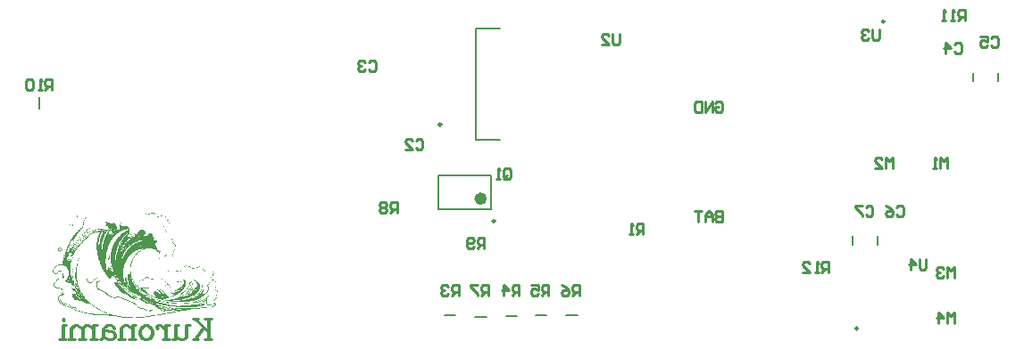
<source format=gbo>
G04*
G04 #@! TF.GenerationSoftware,Altium Limited,Altium Designer,22.5.1 (42)*
G04*
G04 Layer_Color=32896*
%FSLAX44Y44*%
%MOMM*%
G71*
G04*
G04 #@! TF.SameCoordinates,6AFA5DE7-E917-4A20-8E33-DC7232792B34*
G04*
G04*
G04 #@! TF.FilePolarity,Positive*
G04*
G01*
G75*
%ADD11C,0.2000*%
%ADD14C,0.2540*%
%ADD63C,0.2500*%
%ADD64C,0.6000*%
G36*
X583386Y706911D02*
X583323Y706849D01*
X583260Y706911D01*
X583323Y706974D01*
X583386Y706911D01*
D02*
G37*
G36*
X615117Y701518D02*
X615054Y701205D01*
X614176Y701079D01*
X613800Y701205D01*
X613048Y701330D01*
X612671Y701205D01*
X611166Y701330D01*
X611104Y701393D01*
X611292Y701581D01*
X611793Y701707D01*
X612734Y701769D01*
X613549Y701707D01*
X613926Y701832D01*
X614803D01*
X615117Y701518D01*
D02*
G37*
G36*
X616058Y701079D02*
X616120Y701017D01*
X616246Y700640D01*
X615556Y700578D01*
X615368Y700766D01*
X615305Y701079D01*
X615681Y701205D01*
X616058Y701079D01*
D02*
G37*
G36*
X610476Y700891D02*
X610414Y700703D01*
X609912Y700578D01*
X608783Y700703D01*
X608721Y700766D01*
X609034Y701079D01*
X609285D01*
X609348Y701142D01*
X609912Y701205D01*
X610476Y700891D01*
D02*
G37*
G36*
X607090Y701142D02*
X607341Y700390D01*
X607153Y700202D01*
X606338Y700264D01*
Y700515D01*
Y700640D01*
X606777Y701205D01*
X607090Y701142D01*
D02*
G37*
G36*
X538987Y700264D02*
X538924Y700076D01*
X538736Y700139D01*
X538924Y700327D01*
X538987Y700264D01*
D02*
G37*
G36*
X540994Y700139D02*
X540931Y699951D01*
X540429Y700076D01*
X540367Y700139D01*
X540241Y700390D01*
X540680Y700452D01*
X540994Y700139D01*
D02*
G37*
G36*
X605710Y699763D02*
X605648Y699575D01*
X605585Y699763D01*
X605648Y699825D01*
X605710Y699763D01*
D02*
G37*
G36*
X617124Y700390D02*
X617500Y699763D01*
X617751Y699512D01*
X617688Y699198D01*
X617375Y699261D01*
X617186Y699825D01*
X616497Y700013D01*
X616371Y700390D01*
X616434Y700452D01*
X616559D01*
X617124Y700390D01*
D02*
G37*
G36*
X622329Y699198D02*
X622391Y698885D01*
X621702Y698822D01*
X621576D01*
X621137Y698885D01*
X621263Y699136D01*
X621827Y699324D01*
X622329Y699198D01*
D02*
G37*
G36*
X538736Y698508D02*
X538674Y698446D01*
X538611Y698508D01*
X538674Y698571D01*
X538736Y698508D01*
D02*
G37*
G36*
X624022D02*
X623834Y698320D01*
X623332D01*
X623269Y698383D01*
X623457Y698571D01*
X624022Y698508D01*
D02*
G37*
G36*
X618441Y698822D02*
X618942Y698571D01*
X619319Y698697D01*
X620322D01*
X620635Y698634D01*
X620510Y698383D01*
X619883Y698258D01*
X618378Y698132D01*
X618190Y698069D01*
X617876Y698258D01*
X617751Y698759D01*
X617813Y698947D01*
X618441Y698822D01*
D02*
G37*
G36*
X541370Y699763D02*
X541433Y699700D01*
X541684Y699575D01*
X541997Y699261D01*
X541935Y698195D01*
X541997Y698007D01*
X541809Y697693D01*
X541370Y697756D01*
X541496Y698258D01*
X541621Y698634D01*
X541496Y699010D01*
X541370Y699512D01*
X541245Y699763D01*
X541307Y699825D01*
X541370Y699763D01*
D02*
G37*
G36*
X539614Y697756D02*
X539426Y697693D01*
X539301Y697819D01*
X539238Y697881D01*
X539552Y697944D01*
X539614Y697756D01*
D02*
G37*
G36*
X626342Y698571D02*
X626907Y698007D01*
X626781Y697630D01*
X626718Y697568D01*
X626405Y697881D01*
X626342Y698069D01*
X625527Y698383D01*
Y698508D01*
X625590Y698697D01*
X626342Y698571D01*
D02*
G37*
G36*
X632049Y695749D02*
X631986Y695686D01*
X631923Y695749D01*
Y695875D01*
X631986Y695937D01*
X632049Y695749D01*
D02*
G37*
G36*
X631672Y695498D02*
X631610Y695436D01*
X631547Y695498D01*
X631610Y695561D01*
X631672Y695498D01*
D02*
G37*
G36*
X631547Y695373D02*
X631359Y695310D01*
X631296Y695373D01*
X631359Y695436D01*
X631547Y695373D01*
D02*
G37*
G36*
X551278Y698007D02*
X551090Y697568D01*
X550714Y697442D01*
X550526Y697254D01*
Y697129D01*
X550463Y697066D01*
X549899Y696627D01*
X549773Y696376D01*
X549585Y696188D01*
X549272Y696125D01*
X549146Y695624D01*
X549021Y695373D01*
X548707Y695185D01*
X548644Y695875D01*
X549146Y696376D01*
X549272Y696752D01*
X549585Y697066D01*
X549773Y697129D01*
X549961Y697568D01*
X550212Y697693D01*
X550588Y698069D01*
X551090Y698195D01*
X551278Y698007D01*
D02*
G37*
G36*
X629540Y695624D02*
X629415Y695373D01*
X628788Y694997D01*
X628662Y694746D01*
X628474Y694558D01*
X627345Y694683D01*
X627095Y694558D01*
X626969D01*
X626530Y694871D01*
X626718Y695059D01*
X627972Y695185D01*
X628851Y695686D01*
X629540Y695624D01*
D02*
G37*
G36*
X629164Y694244D02*
X629289Y694119D01*
X629101Y694056D01*
X629039Y694244D01*
X629101Y694307D01*
X629164Y694244D01*
D02*
G37*
G36*
X629603Y693805D02*
X629666Y693742D01*
X629791Y693366D01*
X629666Y693115D01*
X629603Y693053D01*
X629415Y693241D01*
X629478Y693931D01*
X629603Y693805D01*
D02*
G37*
G36*
X629164Y692363D02*
X629101Y692300D01*
X628976Y692175D01*
X628913Y692363D01*
X629101Y692426D01*
X629164Y692363D01*
D02*
G37*
G36*
X583511Y692614D02*
X583386Y691861D01*
X583323Y691798D01*
X583072Y691673D01*
X582884Y691861D01*
X583009Y692488D01*
X583198Y692676D01*
X583511Y692614D01*
D02*
G37*
G36*
X536792Y691924D02*
X536855Y691610D01*
X535663Y691548D01*
X535601Y691736D01*
X535789Y691924D01*
X535914D01*
X536291Y692049D01*
X536792Y691924D01*
D02*
G37*
G36*
X624147Y690607D02*
X624085Y690544D01*
X624022Y690607D01*
X624085Y690670D01*
X624147Y690607D01*
D02*
G37*
G36*
X535475Y691359D02*
X535350Y690858D01*
X535224Y689980D01*
X535036Y689917D01*
X534848Y690105D01*
Y690231D01*
Y690356D01*
X534974Y691234D01*
X535162Y691422D01*
X535475Y691359D01*
D02*
G37*
G36*
X537733Y691234D02*
X537858Y690356D01*
X537733Y689729D01*
X537419Y689416D01*
X537169Y689290D01*
X537043D01*
X536604Y689353D01*
X537106Y689854D01*
X537169Y690670D01*
X537106Y691359D01*
X537545Y691422D01*
X537733Y691234D01*
D02*
G37*
G36*
X624461Y689541D02*
X624524Y689102D01*
X624461Y689039D01*
X624398Y688977D01*
X624210Y688788D01*
X624022Y688851D01*
X623896Y689478D01*
X624085Y689666D01*
X624461Y689541D01*
D02*
G37*
G36*
X554288Y687722D02*
X554163Y687346D01*
X553410Y686844D01*
X552783Y686468D01*
X552658Y685841D01*
X552470Y685653D01*
X552219Y685778D01*
X551968Y686029D01*
X551529Y686092D01*
X551655Y686343D01*
X551717Y686405D01*
X552595Y686907D01*
X552846Y687158D01*
X553097Y687283D01*
X553473Y687660D01*
X553975Y687785D01*
X554288Y687722D01*
D02*
G37*
G36*
X559744Y685778D02*
X560120Y685653D01*
X560434Y685465D01*
X560371Y685277D01*
X559995Y685151D01*
X559869D01*
X558866Y685277D01*
X558490Y685402D01*
X558239Y685527D01*
X558176Y685716D01*
X558866Y685904D01*
X559744Y685778D01*
D02*
G37*
G36*
X558176Y684712D02*
X557988Y684524D01*
X557486D01*
X556734Y684650D01*
X556044Y684963D01*
X556170Y685214D01*
X556734Y685277D01*
X556985Y685151D01*
X557361Y685277D01*
X558176Y684712D01*
D02*
G37*
G36*
X551592Y685402D02*
X552031Y685339D01*
Y685089D01*
X551968Y685026D01*
X551717Y684900D01*
X551466Y685402D01*
X550714Y685527D01*
X550651Y685590D01*
X550965Y685904D01*
X551466Y686029D01*
X551592Y685402D01*
D02*
G37*
G36*
X629289Y684712D02*
X629415Y684587D01*
X629227Y684399D01*
X628913Y684461D01*
X628976Y684650D01*
X629227Y684775D01*
X629289Y684712D01*
D02*
G37*
G36*
X624398Y687973D02*
X624712Y687409D01*
X625339Y687032D01*
X626029Y685966D01*
X626154Y685590D01*
X626029Y684838D01*
X625778Y684587D01*
X625715Y684399D01*
X625527Y684461D01*
X625652Y685339D01*
X625527Y685966D01*
X625151Y686343D01*
X625025Y686593D01*
X624712Y686907D01*
X624524Y686970D01*
X624398Y687221D01*
X624335Y687283D01*
X623708Y687534D01*
X623646Y687848D01*
X624085Y688287D01*
X624398Y687973D01*
D02*
G37*
G36*
X631108Y684650D02*
X631171Y684587D01*
X631233Y684524D01*
X631422Y684211D01*
X631359Y684148D01*
X630544Y684587D01*
X630606Y684775D01*
X631108Y684650D01*
D02*
G37*
G36*
X627157Y684085D02*
X627095Y683772D01*
X626342Y683897D01*
X626279Y684085D01*
X626718Y684148D01*
X626781Y684211D01*
X626844Y684273D01*
X627157Y684085D01*
D02*
G37*
G36*
X555605Y684524D02*
X556170Y684085D01*
X556107Y683897D01*
X555605Y683772D01*
X555417Y683834D01*
X555292Y684085D01*
X555104Y684273D01*
X554853Y684399D01*
X554790Y684461D01*
X554978Y684650D01*
X555104D01*
X555605Y684524D01*
D02*
G37*
G36*
X550588Y685026D02*
X550777Y684838D01*
X550902Y684587D01*
X551153Y684336D01*
X551216Y683772D01*
X550839Y683646D01*
X550651Y683834D01*
X550526Y684211D01*
X550338Y684399D01*
X549899Y684461D01*
X549836Y684524D01*
X549648Y684587D01*
X549773Y684963D01*
X549961Y685151D01*
X550588Y685026D01*
D02*
G37*
G36*
X632174Y683458D02*
X632111Y683395D01*
X632049Y683458D01*
X632111Y683521D01*
X632174Y683458D01*
D02*
G37*
G36*
X628788Y684211D02*
X628662Y683709D01*
X628474Y683521D01*
X627847Y683270D01*
X627534Y683333D01*
Y683583D01*
X627596Y683646D01*
X627972Y683772D01*
X628474Y684273D01*
X628788Y684211D01*
D02*
G37*
G36*
X633554Y683458D02*
X633679Y683207D01*
X633616Y683145D01*
X633240Y683270D01*
X632989Y683395D01*
X632927Y683458D01*
X633491Y683521D01*
X633554Y683458D01*
D02*
G37*
G36*
X554351Y683897D02*
X554915Y683458D01*
X554853Y683270D01*
X554226Y683145D01*
X553599Y683521D01*
X552721Y683019D01*
X552658Y682956D01*
X552595Y682894D01*
X552094Y682768D01*
X551843Y682894D01*
X551780Y683082D01*
X552344Y683270D01*
X553159Y683583D01*
X553473Y683897D01*
X553975Y684022D01*
X554351Y683897D01*
D02*
G37*
G36*
X549648Y683458D02*
X549711Y683395D01*
X550024Y683082D01*
X549899Y682831D01*
X549209Y682768D01*
X548519Y683082D01*
X548394Y683583D01*
X548833Y684148D01*
X549272Y684211D01*
X549648Y683458D01*
D02*
G37*
G36*
X595301Y682831D02*
X595112Y682643D01*
X594987Y682768D01*
X594862D01*
X594799Y682956D01*
X595112Y683019D01*
X595301Y682831D01*
D02*
G37*
G36*
X547390Y682455D02*
Y682329D01*
X547327Y682141D01*
X547139Y682204D01*
X547265Y682580D01*
X547327Y682643D01*
X547390Y682455D01*
D02*
G37*
G36*
X596053Y682204D02*
X595990Y682016D01*
X595802Y682078D01*
Y682329D01*
X595865Y682392D01*
X596053Y682204D01*
D02*
G37*
G36*
X550275Y681075D02*
X550087Y680887D01*
X549773Y680950D01*
X549836Y681389D01*
X550212D01*
X550275Y681075D01*
D02*
G37*
G36*
X548331Y681389D02*
X548519Y681200D01*
X548394Y680950D01*
X547955Y680887D01*
X547766Y681075D01*
X547829Y681514D01*
X547955D01*
X548331Y681389D01*
D02*
G37*
G36*
X592855Y681765D02*
X593168Y681451D01*
X593043Y680573D01*
X592855Y680511D01*
X592479Y681263D01*
X592228Y681389D01*
X592040Y681577D01*
Y681702D01*
X592102Y681890D01*
X592855Y681765D01*
D02*
G37*
G36*
X551905Y680573D02*
X551717Y680511D01*
X551655Y680573D01*
X551843Y680636D01*
X551905Y680573D01*
D02*
G37*
G36*
X551278Y679946D02*
X551090Y679883D01*
X551027Y679946D01*
X551090Y680009D01*
X551216D01*
X551278Y679946D01*
D02*
G37*
G36*
X549522Y680072D02*
X549334Y679883D01*
X548833Y680009D01*
X548770Y680072D01*
X548895Y680573D01*
X549460Y680636D01*
X549522Y680072D01*
D02*
G37*
G36*
X545509Y680448D02*
X545634Y680072D01*
X545572Y679883D01*
X545133Y679821D01*
X545258Y680322D01*
X545446Y680511D01*
X545509Y680448D01*
D02*
G37*
G36*
X547014Y681827D02*
X546638Y681200D01*
X546512Y680824D01*
X546889Y680573D01*
X547014Y680322D01*
X547202Y680134D01*
X547578Y680009D01*
X547641Y679946D01*
X547766Y679695D01*
X547327Y679257D01*
X547014Y679319D01*
X546889Y679821D01*
X546826Y680009D01*
X546575Y680134D01*
X546387Y680322D01*
X546261Y680573D01*
X545822Y680761D01*
X545760Y680950D01*
X546199Y681389D01*
X546387Y681451D01*
X546512Y681702D01*
X546700Y681890D01*
X547014Y681827D01*
D02*
G37*
G36*
X546011Y679570D02*
X545948Y679257D01*
X545822D01*
X545760Y679695D01*
X545822Y679758D01*
X546011Y679570D01*
D02*
G37*
G36*
X548644Y679695D02*
X548770Y679319D01*
X548582Y679131D01*
X548143Y679194D01*
X547892Y679695D01*
X548080Y679758D01*
X548205D01*
X548644Y679695D01*
D02*
G37*
G36*
X636376Y681263D02*
X636438Y680573D01*
X636313Y680322D01*
X636438Y679946D01*
X636313Y679445D01*
X636062Y679319D01*
X635937Y679068D01*
X635811Y678943D01*
X635749Y678880D01*
X635310Y678943D01*
X635498Y679382D01*
X635749Y679507D01*
X635937Y679695D01*
X636062Y680197D01*
X636188Y680448D01*
X635937Y680699D01*
X635811Y681200D01*
X635874Y681389D01*
X636376Y681263D01*
D02*
G37*
G36*
X593733Y679883D02*
X593921Y679695D01*
X593796Y679194D01*
X592980Y678880D01*
X592604Y678755D01*
X592541Y678818D01*
X593106Y679507D01*
X593168Y679570D01*
X593357Y680009D01*
X593733Y679883D01*
D02*
G37*
G36*
X634996Y678629D02*
X635059Y678567D01*
X634871Y678379D01*
X634620D01*
X634557Y678441D01*
X634432Y678567D01*
X634620Y678755D01*
X634996Y678629D01*
D02*
G37*
G36*
X546763Y678818D02*
X546638Y678316D01*
X546575Y678253D01*
X546450D01*
X546261Y678316D01*
X546387Y678943D01*
X546575Y679006D01*
X546763Y678818D01*
D02*
G37*
G36*
X547892Y677940D02*
X547829Y677877D01*
X547516Y677940D01*
X547641Y678316D01*
X547829Y678379D01*
X547892Y677940D01*
D02*
G37*
G36*
X550651Y679695D02*
X550777Y679319D01*
X550714Y679131D01*
X550212Y679006D01*
X549961Y678504D01*
X549334Y678128D01*
X548958Y677751D01*
X548644Y677814D01*
X548770Y678316D01*
X549021Y678567D01*
X549334Y679131D01*
X549836Y679257D01*
X550024Y679445D01*
X550087Y679633D01*
X550588Y679758D01*
X550651Y679695D01*
D02*
G37*
G36*
X547641Y676936D02*
X547578Y676748D01*
X547139Y676811D01*
Y676936D01*
X547327Y677124D01*
X547641Y676936D01*
D02*
G37*
G36*
X545133Y679695D02*
X545070Y678880D01*
X544819Y678755D01*
X544756Y678441D01*
X545007Y677940D01*
Y677814D01*
X545070Y677626D01*
X545572Y677501D01*
X545760Y677062D01*
X546011Y676811D01*
X546136Y676309D01*
X545822Y676246D01*
X545634Y676434D01*
X545509Y676685D01*
X544882Y676936D01*
X545007Y677438D01*
X544882Y677689D01*
X544443Y678002D01*
X544129Y678316D01*
X544255Y678943D01*
X544506Y679194D01*
X544631Y679445D01*
X544945Y679758D01*
X545133Y679695D01*
D02*
G37*
G36*
X544506Y676811D02*
X544192Y676121D01*
X543941D01*
X543879Y676309D01*
X544318Y676873D01*
X544506Y676811D01*
D02*
G37*
G36*
X631672Y677438D02*
X631798Y677187D01*
X632237Y676873D01*
X632550Y676560D01*
X632613Y676497D01*
X632927Y676184D01*
X632801Y675431D01*
X632738Y675368D01*
X632299Y675807D01*
X632174Y676309D01*
X631986Y676497D01*
X631735Y676623D01*
X631359Y677124D01*
X630857Y677250D01*
X630669Y677438D01*
X630794Y677940D01*
X631108Y678002D01*
X631672Y677438D01*
D02*
G37*
G36*
X538736Y676184D02*
X538862Y675682D01*
X538548Y675118D01*
X538360Y675180D01*
X538235Y675807D01*
X538046Y675995D01*
X537921D01*
X537545Y676121D01*
X537482Y676685D01*
X537921Y676748D01*
X538736Y676184D01*
D02*
G37*
G36*
X545634Y675306D02*
X545760Y675055D01*
X545446Y674992D01*
X545321D01*
X545070Y675118D01*
X544756Y675431D01*
X544882Y675682D01*
X545321Y675745D01*
X545634Y675306D01*
D02*
G37*
G36*
X537106D02*
X536980Y675055D01*
X536918Y674992D01*
X536855Y675055D01*
Y675180D01*
X536918Y675494D01*
X537106Y675306D01*
D02*
G37*
G36*
X543879Y677689D02*
X543816Y677250D01*
X543439Y677124D01*
X543189Y676497D01*
X543063Y676372D01*
X543000Y676309D01*
X542499Y675431D01*
X542185Y674867D01*
X541809Y674741D01*
X541621Y674930D01*
X541746Y675431D01*
X542123Y675807D01*
X542499Y676434D01*
X542938Y677124D01*
X543189Y677250D01*
X543377Y677438D01*
X543502Y677814D01*
X543690Y677877D01*
X543879Y677689D01*
D02*
G37*
G36*
X543816Y674992D02*
X544506Y674428D01*
X544756Y673801D01*
X544443Y673738D01*
X544380Y673801D01*
X544318Y673863D01*
X544067Y674114D01*
X543816Y674240D01*
X543565Y674616D01*
X543377Y674679D01*
X543439Y675118D01*
X543816Y674992D01*
D02*
G37*
G36*
X543189Y674365D02*
X543377Y673801D01*
X543314Y673738D01*
X543189D01*
X542875Y673801D01*
X542750Y674302D01*
X542812Y674491D01*
X543189Y674365D01*
D02*
G37*
G36*
X538109Y673801D02*
X537796Y673738D01*
X537733Y673801D01*
X537482Y674052D01*
X537733Y674679D01*
X537921Y674867D01*
X538235Y674930D01*
X538109Y673801D01*
D02*
G37*
G36*
X537169Y673989D02*
X537231Y673550D01*
X536918Y673236D01*
X536730Y673424D01*
X536855Y674052D01*
X536918Y674114D01*
X537169Y673989D01*
D02*
G37*
G36*
X544192Y673362D02*
X544255Y673299D01*
Y673174D01*
X544067Y672985D01*
X543753Y673299D01*
X543941Y673487D01*
X544192Y673362D01*
D02*
G37*
G36*
X538485Y673174D02*
X538548Y673111D01*
X538611Y672797D01*
X538297Y672735D01*
X538235Y672923D01*
X538423Y673236D01*
X538485Y673174D01*
D02*
G37*
G36*
X536604Y672923D02*
Y672797D01*
X536479Y672421D01*
X536291Y672358D01*
X536102Y672546D01*
X536228Y672923D01*
X536541Y672985D01*
X536604Y672923D01*
D02*
G37*
G36*
X541496Y674428D02*
X541997Y673550D01*
X542185Y673362D01*
X542436D01*
X542875Y673299D01*
X542938Y672609D01*
X542812Y672107D01*
X542687Y671982D01*
X542373Y672296D01*
X542060Y673236D01*
X541558Y673362D01*
X541182Y673487D01*
X540931Y673362D01*
X540806Y672735D01*
X540304Y672609D01*
X540116Y672421D01*
X540053Y671857D01*
X539175Y671982D01*
X538987Y672170D01*
X539050Y672484D01*
X539552Y672609D01*
X539802Y672735D01*
X540116Y673048D01*
X540241Y673299D01*
X540868Y673675D01*
X540994Y674302D01*
X541182Y674491D01*
X541496Y674428D01*
D02*
G37*
G36*
X538862Y671543D02*
X538799Y671230D01*
X538736Y671167D01*
X538297Y671104D01*
X538235Y671292D01*
X538548Y671606D01*
X538862Y671543D01*
D02*
G37*
G36*
X542248Y671418D02*
X542311Y671104D01*
X542185Y670979D01*
X542060Y671230D01*
X541997Y671292D01*
X542060Y671480D01*
X542248Y671418D01*
D02*
G37*
G36*
X541119D02*
Y671167D01*
Y671041D01*
X541057Y670979D01*
X540492Y671292D01*
X540555Y671480D01*
X541119Y671418D01*
D02*
G37*
G36*
X537482Y672045D02*
X537357Y671794D01*
X537106Y671167D01*
X536980Y670916D01*
X536918Y670853D01*
X536667Y670979D01*
X536479Y671167D01*
X536604Y671543D01*
X537169Y672107D01*
X537482Y672045D01*
D02*
G37*
G36*
X541809Y670477D02*
X541872Y669913D01*
X541558Y669850D01*
X541496Y669913D01*
X541370Y670289D01*
X541433Y670602D01*
X541809Y670477D01*
D02*
G37*
G36*
X538924D02*
X538987Y670414D01*
X538924Y669725D01*
X538548Y669850D01*
X538360Y670289D01*
X538674Y670602D01*
X538924Y670477D01*
D02*
G37*
G36*
X535977Y669913D02*
X535789Y669725D01*
X535663D01*
X535601Y669787D01*
X535789Y669975D01*
X535977Y669913D01*
D02*
G37*
G36*
X539928Y670728D02*
X540492Y670163D01*
Y670038D01*
X540806Y669725D01*
X541057Y669599D01*
X541119Y669536D01*
X540931Y669348D01*
X540680Y669474D01*
X540429Y669725D01*
X539740Y669913D01*
X539614Y670414D01*
X539363Y670665D01*
X539426Y670853D01*
X539928Y670728D01*
D02*
G37*
G36*
X539552Y669599D02*
X539614Y669160D01*
X539426Y668972D01*
X539175Y669097D01*
X539113Y669286D01*
Y669411D01*
X539175Y669725D01*
X539552Y669599D01*
D02*
G37*
G36*
X535224Y669411D02*
X535036Y668972D01*
X534409Y669223D01*
X534347Y669286D01*
X534472Y669913D01*
X534535Y669975D01*
X535224Y669411D01*
D02*
G37*
G36*
X534221Y669035D02*
X534096Y668157D01*
X534033Y668094D01*
X533657Y667969D01*
X533594Y668282D01*
X534033Y669097D01*
X534221Y669035D01*
D02*
G37*
G36*
X533469Y667530D02*
Y667404D01*
X533406Y667342D01*
X533343Y667530D01*
X533406Y667592D01*
X533469Y667530D01*
D02*
G37*
G36*
X526132Y669097D02*
X526508Y668721D01*
X526947Y668533D01*
X527323Y667906D01*
X527574Y667279D01*
X527449Y666526D01*
X527072Y666150D01*
X526759Y665586D01*
X526508Y665460D01*
X526257Y665209D01*
X525755Y665084D01*
X525316Y665272D01*
X525191Y665523D01*
X524752Y665711D01*
X523937Y666526D01*
X523999Y667342D01*
X523937Y668031D01*
X524250Y668470D01*
X524501Y668596D01*
X524815Y668784D01*
X524877Y668847D01*
X525755Y669223D01*
X526132Y669097D01*
D02*
G37*
G36*
X632801Y675055D02*
X632927Y674553D01*
X632801Y674177D01*
X632550Y673926D01*
X632676Y673675D01*
X633177Y673174D01*
X633240Y672985D01*
X633993Y672860D01*
X634808Y672045D01*
X634933Y671794D01*
X635310Y671418D01*
X635184Y669787D01*
X634996Y669599D01*
X634808Y669536D01*
X634683Y669286D01*
X634244Y668721D01*
X633993Y668596D01*
X633930Y668031D01*
X634055Y667655D01*
X634118Y666965D01*
X633993Y665836D01*
X633742Y665586D01*
X633554Y665523D01*
X633428Y665021D01*
X633115Y664708D01*
X632927Y664645D01*
X632801Y664143D01*
X632676Y663893D01*
X632362Y663830D01*
X632299Y664269D01*
X632801Y664771D01*
X632927Y665272D01*
X633052Y665523D01*
X633491Y665836D01*
X633554Y666275D01*
X633428Y666652D01*
X633554Y667028D01*
X633428Y667906D01*
X633177Y668157D01*
X633303Y668533D01*
X633491Y668721D01*
X633616D01*
X633679Y668784D01*
X634244Y669474D01*
X634557Y670038D01*
X634683Y670916D01*
X634620Y671480D01*
X634369Y671606D01*
X634055Y671919D01*
X633930Y672170D01*
X633303Y672546D01*
X633177Y672923D01*
X633115Y672985D01*
X632738Y672860D01*
X632049Y673048D01*
X631672Y673299D01*
X632049Y673926D01*
X632299Y674177D01*
X632425Y674930D01*
X632613Y675118D01*
X632801Y675055D01*
D02*
G37*
G36*
X628035Y665272D02*
X628161Y663893D01*
X627847Y663579D01*
X627596Y663704D01*
X627408Y664269D01*
X627534Y664645D01*
Y664771D01*
X627659Y665398D01*
X627847Y665460D01*
X628035Y665272D01*
D02*
G37*
G36*
X548644Y694620D02*
X548268Y693993D01*
X548017Y693742D01*
X547892Y691109D01*
X547641Y690481D01*
X547453Y689165D01*
X547139Y688600D01*
X546889Y687973D01*
X546512Y687722D01*
X546387Y687346D01*
X546512Y687095D01*
X545885Y686970D01*
X545822Y686405D01*
X545383Y686343D01*
X545321Y685778D01*
X544882Y685841D01*
X544631Y685716D01*
X544694Y685026D01*
X544568Y685277D01*
X544192Y685151D01*
X544004Y684963D01*
X544192Y684775D01*
X544506Y684712D01*
X544318Y684524D01*
X543565Y684650D01*
X543251Y684336D01*
X543189Y684148D01*
X542562Y683772D01*
X542248Y683458D01*
X542123Y683207D01*
X541684Y682894D01*
X541245Y682455D01*
X541119Y682204D01*
X540179Y681263D01*
X539991Y681200D01*
X539614Y680573D01*
X539238Y680322D01*
X539050Y679883D01*
X538799Y679758D01*
X538674Y679131D01*
X538548Y678880D01*
X538046Y678755D01*
X537984Y678190D01*
X538297Y677751D01*
X538924Y677877D01*
X538987Y677940D01*
X538736Y678567D01*
X538799Y678755D01*
X539301Y678504D01*
X539552Y679006D01*
X539991Y679194D01*
X539740Y679821D01*
X539865Y680197D01*
X539991Y680448D01*
X540429Y680636D01*
X540806Y681012D01*
X540994Y681075D01*
X541182Y681639D01*
X541433Y681765D01*
X541746Y682078D01*
X541809Y682266D01*
X542060Y682392D01*
X542499Y683082D01*
X542687Y683270D01*
X543063Y683395D01*
X543126Y683333D01*
X542750Y682706D01*
X542311Y682392D01*
X541684Y681639D01*
X541245Y680950D01*
X540492Y679821D01*
X540367Y679319D01*
X539991Y678943D01*
X539865Y678441D01*
X539113Y677689D01*
X539050Y676873D01*
X538548Y676999D01*
X538235Y677312D01*
X538109Y677689D01*
X537921Y677877D01*
X537545Y677751D01*
X537357Y677563D01*
X537231Y677062D01*
X536855Y676811D01*
X536667Y676121D01*
X536479Y675933D01*
X536228Y675306D01*
X535852Y674679D01*
X535601Y674052D01*
X535475Y673675D01*
X535099Y673424D01*
X534974Y672421D01*
X534535Y672233D01*
X534409Y671606D01*
X534347Y671543D01*
X534535Y671355D01*
X535287Y671857D01*
X535475Y671668D01*
X535350Y671167D01*
X534660Y671104D01*
X534284Y671230D01*
X534096Y671167D01*
X533970Y670289D01*
X533406Y669599D01*
X533218Y669035D01*
X533092Y668282D01*
X532716Y668031D01*
X532591Y667153D01*
X532653Y666464D01*
X532152Y666338D01*
X532026Y665836D01*
X531964Y665021D01*
X532214Y664394D01*
X532152Y664206D01*
X531650Y664457D01*
X531462Y664269D01*
X531337Y662764D01*
X530960Y662513D01*
X530835Y661635D01*
X530897Y660945D01*
X530709Y660255D01*
X530772Y659816D01*
X531023Y659942D01*
X531525Y660694D01*
X531713Y660882D01*
X531838Y661133D01*
X532591Y661635D01*
X532716Y662011D01*
X532653Y662325D01*
X532277Y662199D01*
X532089Y662011D01*
X531964Y661760D01*
X531776Y661572D01*
X531399Y661698D01*
X531337Y662011D01*
X532340Y663015D01*
X532465Y663516D01*
X532716Y664143D01*
X532841Y664394D01*
X533469Y665021D01*
X533594Y665272D01*
X534096Y665523D01*
X533845Y666025D01*
X534158Y666338D01*
X534409Y666464D01*
X534472Y667028D01*
X534347Y667279D01*
X534535Y667467D01*
X534785Y667592D01*
X534974Y667781D01*
X535099Y668031D01*
X535413Y668094D01*
X535538Y667969D01*
X536102Y668408D01*
X536353Y669035D01*
X536479Y669286D01*
X536792Y669599D01*
X537545Y669850D01*
X537796Y669599D01*
X538046Y669474D01*
X538235Y669286D01*
X538109Y668784D01*
X537670Y668470D01*
X537482Y668282D01*
X537357Y668031D01*
X537231Y667655D01*
X537106Y666777D01*
X536792Y666338D01*
X536291Y666213D01*
X536102Y665648D01*
X536165Y665460D01*
X536792Y665586D01*
X537419Y665962D01*
X537607Y666150D01*
X537733Y667028D01*
X537858Y667279D01*
X538172Y667592D01*
X538674Y667467D01*
X538862Y667530D01*
X538924Y667843D01*
X538360Y668282D01*
X538423Y668596D01*
X538924Y668470D01*
X539113Y668031D01*
X539489Y667781D01*
X539301Y667342D01*
X538674Y666965D01*
X538548Y666464D01*
X538674Y665962D01*
X539050Y665836D01*
X539238Y666025D01*
X539363Y666526D01*
X539802Y666714D01*
X540116Y667153D01*
X540492Y667404D01*
X540367Y668408D01*
X540429Y668470D01*
X540806Y668345D01*
X541057Y668470D01*
X541245Y668659D01*
X541370Y668909D01*
X541746Y669286D01*
X541872Y669662D01*
X542060Y669850D01*
X542311Y669975D01*
X542499Y670163D01*
X543063Y671230D01*
X543314Y671355D01*
X543628Y671668D01*
X543753Y671919D01*
X544129Y672170D01*
X544255Y672672D01*
X544756Y672923D01*
X545070Y673613D01*
X545321Y673738D01*
X546011Y674428D01*
X546199Y674867D01*
X546450Y674992D01*
X546638Y675180D01*
X546763Y675431D01*
X547202Y675745D01*
X547453Y675995D01*
X547704Y676121D01*
X548017Y676434D01*
X548080Y676623D01*
X548707Y676999D01*
X548958Y677250D01*
X549585Y677626D01*
X550149Y677940D01*
X550338Y678379D01*
X550777Y678567D01*
X550965Y679006D01*
X551529Y679319D01*
X551655Y679695D01*
X551905Y679821D01*
X552219Y680385D01*
X552595Y680511D01*
X552909Y680950D01*
X553159Y681075D01*
X553285Y681702D01*
X553724Y681890D01*
X554226Y682392D01*
X554477Y682517D01*
X555104Y682768D01*
X555354Y682894D01*
X555480Y683270D01*
X556546Y683458D01*
X556859Y683772D01*
X557737Y683897D01*
X558992Y684022D01*
X559242Y684399D01*
X560120Y684524D01*
X561500Y684650D01*
X561688Y684838D01*
X561814Y685214D01*
X562253Y685277D01*
X562629Y685151D01*
X563883Y685277D01*
X564134Y685527D01*
X564698Y685841D01*
X564824Y686217D01*
X564636Y686405D01*
X563381Y686280D01*
X563130Y686029D01*
X562629Y685904D01*
X560308Y685966D01*
X560434Y686343D01*
X560998Y686531D01*
X561500Y686656D01*
X562880Y686531D01*
X563130Y686782D01*
X563758Y687032D01*
X564510Y687158D01*
X564886Y687032D01*
X565764Y686782D01*
X566768Y686656D01*
X567520Y686154D01*
X568273Y686029D01*
X568774Y685527D01*
X569276Y685402D01*
X569652Y685904D01*
X570279Y686154D01*
X570718Y686343D01*
X571032Y686907D01*
X571283Y687032D01*
X571471Y687597D01*
X571345Y688349D01*
X570844Y688851D01*
X570718Y689102D01*
X569903Y689416D01*
X569276Y689666D01*
X568649Y689792D01*
X568586Y690231D01*
X569025Y690544D01*
X569464Y691485D01*
X569088Y692363D01*
X569025Y692551D01*
X568774Y692676D01*
X568461Y692990D01*
X568335Y693241D01*
X567708Y693492D01*
X567771Y693931D01*
X568398Y693805D01*
X568586Y693617D01*
X568649Y693429D01*
X569151Y693304D01*
X569527Y693178D01*
X570656Y693053D01*
X571032Y692927D01*
X572035Y692551D01*
X572286Y692300D01*
X572913Y692049D01*
X573791Y691798D01*
X574293Y691924D01*
X574920Y692175D01*
X575798Y692300D01*
X576300Y692551D01*
X576927Y692300D01*
X577616Y692112D01*
X577993Y691861D01*
X578118Y691610D01*
X578745Y690983D01*
X578933Y689792D01*
X579122Y689227D01*
X579247Y687095D01*
X579372Y686719D01*
X579498Y686217D01*
X580062Y686029D01*
X580313Y685904D01*
X580752Y685716D01*
X581065Y686029D01*
X581630Y686343D01*
X581755Y686844D01*
X581943Y687534D01*
X582069Y688036D01*
X582194Y689666D01*
X582382Y690858D01*
X582570Y691171D01*
X583260Y690607D01*
X583825Y690043D01*
X584076Y689917D01*
X584264Y689729D01*
X584389Y689478D01*
X584577Y689290D01*
X585079Y689165D01*
X589092Y689039D01*
X590660Y688224D01*
X590911Y687095D01*
X591287Y686217D01*
X591162Y685339D01*
X591036Y684838D01*
X590911Y684461D01*
X591036Y682956D01*
X591538Y682455D01*
X591475Y682016D01*
X590974Y681890D01*
X590284Y681827D01*
X589970Y681138D01*
X589531Y680950D01*
X589657Y679821D01*
X590284Y679194D01*
X590409Y678943D01*
X590597Y678755D01*
X592165Y678818D01*
X592416Y678692D01*
X591852Y678128D01*
X591225Y677877D01*
X591036Y677814D01*
X590911Y677563D01*
X590723Y677375D01*
X590472Y677250D01*
X590221Y676748D01*
X589594Y676497D01*
X589343Y675995D01*
X589092Y675870D01*
X588779Y675557D01*
X588653Y675306D01*
X587525Y674177D01*
X587399Y673926D01*
X587023Y673550D01*
X586898Y673299D01*
X586396Y672797D01*
X586270Y672421D01*
X585769Y671919D01*
X585643Y671668D01*
X585392Y671418D01*
X584765Y670289D01*
X584515Y669662D01*
X584389Y669411D01*
X584013Y668784D01*
X583825Y668094D01*
X583511Y667781D01*
X583386Y667279D01*
X583135Y666652D01*
X582884Y666401D01*
X582759Y665147D01*
X582508Y664896D01*
X582382Y664645D01*
X582257Y664269D01*
X582132Y663391D01*
X582257Y662889D01*
X582696Y662701D01*
X583009Y663015D01*
X583135Y663893D01*
X583260Y664394D01*
X583637Y664771D01*
X583762Y665774D01*
X584138Y666652D01*
X585079Y668721D01*
X585330Y668847D01*
X585706Y669599D01*
X586145Y670038D01*
X586270Y670540D01*
X586459Y670728D01*
X586647Y670791D01*
X586772Y671668D01*
X587274Y672170D01*
X587399Y672421D01*
X587775Y672797D01*
X587901Y673048D01*
X588528Y673675D01*
X588653Y673926D01*
X589030Y674177D01*
X589155Y674428D01*
X589469Y674741D01*
X589720Y674867D01*
X590033Y675306D01*
X590472Y675745D01*
X590723Y675870D01*
X591225Y676372D01*
X591475Y676497D01*
X591852Y676873D01*
X592291Y676936D01*
X592416Y677312D01*
X592604Y677501D01*
X593106Y677626D01*
X593294Y677814D01*
X593419Y678065D01*
X593670Y678316D01*
X593984Y679131D01*
X594611Y679382D01*
X595865Y679507D01*
X596304Y679946D01*
X596429Y680573D01*
X596555Y680824D01*
X596179Y681702D01*
X596241Y681890D01*
X598123Y682016D01*
X598624Y682517D01*
X599001Y682643D01*
X599189Y682831D01*
X599314Y683082D01*
X599816Y683583D01*
X600192Y684211D01*
X600756Y684900D01*
X601070Y685339D01*
X601258Y685527D01*
X601885Y685904D01*
X602512Y686154D01*
X604394Y686029D01*
X604770Y685653D01*
X605460Y685339D01*
X605585Y685089D01*
X606024Y684650D01*
X606212Y684587D01*
X606714Y683709D01*
X606965Y683082D01*
X606400Y682141D01*
X606149Y682016D01*
X605836Y681702D01*
X605710Y681451D01*
X605209Y681200D01*
X604895Y680385D01*
X604833Y680072D01*
X605271Y679507D01*
X606526Y679633D01*
X606902Y680009D01*
X607592Y680197D01*
X608031Y680636D01*
X608282Y680761D01*
X608783Y681263D01*
X609222Y681451D01*
X609348Y681702D01*
X609536Y681890D01*
X610163Y682141D01*
X611041Y682517D01*
X612295Y682643D01*
X612797Y682517D01*
X613236Y682078D01*
X613298Y681514D01*
X613048Y680887D01*
X612859Y680322D01*
X613236Y679695D01*
X613424Y679507D01*
X613675Y679382D01*
X613926Y679006D01*
X614114Y678943D01*
X614239Y678692D01*
X614741Y677940D01*
X614615Y677312D01*
X614239Y676434D01*
X614365Y675807D01*
X614929Y675619D01*
X615869Y675807D01*
X616309Y676121D01*
X616685Y676246D01*
X617061Y676121D01*
X617249Y675933D01*
X617437Y675243D01*
X617500Y674804D01*
X616998Y673926D01*
X616685Y673613D01*
X616434Y673487D01*
X616120Y673174D01*
X615744Y672546D01*
X615619Y672170D01*
X616183Y671104D01*
X616434Y670979D01*
X616622Y670791D01*
X616748Y669662D01*
X617249Y669160D01*
X617375Y668909D01*
X617751Y668659D01*
X617876Y668157D01*
X618002Y667153D01*
X618378Y666777D01*
X618503Y666526D01*
X618817Y666213D01*
X619068Y666087D01*
X619444Y665711D01*
X620573Y665586D01*
X620761Y665398D01*
X620635Y665147D01*
X620008Y664771D01*
X620134Y664143D01*
X620385Y663516D01*
X620196Y663077D01*
X619820Y663203D01*
X619193Y664206D01*
X618880Y664520D01*
X618754Y664771D01*
X617939Y665586D01*
X617312Y665962D01*
X617061Y666213D01*
X616434Y666589D01*
X616183Y666840D01*
X615556Y666965D01*
X615180Y667342D01*
X614678Y667467D01*
X613926Y667592D01*
X613675Y667843D01*
X612797Y667969D01*
X612295Y668094D01*
X609536Y668220D01*
X607905Y668094D01*
X606714Y667906D01*
X606024Y667592D01*
X604958Y667404D01*
X604143Y666965D01*
X603327Y666652D01*
X603014Y666338D01*
X602324Y666150D01*
X602136Y665836D01*
X601321Y665523D01*
X601070Y665272D01*
X601007Y665084D01*
X600631Y664959D01*
X600129Y664457D01*
X599879Y664332D01*
X599377Y663830D01*
X599126Y663704D01*
X598938Y663516D01*
X598875Y663328D01*
X598624Y663203D01*
X597934Y662513D01*
X597809Y662262D01*
X597433Y661886D01*
X597307Y661635D01*
X596806Y661133D01*
X596680Y660882D01*
X596179Y660381D01*
X596053Y660005D01*
X595802Y659754D01*
X595551Y659127D01*
X595426Y658876D01*
X595050Y658499D01*
X594862Y657810D01*
X594611Y657559D01*
X594423Y657496D01*
X594172Y656493D01*
X593921Y656242D01*
X593796Y655740D01*
X593607Y654800D01*
X593168Y653984D01*
X592980Y652542D01*
X592667Y651978D01*
X592541Y648466D01*
X592667Y644202D01*
X593043Y643324D01*
X593168Y642069D01*
X593294Y641568D01*
X593545Y641442D01*
X593670Y640941D01*
X593858Y640125D01*
X594297Y639687D01*
X594360Y638871D01*
X594235Y638620D01*
X593858Y638746D01*
X593670Y639310D01*
X593545Y639937D01*
X593168Y640188D01*
X592980Y641380D01*
X592416Y641819D01*
X592291Y643073D01*
X592165Y643324D01*
X592102Y643386D01*
X591852Y642132D01*
X591538Y641317D01*
X591601Y640878D01*
X591977Y641254D01*
X592353Y641129D01*
X592541Y639937D01*
X592918Y639561D01*
X593106Y638746D01*
X593231Y638495D01*
X593482Y638369D01*
X593670Y637304D01*
X594046Y637053D01*
X594172Y636551D01*
X594297Y636175D01*
X594736Y635987D01*
X594799Y635297D01*
X594674Y635046D01*
X594736Y634983D01*
X595175Y635171D01*
X595426Y635046D01*
X595551Y634293D01*
X595928Y633917D01*
X596053Y633541D01*
X596241Y633353D01*
X596429Y633290D01*
X596116Y632976D01*
X595865Y632851D01*
X595802Y632287D01*
X595990Y632099D01*
X596492Y632600D01*
X596994Y632475D01*
X597182Y632287D01*
X597307Y631910D01*
X597495Y631722D01*
X597746Y631597D01*
X597997Y631221D01*
X598248Y631095D01*
X598436Y630907D01*
X598248Y630719D01*
X597872Y630844D01*
X597495Y631221D01*
X597307Y631283D01*
X597119Y631722D01*
X596806Y631660D01*
X596931Y631158D01*
X597119Y630970D01*
X597370Y630844D01*
X597558Y630656D01*
X597809Y630029D01*
X598123Y629716D01*
X598373Y629590D01*
X598687Y629277D01*
X598812Y629026D01*
X599314Y628524D01*
X599440Y628022D01*
X599753Y627960D01*
X599941Y628148D01*
X600067Y628649D01*
X599816Y628900D01*
X599879Y629214D01*
X600255Y629089D01*
X600506Y628838D01*
X600756Y628712D01*
X600945Y628524D01*
X600317Y628273D01*
X600192Y627897D01*
X600255Y627583D01*
X600756Y627458D01*
X602199Y626016D01*
X602262Y625828D01*
X602763Y625702D01*
X603202Y625639D01*
X603077Y625263D01*
X603202Y624887D01*
X603767Y624699D01*
X604268Y624950D01*
X604331Y624762D01*
X604206Y624385D01*
X604331Y624134D01*
X605271Y623946D01*
X605460Y623758D01*
X605585Y623382D01*
X606338Y622880D01*
X606902Y622692D01*
X607780Y622817D01*
X607843Y623131D01*
X607654Y623319D01*
X607404Y623445D01*
X607153Y623695D01*
X606526Y623821D01*
X606212Y624134D01*
X606338Y624385D01*
X606651Y624448D01*
X607090Y624260D01*
X607215Y624009D01*
X607843Y623884D01*
X608219Y623633D01*
X608344Y623382D01*
X609097Y623006D01*
X608971Y622755D01*
X607717Y622504D01*
X607592Y622253D01*
X607905Y621940D01*
X608721Y621751D01*
X609097Y621501D01*
X609160Y621312D01*
X609661Y621187D01*
X609912Y621062D01*
X610288Y620685D01*
X610790Y620560D01*
X611104Y620121D01*
X612107Y619870D01*
X612232Y619619D01*
X612421Y619431D01*
X613298Y619557D01*
X613549Y619807D01*
X616058Y619933D01*
X616434Y620058D01*
X616622Y619995D01*
X616183Y619807D01*
X615869Y619494D01*
X615807Y619306D01*
X615305Y619180D01*
X614929Y619306D01*
X614490Y619368D01*
X613988Y619118D01*
X614051Y618929D01*
X615242Y618741D01*
X615681Y618553D01*
X615932Y618302D01*
X617312Y617675D01*
X618441Y617424D01*
X618817Y617048D01*
X620447Y616923D01*
X621325Y616547D01*
X622579Y616421D01*
X623583Y615794D01*
X624586Y615668D01*
X624963Y615543D01*
X625840Y615418D01*
X626718Y615041D01*
X627910Y614853D01*
X628976Y614540D01*
X629227Y614414D01*
X629854Y614164D01*
X633491Y614038D01*
X633867Y613913D01*
X634620Y613787D01*
X634996Y613662D01*
X637379Y613536D01*
X642082Y613725D01*
X643587Y613850D01*
X643775Y614038D01*
X648918Y614164D01*
X649294Y614289D01*
X650172Y614414D01*
X650674Y614540D01*
X652116Y614728D01*
X653621Y614853D01*
X654875Y614979D01*
X655879Y615104D01*
X656380Y615230D01*
X657885Y615355D01*
X658575Y615543D01*
X659704Y615668D01*
X660080Y615794D01*
X660833Y615919D01*
X661773Y616860D01*
X661648Y617738D01*
X661083Y617801D01*
X660833Y617675D01*
X660644Y617863D01*
X660707Y618177D01*
X661899Y618114D01*
X662275Y618365D01*
X662150Y618992D01*
X661773Y619243D01*
X661836Y619682D01*
X662212Y619807D01*
X662463Y619055D01*
X662965Y618929D01*
X663466Y619055D01*
X663780Y619494D01*
X663905Y619870D01*
X663780Y620246D01*
X663654Y620497D01*
X664156Y621375D01*
X664783Y622002D01*
X664846Y622190D01*
X665410Y622504D01*
X665536Y622755D01*
X665975Y623068D01*
X666288Y623507D01*
X666476Y623570D01*
X666539Y623131D01*
X666351Y622943D01*
X666100Y622817D01*
X665912Y622629D01*
X665787Y622379D01*
X665536Y622253D01*
X665285Y621626D01*
X664909Y621375D01*
X664783Y620497D01*
X664658Y618240D01*
X664909Y617613D01*
X664783Y615355D01*
X664909Y614979D01*
X664846Y614665D01*
X664470Y614791D01*
X664282Y614979D01*
X664156Y617236D01*
X664282Y617613D01*
X664156Y617989D01*
X663968Y618177D01*
X662965Y618051D01*
X662651Y617863D01*
X662526Y617613D01*
X662275Y617362D01*
X662150Y616484D01*
X662024Y616107D01*
X662150Y615857D01*
X662400Y615230D01*
X662275Y614477D01*
X661899Y614226D01*
X661773Y613975D01*
X661083Y613662D01*
X660206Y613286D01*
X659139Y613097D01*
X658512Y612972D01*
X658011Y612847D01*
X656631Y612721D01*
X655001Y612596D01*
X653621Y612470D01*
X653119Y612345D01*
X652429Y612282D01*
X652304Y612408D01*
X651928Y612282D01*
X641016Y612408D01*
X640640Y612533D01*
X636376Y612659D01*
X635498Y612784D01*
X633366Y612909D01*
X633240Y613035D01*
X632864Y612909D01*
X632362Y612784D01*
X631484Y612909D01*
X630293Y613097D01*
X629289Y613223D01*
X626907Y613599D01*
X626217Y613787D01*
X624963Y613913D01*
X624210Y614038D01*
X623583Y614289D01*
X623081Y614414D01*
X622203Y614540D01*
X621702Y614665D01*
X621325Y615041D01*
X620447Y615167D01*
X619193Y615292D01*
X618942Y615543D01*
X618441Y615668D01*
X617813Y615794D01*
X617437Y615668D01*
X616685Y615543D01*
X616497Y615355D01*
X616559Y615041D01*
X618315Y614791D01*
X618817Y614289D01*
X620698Y614164D01*
X620949Y613913D01*
X621576Y613662D01*
X622830Y613536D01*
X623081Y613286D01*
X623583Y613160D01*
X624900Y612972D01*
X625715Y612659D01*
X627534Y612470D01*
X628035Y612345D01*
X628161Y612220D01*
X627972Y612031D01*
X627220Y611906D01*
X626593Y611655D01*
X626091Y611781D01*
X625213Y611906D01*
X624900Y611969D01*
X625025Y612345D01*
X624963Y612533D01*
X624210Y612408D01*
X623771Y612220D01*
X623646Y611843D01*
X623207Y611530D01*
X623144Y611342D01*
X623332Y611153D01*
X624085Y611028D01*
X624461Y610652D01*
X624963Y610526D01*
X625339Y610652D01*
X625966Y610903D01*
X627095Y611028D01*
X627345Y611404D01*
X628223Y611279D01*
X628286Y610965D01*
X628098Y610777D01*
X627220Y610652D01*
X626593Y610401D01*
X625652Y610338D01*
X625778Y609962D01*
X626969Y609899D01*
X627095Y610025D01*
X627471Y609899D01*
X628600Y609774D01*
X628788Y609962D01*
X628913Y610464D01*
X629603Y610777D01*
X629791Y610589D01*
X629728Y609899D01*
X629227Y609774D01*
X628788Y609711D01*
X629101Y609398D01*
X630293Y609460D01*
X630857Y609398D01*
X630920Y609586D01*
X630544Y610087D01*
X631045Y610965D01*
X631484Y611279D01*
X631923Y611467D01*
X632425Y611342D01*
X633052Y611091D01*
X633491Y610903D01*
X633867Y610777D01*
X634745Y611028D01*
X635811Y611091D01*
X635623Y611279D01*
X635121Y611404D01*
X634369Y611530D01*
X634306Y611718D01*
X634494Y611906D01*
X635372Y611781D01*
X636564Y611592D01*
X637066Y611467D01*
X637881Y611153D01*
X638382Y611028D01*
X640013Y611153D01*
X644591Y611091D01*
X647099Y611216D01*
X649858Y611342D01*
X653558Y611530D01*
X657885Y611843D01*
X659265Y611969D01*
X660268Y612094D01*
X665285Y612220D01*
X666100Y612533D01*
X667354Y612659D01*
X668483Y612784D01*
X668797Y612596D01*
X668671Y612345D01*
X668107Y612157D01*
X665097Y612031D01*
X664219Y611655D01*
X661773Y611467D01*
X659766Y611342D01*
X659139Y611216D01*
X658638Y611091D01*
X657509Y610965D01*
X656255Y610840D01*
X654499Y610714D01*
X653495Y610589D01*
X652743Y610464D01*
X651740Y610338D01*
X650611Y610213D01*
X648541Y609899D01*
X648165Y609774D01*
X646158Y609648D01*
X645657Y609523D01*
X644277Y609147D01*
X642647Y609021D01*
X641267Y608645D01*
X640765Y608520D01*
X638821Y608331D01*
X638194Y608081D01*
X637504Y607892D01*
X636250Y607767D01*
X635247Y607642D01*
X634620Y607391D01*
X632864Y607140D01*
X631735Y607015D01*
X631108Y606764D01*
X630230Y606638D01*
X628600Y606513D01*
X627722Y606137D01*
X626844Y606011D01*
X625339Y605886D01*
X624712Y605635D01*
X623708Y605509D01*
X623332Y605384D01*
X621827Y605259D01*
X621451Y605133D01*
X620949Y605008D01*
X620134Y604820D01*
X618503Y604694D01*
X618002Y604569D01*
X617312Y604381D01*
X616810Y604255D01*
X615180Y604130D01*
X614678Y604005D01*
X614302Y603879D01*
X613424Y603754D01*
X612922Y603628D01*
X611292Y603503D01*
X610915Y603377D01*
X610163Y603252D01*
X609787Y603127D01*
X608156Y603001D01*
X606400Y602876D01*
X605773Y602625D01*
X604895Y602500D01*
X602136Y602374D01*
X600317Y602311D01*
X600255Y601872D01*
X588465Y601998D01*
X588340Y602249D01*
X587086Y602374D01*
X583950Y602500D01*
X583323Y602750D01*
X582320Y603001D01*
X580815Y603127D01*
X580438Y603252D01*
X579184Y603628D01*
X577679Y603754D01*
X577052Y604005D01*
X576550Y604130D01*
X573227Y604193D01*
X572537Y604130D01*
X572161Y604255D01*
X567081Y604318D01*
X566893Y604255D01*
X566517Y604381D01*
X564259Y604506D01*
X563883Y604632D01*
X563507Y604506D01*
X562253Y604632D01*
X560246Y604757D01*
X557361Y604882D01*
X556734Y605259D01*
X555542Y605447D01*
X554288Y605572D01*
X553661Y605698D01*
X552971Y605886D01*
X551717Y606011D01*
X550839Y606137D01*
X550338Y606262D01*
X549711Y606513D01*
X548833Y606638D01*
X547892Y606826D01*
X547202Y607140D01*
X545572Y607391D01*
X545195Y607767D01*
X544318Y607892D01*
X543690Y608018D01*
X543314Y608394D01*
X542123Y608582D01*
X541684Y608896D01*
X541307Y609021D01*
X540492Y609209D01*
X540053Y609523D01*
X539677Y609648D01*
X538924Y609774D01*
X538423Y610275D01*
X537419Y610401D01*
X537231Y610589D01*
X537357Y610840D01*
X538297Y610903D01*
X538924Y610526D01*
X539740Y610338D01*
X540116Y610087D01*
X540179Y609899D01*
X541057Y609774D01*
X541558Y609648D01*
X541935Y609272D01*
X543189Y609147D01*
X543690Y608645D01*
X545070Y608520D01*
X545697Y608143D01*
X546763Y607955D01*
X547265Y607830D01*
X547955Y607516D01*
X549397Y607328D01*
X549899Y607203D01*
X550588Y606889D01*
X552470Y606764D01*
X552846Y606638D01*
X553536Y606450D01*
X554163Y606325D01*
X555417Y606199D01*
X556922Y606074D01*
X557424Y605948D01*
X558678Y605823D01*
X559681Y605698D01*
X561939Y605572D01*
X562253Y605509D01*
X562629Y605635D01*
X567645Y605509D01*
X568774Y605384D01*
X569151Y605509D01*
X570028Y605384D01*
X570530Y605259D01*
X572850Y605196D01*
X572788Y605384D01*
X572286Y605509D01*
X572098Y605698D01*
X572161Y606011D01*
X573415Y605886D01*
X573666Y605635D01*
X574167Y605509D01*
X574920Y605384D01*
X575547Y605133D01*
X576425Y605008D01*
X577428Y604757D01*
X578055Y604506D01*
X578557Y604381D01*
X579811Y604255D01*
X580438Y604005D01*
X581254Y603816D01*
X582759Y603691D01*
X583386Y603565D01*
X584076Y603377D01*
X584577Y603252D01*
X586584Y603127D01*
X588277Y602938D01*
X589281Y602688D01*
X592541Y602562D01*
X596868Y602500D01*
X597245Y602625D01*
X600380Y602750D01*
X601007Y603001D01*
X603014Y603127D01*
X604268Y603252D01*
X606024Y603377D01*
X606651Y603628D01*
X609849Y603942D01*
X610602Y604067D01*
X611104Y604193D01*
X611856Y604318D01*
X613236Y604444D01*
X613988Y604569D01*
X614490Y604694D01*
X615180Y604882D01*
X616434Y605008D01*
X617437Y605133D01*
X618064Y605384D01*
X618566Y605509D01*
X620385Y605698D01*
X620886Y605823D01*
X621639Y605948D01*
X622329Y606137D01*
X624335Y606262D01*
X625213Y606638D01*
X626468Y606764D01*
X627847Y606889D01*
X628474Y607265D01*
X628976Y607391D01*
X631359Y607516D01*
X631735Y607642D01*
X632738Y607892D01*
X633616Y608018D01*
X634996Y608143D01*
X635874Y608520D01*
X637693Y608708D01*
X637567Y608959D01*
X635999Y609147D01*
X635623Y609021D01*
X634118Y609147D01*
X633616Y609648D01*
X632989Y610025D01*
X632738Y610275D01*
X632237Y610401D01*
X631735Y610275D01*
X631547Y609711D01*
X631672Y609460D01*
X631986Y609147D01*
X632488Y609021D01*
X632676Y608833D01*
X632488Y608645D01*
X631986Y608520D01*
X628223Y608645D01*
X627596Y608896D01*
X627095Y609021D01*
X625527Y609209D01*
X624712Y609648D01*
X623896Y609962D01*
X623708Y610150D01*
X623207Y610275D01*
X622454Y610777D01*
X621388Y610965D01*
X620824Y611028D01*
X620510Y610840D01*
X620447Y610526D01*
X621576Y609899D01*
X621952Y609774D01*
X622454Y609648D01*
X622830Y609272D01*
X623332Y609147D01*
X624085Y609021D01*
X624837Y608520D01*
X626468Y608394D01*
X626656Y608206D01*
X626530Y607955D01*
X625088Y607892D01*
X624461Y608269D01*
X624085Y608394D01*
X622956Y608520D01*
X622454Y609021D01*
X621576Y609147D01*
X621074Y609648D01*
X620447Y609774D01*
X620071Y610275D01*
X619695Y610401D01*
X619319Y610777D01*
X619068Y610903D01*
X618566Y611404D01*
X618315Y611530D01*
X617813Y612031D01*
X617563Y612157D01*
X617186Y612533D01*
X616936Y612659D01*
X616246Y613223D01*
X615744Y613474D01*
X615619Y613725D01*
X614615Y614352D01*
X613236Y614979D01*
X612609Y615104D01*
X612107Y615230D01*
X611668Y615543D01*
X611292Y615668D01*
X609285Y615543D01*
X607654Y615668D01*
X606965Y616233D01*
X606149Y617048D01*
X605899Y617174D01*
X605648Y617424D01*
X605146Y617550D01*
X604394Y617675D01*
X603767Y617926D01*
X602951Y618240D01*
X602512Y618679D01*
X602262Y618804D01*
X601948Y619243D01*
X601572Y619494D01*
X601446Y619745D01*
X600945Y620246D01*
X600819Y620497D01*
X600568Y620748D01*
X600694Y621124D01*
X601007Y621187D01*
X601384Y621062D01*
X602387Y621187D01*
X602700Y621501D01*
X602826Y622002D01*
X602700Y622379D01*
X602262Y622817D01*
X600756Y623068D01*
X600255Y623194D01*
X599628Y623445D01*
X599377Y623570D01*
X599189Y623758D01*
X599063Y624009D01*
X598812Y624260D01*
X598687Y624511D01*
X598499Y624699D01*
X597621Y624950D01*
X597245Y624824D01*
X596618Y624573D01*
X596367Y624699D01*
X596179Y624887D01*
X596053Y625138D01*
X595865Y625326D01*
X595238Y625577D01*
X594862Y625953D01*
X594360Y626078D01*
X593858Y626580D01*
X593231Y626956D01*
X591099Y628461D01*
X590911Y628524D01*
X590785Y628775D01*
X590158Y629151D01*
X590033Y629402D01*
X589594Y629716D01*
X589218Y630092D01*
X588967Y630217D01*
X588465Y630719D01*
X588214Y630844D01*
X587713Y631346D01*
X587462Y631471D01*
X586333Y632600D01*
X586082Y632726D01*
X585831Y633102D01*
X585581Y633227D01*
X585392Y633415D01*
X585267Y633666D01*
X585079Y633854D01*
X584828Y633980D01*
X584515Y634419D01*
X584138Y634670D01*
X584013Y634921D01*
X583511Y635422D01*
X583386Y635673D01*
X582884Y636175D01*
X582759Y636426D01*
X582382Y636802D01*
X582257Y637053D01*
X581755Y637554D01*
X581630Y637805D01*
X581128Y638307D01*
X580752Y638934D01*
X580125Y639812D01*
X579874Y640063D01*
X579749Y640314D01*
X579247Y641066D01*
X579122Y641317D01*
X578871Y641568D01*
X578369Y642446D01*
X577742Y643575D01*
X577240Y644452D01*
X576864Y645330D01*
X576739Y645581D01*
X576488Y645832D01*
X576237Y646835D01*
X575735Y647588D01*
X575610Y648466D01*
X575359Y648717D01*
X575108Y649595D01*
X574983Y650222D01*
X574732Y650473D01*
X574481Y651476D01*
X574356Y652479D01*
X573979Y653357D01*
X573854Y654486D01*
X573289Y655176D01*
X573101Y655866D01*
X573227Y656367D01*
X573352Y657120D01*
X573227Y657496D01*
X573352Y663015D01*
X573603Y663642D01*
X573728Y664143D01*
X573854Y665021D01*
X574042Y665836D01*
X574167Y666338D01*
X574356Y667028D01*
X574544Y667843D01*
X574795Y668470D01*
X574983Y669035D01*
X575233Y670163D01*
X575610Y670540D01*
X575798Y671480D01*
X576237Y671919D01*
X576362Y672672D01*
X576739Y673048D01*
X577052Y673863D01*
X577491Y674302D01*
X577616Y674804D01*
X578118Y675306D01*
X578243Y675807D01*
X578494Y676058D01*
X578620Y676309D01*
X579184Y676999D01*
X579498Y677438D01*
X580187Y678379D01*
X580376Y678441D01*
X580501Y678692D01*
X580689Y679006D01*
X580940Y679131D01*
X581254Y679570D01*
X582759Y681075D01*
X582884Y681326D01*
X583072Y681514D01*
X583323Y681639D01*
X583699Y682016D01*
X583950Y682141D01*
X584326Y682517D01*
X584953Y682894D01*
X585204Y683145D01*
X585706Y683270D01*
X586082Y683772D01*
X586960Y684273D01*
X587838Y684900D01*
X588653Y685089D01*
X588842Y685277D01*
X589720Y685527D01*
X590347Y685904D01*
X590660Y686217D01*
X590535Y686719D01*
X590096Y686782D01*
X589469Y686531D01*
X588967Y686405D01*
X587775Y686217D01*
X586709Y685653D01*
X585330Y685527D01*
X584953Y685151D01*
X584452Y685026D01*
X583637Y684712D01*
X582696Y684273D01*
X582320Y683897D01*
X580438Y682894D01*
X579749Y682329D01*
X579561Y682141D01*
X579310Y682016D01*
X578620Y681326D01*
X578432Y680887D01*
X577616Y680448D01*
X577240Y679821D01*
X577052Y679633D01*
X576801Y679507D01*
X576488Y679068D01*
X576111Y678692D01*
X575986Y678441D01*
X575359Y678065D01*
X575233Y677814D01*
X574606Y676936D01*
X574356Y676309D01*
X574230Y676058D01*
X574042Y675870D01*
X573854Y675807D01*
X573666Y675118D01*
X573039Y674114D01*
X572850Y673926D01*
X572411Y672735D01*
X572098Y672421D01*
X571847Y671418D01*
X571220Y670414D01*
X570969Y669787D01*
X570656Y668470D01*
X570342Y667655D01*
X570217Y666652D01*
X570091Y666275D01*
X569966Y665398D01*
X569715Y664771D01*
X569590Y664269D01*
X569401Y663203D01*
X569276Y662199D01*
X569088Y661509D01*
X568900Y658562D01*
X568774Y658061D01*
X568586Y657496D01*
X568837Y656869D01*
X568774Y655050D01*
X569025Y653044D01*
X569151Y651664D01*
X569276Y651162D01*
X569590Y650347D01*
X569715Y649093D01*
X570091Y648215D01*
X570217Y647713D01*
X570342Y646585D01*
X570844Y646083D01*
X570969Y645079D01*
X571157Y644891D01*
X571471Y644954D01*
X571596Y645707D01*
X571471Y646083D01*
X571345Y646334D01*
X571095Y646961D01*
X570906Y648905D01*
X570781Y649657D01*
X570656Y650284D01*
X570593Y651100D01*
X570906Y651664D01*
X571283Y651539D01*
X571596Y650723D01*
X572349Y649344D01*
X572788Y649281D01*
X572976Y649469D01*
X573227Y650096D01*
X573352Y651225D01*
X573415Y651288D01*
X573603Y651100D01*
X573478Y649720D01*
X573227Y649469D01*
X573101Y648466D01*
X572976Y648090D01*
X573039Y647776D01*
X573728Y647839D01*
X573854Y647337D01*
X573979Y646585D01*
X574481Y645832D01*
X574795Y645268D01*
X574983Y645330D01*
X575108Y646208D01*
X575171Y646271D01*
X575359Y646083D01*
X575735Y645079D01*
X575986Y644829D01*
X576174Y644013D01*
X576425Y643888D01*
X576613Y643700D01*
X576739Y643073D01*
X576550Y642885D01*
X576362Y642822D01*
X576425Y642508D01*
X576927Y642634D01*
X577052Y642759D01*
X577240Y642571D01*
X577303Y641756D01*
X577805Y641630D01*
X578432Y640627D01*
X578745Y640314D01*
X579122Y639687D01*
X579372Y639436D01*
X579498Y638934D01*
X579749Y638683D01*
X579874Y638432D01*
X580125Y638181D01*
X580376Y637554D01*
X580564Y637366D01*
X580752Y637304D01*
X581128Y636676D01*
X581379Y636551D01*
X581505Y636049D01*
X581065Y635736D01*
X580877Y635046D01*
X581003Y634670D01*
X581191Y634607D01*
X581881Y634921D01*
X581755Y635798D01*
X581943Y635861D01*
X582570Y635109D01*
X583009Y634419D01*
X583260Y634168D01*
X583386Y633917D01*
X584138Y633415D01*
X584389Y633165D01*
X584515Y632914D01*
X585079Y632224D01*
X585330Y632099D01*
X585518Y631910D01*
X585204Y631597D01*
X584389Y631660D01*
X584515Y631910D01*
X584765Y632161D01*
X584640Y632412D01*
X584201Y632475D01*
X583574Y632224D01*
X583323Y632349D01*
X583260Y632663D01*
X583511Y633290D01*
X583386Y633666D01*
X583198Y633854D01*
X582884Y633666D01*
X582570Y633102D01*
X582382Y633290D01*
X582508Y633792D01*
X582633Y634043D01*
X582445Y634231D01*
X581693Y634482D01*
X581254Y634293D01*
X581379Y634043D01*
X581755Y633666D01*
X581881Y633290D01*
X582382Y632788D01*
X582508Y632287D01*
X582696Y632099D01*
X583135Y631910D01*
X583448Y631346D01*
X584076Y630970D01*
X584389Y630531D01*
X584765Y630280D01*
X584891Y629778D01*
X585204Y629590D01*
X585518Y629778D01*
X585643Y630029D01*
X585831Y630092D01*
X585894Y629778D01*
X585769Y629402D01*
X585894Y629026D01*
X586333Y628838D01*
X586521Y628649D01*
X586647Y628399D01*
X586960Y628085D01*
X587148Y628022D01*
X587399Y627395D01*
X587587Y627207D01*
X588277Y627019D01*
X588716Y626455D01*
X589594Y625953D01*
X590221Y625326D01*
X590848Y625075D01*
X591099Y625201D01*
X591475Y625326D01*
X591914Y625138D01*
X591789Y624762D01*
X591413Y624636D01*
X591475Y624197D01*
X592165Y624134D01*
X592291Y623884D01*
X592479Y623695D01*
X593043Y623382D01*
X593168Y623131D01*
X593357Y622943D01*
X593607Y622817D01*
X593984Y622441D01*
X594485Y622316D01*
X594674Y621877D01*
X595363Y621563D01*
X595426Y621626D01*
X595050Y621877D01*
X594924Y622379D01*
X594548Y622629D01*
X594611Y622943D01*
X594924Y622880D01*
X595112Y622441D01*
X595363Y622316D01*
X595489Y621689D01*
X595990Y621563D01*
X596241Y621312D01*
X596994Y621438D01*
X597182Y621877D01*
X597558Y622002D01*
X597495Y622190D01*
X597307Y622253D01*
X596994Y622817D01*
X596743Y622943D01*
X596429Y623382D01*
X596116Y623445D01*
X595928Y623256D01*
X595990Y622692D01*
X595551Y622755D01*
X595677Y623256D01*
X595928Y623507D01*
X596053Y624009D01*
X596241Y624197D01*
X596618Y624072D01*
X596806Y623884D01*
X596931Y623633D01*
X597307Y623256D01*
X597433Y623006D01*
X597934Y622755D01*
X598311Y622128D01*
X598436Y621877D01*
X598185Y621626D01*
X597809Y620999D01*
X597057Y620497D01*
X596806Y620372D01*
X596743Y620058D01*
X597119Y619933D01*
X598123Y619807D01*
X598311Y619619D01*
X598248Y619431D01*
X596743Y619557D01*
X596492Y619807D01*
X595489Y619933D01*
X594736Y620434D01*
X594046Y620623D01*
X593482Y621062D01*
X592980Y621187D01*
X592604Y621563D01*
X591977Y621940D01*
X591726Y622190D01*
X590848Y622692D01*
X590597Y622943D01*
X590347Y623068D01*
X589970Y623445D01*
X589406Y623758D01*
X589281Y624009D01*
X588591Y624197D01*
X588340Y624323D01*
X588089Y624573D01*
X587211Y624824D01*
X586584Y624950D01*
X586333Y625201D01*
X585831Y625326D01*
X585204Y625577D01*
X584828Y625953D01*
X584326Y626078D01*
X583950Y626455D01*
X583699Y626580D01*
X583198Y627082D01*
X583009Y627145D01*
X582884Y627395D01*
X582696Y627709D01*
X582445Y627834D01*
X582069Y628461D01*
X581881Y628524D01*
X581755Y628775D01*
X581191Y629465D01*
X580877Y629904D01*
X580501Y630280D01*
X580376Y630531D01*
X579874Y631032D01*
X579749Y631283D01*
X579561Y631471D01*
X579372Y631534D01*
X579247Y631785D01*
X578620Y632412D01*
X578494Y632663D01*
X578118Y633039D01*
X577993Y633290D01*
X577616Y633666D01*
X577366Y634293D01*
X576989Y634921D01*
X576864Y635422D01*
X576989Y635924D01*
X577178Y636112D01*
X577679Y635987D01*
X578055Y635610D01*
X578683Y635987D01*
X578933Y636237D01*
X579184Y636363D01*
X579372Y636927D01*
X579247Y638307D01*
X578745Y639436D01*
X578620Y639687D01*
X578118Y640063D01*
X577805Y640627D01*
X577554Y640752D01*
X577178Y641129D01*
X576927Y641254D01*
X576049Y641756D01*
X575672Y641881D01*
X574795Y641756D01*
X573979Y641191D01*
X573728Y640188D01*
X573979Y639561D01*
X573854Y639185D01*
X573039Y639122D01*
X572537Y639624D01*
X572286Y639749D01*
X572098Y639937D01*
X571973Y640188D01*
X571534Y640502D01*
X571095Y640941D01*
X570969Y641191D01*
X570405Y641881D01*
X569966Y642571D01*
X569715Y642822D01*
X569339Y643449D01*
X569088Y643700D01*
X568712Y644327D01*
X568461Y644578D01*
X568335Y645079D01*
X568084Y645205D01*
X567583Y646083D01*
X567332Y646334D01*
X567081Y646961D01*
X566705Y647337D01*
X566580Y647839D01*
X566329Y648090D01*
X565451Y649971D01*
X565325Y650222D01*
X565075Y650473D01*
X564824Y651100D01*
X564447Y651727D01*
X564322Y652103D01*
X564071Y652730D01*
X563820Y652981D01*
X563695Y653483D01*
X563507Y654173D01*
X563193Y654486D01*
X563068Y655364D01*
X562441Y656744D01*
X562315Y657496D01*
X561939Y658374D01*
X561625Y659691D01*
X561312Y660506D01*
X561061Y662011D01*
X560810Y662638D01*
X560622Y664582D01*
X560434Y666275D01*
X560183Y667279D01*
X560058Y670791D01*
X560183Y673801D01*
X560308Y674177D01*
X560559Y675180D01*
X560685Y676685D01*
X560936Y677312D01*
X561061Y677814D01*
X561186Y678190D01*
X561375Y679006D01*
X561563Y679445D01*
X561814Y680072D01*
X562002Y680761D01*
X562315Y681326D01*
X562441Y681827D01*
X563068Y683207D01*
X563193Y683458D01*
X563569Y683834D01*
X563444Y684336D01*
X563130Y684399D01*
X561751Y683772D01*
X559744Y683646D01*
X558866Y683270D01*
X558364Y683145D01*
X557173Y682956D01*
X556985Y682768D01*
X556734Y682643D01*
X556358Y682517D01*
X555856Y682392D01*
X555605Y682266D01*
X555229Y681890D01*
X554853Y681765D01*
X554477Y681389D01*
X554226Y681263D01*
X553975Y680887D01*
X553724Y680761D01*
X553410Y680448D01*
X553285Y680197D01*
X552909Y679946D01*
X552783Y679695D01*
X552595Y679382D01*
X552344Y679257D01*
X552031Y678818D01*
X551341Y678128D01*
X551153Y678065D01*
X551027Y677814D01*
X550839Y677626D01*
X550588Y677501D01*
X550087Y676999D01*
X549899Y676936D01*
X549773Y676685D01*
X549083Y676246D01*
X548707Y675870D01*
X548456Y675745D01*
X547829Y675118D01*
X547578Y674992D01*
X546889Y674177D01*
X546136Y673424D01*
X546011Y673174D01*
X545133Y672296D01*
X544756Y671668D01*
X544506Y671543D01*
X544129Y670916D01*
X543879Y670665D01*
X543753Y670414D01*
X543251Y669913D01*
X543126Y669662D01*
X542750Y669286D01*
X542373Y668659D01*
X542123Y668408D01*
X541746Y667781D01*
X541496Y667530D01*
X541370Y667279D01*
X540868Y666526D01*
X540743Y666275D01*
X540555Y666087D01*
X540367Y666025D01*
X539991Y665398D01*
X539489Y664520D01*
X539113Y664143D01*
X538862Y663516D01*
X538611Y663265D01*
X538360Y662638D01*
X538235Y662387D01*
X537858Y662011D01*
X537733Y661509D01*
X537607Y661259D01*
X537357Y661008D01*
X537231Y660255D01*
X536541Y660193D01*
X535726Y660632D01*
X536604Y661886D01*
X536730Y662764D01*
X536604Y663516D01*
X536040Y664332D01*
X535224Y664645D01*
X535036Y664708D01*
X534409Y664457D01*
X533782Y664081D01*
X533594Y663516D01*
X533469Y663015D01*
X533594Y662011D01*
X533719Y661635D01*
X533594Y661133D01*
X533406Y660945D01*
X532779Y660694D01*
X531838Y659754D01*
X531713Y658876D01*
X531964Y657872D01*
X532403Y657559D01*
X532841Y657120D01*
X533218Y656493D01*
X534158Y656430D01*
X534535Y656555D01*
X535036Y656681D01*
X535350Y656869D01*
X535475Y657120D01*
X535852Y657747D01*
X536604Y658123D01*
X536667Y658311D01*
X537043Y658437D01*
X537106Y657998D01*
X536667Y657684D01*
X536541Y657057D01*
X536353Y656869D01*
X536102Y655991D01*
X535977Y655489D01*
X535789Y653671D01*
X535663Y652667D01*
X535475Y652103D01*
X535350Y648591D01*
X535413Y644390D01*
X535350Y643324D01*
X535475Y642947D01*
X535538Y637492D01*
X535977Y637554D01*
X535852Y638683D01*
X535977Y639059D01*
X536102Y640690D01*
X536228Y641944D01*
X536102Y642320D01*
X536416Y642885D01*
X536667Y642759D01*
X536730Y641944D01*
X536604Y641568D01*
X536792Y640000D01*
X536855Y639436D01*
X536730Y639059D01*
X536855Y637931D01*
X537169Y637241D01*
X537858Y637053D01*
X537733Y636802D01*
X537357Y636426D01*
X537482Y635046D01*
X537733Y634795D01*
X537858Y633792D01*
X538046Y633729D01*
X538109Y634921D01*
X537984Y635297D01*
X538109Y636300D01*
X538360Y636927D01*
X538297Y637115D01*
X538046Y637241D01*
X537984Y637805D01*
X538172Y637993D01*
X538674Y637868D01*
X538862Y637680D01*
X538987Y637178D01*
X539489Y636049D01*
X539426Y635736D01*
X539238Y635673D01*
X538987Y635046D01*
X539175Y633604D01*
X539426Y633353D01*
X539802Y633227D01*
X540116Y632788D01*
X540367Y632537D01*
X540492Y632036D01*
X540680Y631848D01*
X540931Y631722D01*
X541245Y630907D01*
X541370Y630531D01*
X541997Y630405D01*
X542123Y630029D01*
X542248Y629402D01*
X542436Y629214D01*
X542812Y629339D01*
X542875Y628900D01*
X542624Y628649D01*
X542812Y627960D01*
X543251Y627521D01*
X543377Y627145D01*
X543816Y626831D01*
X543941Y626329D01*
X544129Y626141D01*
X544255Y625890D01*
X544694Y624950D01*
X545195Y624824D01*
X545383Y625012D01*
X545258Y625765D01*
X544882Y626016D01*
X544694Y626831D01*
X544129Y627145D01*
X544192Y628085D01*
X543941Y628210D01*
X543439Y627709D01*
X543251Y627772D01*
X543377Y628399D01*
X543628Y628649D01*
X543502Y629527D01*
X543063Y629716D01*
X542875Y630907D01*
X542499Y631158D01*
X542248Y631785D01*
X542185Y631973D01*
X541997Y631910D01*
X541872Y631660D01*
X541684Y631597D01*
X541558Y632224D01*
X541370Y632788D01*
X541872Y632914D01*
X541746Y634043D01*
X541245Y634795D01*
X541119Y636551D01*
X540994Y636927D01*
X540931Y637492D01*
X540618Y637053D01*
X540555Y636990D01*
X540116Y637429D01*
X540241Y637931D01*
X540492Y638181D01*
X540618Y639436D01*
X540492Y644829D01*
X540429Y644891D01*
X540241Y644327D01*
X540053Y643512D01*
X539928Y642007D01*
X539740Y641317D01*
X539802Y639122D01*
X539614Y639687D01*
X539489Y640564D01*
X539363Y640941D01*
X539552Y643386D01*
X539677Y643888D01*
X539802Y644515D01*
X539991Y645707D01*
X540179Y645895D01*
X540429Y645268D01*
X540555Y646396D01*
X540618Y647588D01*
X540492Y647964D01*
X540680Y649908D01*
X540931Y650535D01*
X541057Y651037D01*
X541182Y652166D01*
X541558Y653545D01*
X541872Y654235D01*
X542060Y655301D01*
X542499Y655991D01*
X542562Y656054D01*
X542624Y655238D01*
X542499Y654862D01*
X542373Y653984D01*
X541997Y653106D01*
X541809Y651413D01*
X541746Y651100D01*
Y650974D01*
X541496Y650096D01*
X541370Y649218D01*
X541245Y642697D01*
X541558Y637993D01*
X541872Y637304D01*
X542060Y635736D01*
X542311Y635109D01*
X542499Y634544D01*
X542624Y633666D01*
X542750Y633165D01*
X543126Y632788D01*
X543251Y631409D01*
X543753Y630907D01*
X543941Y629966D01*
X544380Y629527D01*
X544506Y628649D01*
X544631Y628399D01*
X545007Y628148D01*
X545133Y627395D01*
X545634Y626894D01*
X545760Y626267D01*
X546136Y625890D01*
X547014Y624260D01*
X547390Y623884D01*
X547892Y623006D01*
X548456Y622316D01*
X548644Y622128D01*
X548770Y621751D01*
X549272Y621375D01*
X549397Y620999D01*
X550149Y620246D01*
X550275Y619995D01*
X551153Y619118D01*
X551278Y618867D01*
X552595Y617550D01*
X552846Y617424D01*
X553034Y617236D01*
X553097Y617048D01*
X553348Y616923D01*
X553849Y616421D01*
X554288Y616233D01*
X554414Y615982D01*
X554602Y615794D01*
X554978Y615668D01*
X555480Y615167D01*
X555731Y615041D01*
X555919Y614853D01*
X556044Y614603D01*
X556232Y614414D01*
X556609Y614289D01*
X556859Y613913D01*
X557486Y613787D01*
X557737Y613411D01*
X558364Y613035D01*
X558615Y612784D01*
X559180Y612470D01*
X559305Y612220D01*
X559932Y612094D01*
X560183Y611843D01*
X560308Y611592D01*
X560936Y611467D01*
X561375Y611028D01*
X562002Y610777D01*
X562378Y610401D01*
X563256Y610275D01*
X563507Y609774D01*
X564385Y609648D01*
X564698Y609209D01*
X565451Y609084D01*
X565702Y608959D01*
X565890Y608520D01*
X567018Y608394D01*
X567269Y608018D01*
X568147Y607892D01*
X568523Y607767D01*
X568774Y607391D01*
X569276Y607265D01*
X570028Y607140D01*
X570405Y606764D01*
X571596Y606576D01*
X571847Y606325D01*
X571784Y606137D01*
X571283Y606011D01*
X570279Y606262D01*
X569401Y606638D01*
X568900Y606764D01*
X568523Y607140D01*
X568022Y607265D01*
X567269Y607391D01*
X567081Y607579D01*
X567018Y607767D01*
X566141Y607892D01*
X565827Y608206D01*
X565764Y608520D01*
X565388Y608394D01*
X564761Y608520D01*
X564259Y609021D01*
X563632Y609147D01*
X563130Y609648D01*
X562378Y609774D01*
X562190Y609962D01*
X562064Y610213D01*
X561437Y610338D01*
X561186Y610589D01*
X561061Y610840D01*
X560434Y610965D01*
X559869Y611530D01*
X559368Y611655D01*
X558992Y612031D01*
X558364Y612282D01*
X558114Y612659D01*
X557737Y612784D01*
X557236Y613286D01*
X556797Y613474D01*
X556671Y613725D01*
X556044Y613975D01*
X555605Y614414D01*
X555166Y614603D01*
X555041Y614853D01*
X554853Y615041D01*
X554288Y615355D01*
X554226Y615543D01*
X553222Y615794D01*
X550714Y615668D01*
X550338Y615794D01*
X548958Y616547D01*
X548707Y616797D01*
X547892Y617111D01*
X547453Y617550D01*
X546700Y617675D01*
X546073Y618051D01*
X544756Y618365D01*
X544067Y618553D01*
X543189Y618679D01*
X540555Y618804D01*
X540179Y619180D01*
X539802Y619306D01*
X538674Y618804D01*
X538611Y618992D01*
X539050Y619306D01*
X539113Y619995D01*
X538548Y620685D01*
X538046Y621438D01*
X537858Y621626D01*
X537733Y621877D01*
X537357Y622253D01*
X537231Y622504D01*
X536980Y623131D01*
X536855Y623633D01*
X537106Y624260D01*
X537357Y625263D01*
X537545Y625326D01*
X538172Y624699D01*
X538799Y624573D01*
X539175Y624699D01*
X539426Y624824D01*
X540116Y625514D01*
X540241Y626016D01*
X540116Y626517D01*
X539552Y627207D01*
X539363Y627395D01*
X539301Y627583D01*
X538799Y627709D01*
X538046Y627834D01*
X537858Y628022D01*
X537607Y628649D01*
X537231Y629026D01*
X537043Y629841D01*
X536604Y630280D01*
X536479Y631032D01*
X536667Y631221D01*
X537169Y631095D01*
X537670Y630343D01*
X538297Y630092D01*
X539238Y630280D01*
X539489Y630531D01*
X539991Y631534D01*
X539301Y632475D01*
X538674Y632726D01*
X537670Y632600D01*
X536918Y632224D01*
X536855Y632537D01*
X536980Y632914D01*
X536855Y633541D01*
X536604Y633792D01*
X536479Y634168D01*
X535914Y634732D01*
X534911Y634983D01*
X533531Y635109D01*
X532152Y635861D01*
X531462Y636426D01*
X531274Y636614D01*
X530772Y636739D01*
X530333Y636927D01*
X530459Y637304D01*
X531148Y637743D01*
X531399Y638369D01*
X531713Y638683D01*
X532465Y639937D01*
X532967Y641066D01*
X533092Y641568D01*
X533469Y642446D01*
X533594Y643700D01*
X533469Y647212D01*
X533218Y647462D01*
X532967Y648090D01*
X532841Y648591D01*
X532340Y649344D01*
X532152Y649783D01*
X531901Y649908D01*
X531713Y650096D01*
X531587Y650347D01*
X531399Y650535D01*
X531148Y650661D01*
X530897Y651037D01*
X530647Y651162D01*
X529769Y651789D01*
X529142Y651915D01*
X528765Y652291D01*
X527887Y652417D01*
X523874Y652291D01*
X523121Y651789D01*
X522494Y651539D01*
X522118Y651162D01*
X521679Y650974D01*
X521554Y650723D01*
X521366Y650535D01*
X521115Y650410D01*
X520299Y649595D01*
X520174Y649344D01*
X519923Y649218D01*
X519610Y648403D01*
X519234Y648278D01*
X519171Y649093D01*
X519547Y649469D01*
X519923Y650096D01*
X521617Y651789D01*
X522244Y652166D01*
X522369Y652417D01*
X523435Y652605D01*
X523874Y653044D01*
X526257Y653295D01*
X526633Y653169D01*
X527386Y653295D01*
X527699Y653608D01*
X528076Y655113D01*
X528389Y657057D01*
X528703Y658123D01*
X528640Y659566D01*
X529016Y659440D01*
X529894Y659942D01*
X529957Y660381D01*
X529643Y660820D01*
X528326Y661008D01*
X528452Y661259D01*
X529142Y661447D01*
X529769Y661572D01*
X529957Y661760D01*
X530082Y662764D01*
X530459Y663642D01*
X530584Y664143D01*
X530709Y664771D01*
X530960Y665021D01*
X531086Y665523D01*
X531211Y666401D01*
X531587Y667028D01*
X531713Y667404D01*
X531838Y668282D01*
X532340Y669035D01*
X532465Y669787D01*
X532967Y670540D01*
X533092Y671292D01*
X533469Y671668D01*
X533594Y672170D01*
X533970Y672797D01*
X534221Y673424D01*
X534597Y674052D01*
X534848Y674679D01*
X534974Y675055D01*
X535350Y675682D01*
X536102Y677062D01*
X536479Y677438D01*
X536792Y678253D01*
X537106Y678567D01*
X537482Y679194D01*
X537733Y679445D01*
X537858Y679946D01*
X538046Y680134D01*
X538235Y680197D01*
X538360Y680448D01*
X538548Y680761D01*
X538799Y680887D01*
X539301Y681765D01*
X539552Y681890D01*
X539740Y682078D01*
X539802Y682266D01*
X540053Y682392D01*
X540241Y682580D01*
X540367Y682831D01*
X540680Y683145D01*
X540931Y683270D01*
X541245Y683709D01*
X541809Y684273D01*
X542060Y684399D01*
X542562Y684900D01*
X542812Y685026D01*
X543439Y685653D01*
X543628Y685716D01*
X543753Y685966D01*
X543941Y686154D01*
X544192Y686280D01*
X544380Y686468D01*
X544443Y686656D01*
X544694Y686782D01*
X545133Y687221D01*
X545195Y687409D01*
X545446Y687534D01*
X546073Y688287D01*
X546700Y689290D01*
X546889Y689854D01*
X547014Y690732D01*
X547265Y690983D01*
X547390Y691485D01*
X547516Y693492D01*
X548017Y693993D01*
X548143Y694997D01*
X548582Y695185D01*
X548644Y694620D01*
D02*
G37*
G36*
X628662Y663140D02*
X628600Y662826D01*
X628286Y662889D01*
Y663015D01*
X628349Y663203D01*
X628662Y663140D01*
D02*
G37*
G36*
X620385Y662262D02*
X620259Y661635D01*
X619946Y661321D01*
X619632Y661384D01*
X619757Y662137D01*
X620071Y662325D01*
X620196D01*
X620385Y662262D01*
D02*
G37*
G36*
X627408Y663140D02*
X627283Y662764D01*
X626781Y662262D01*
X626656Y662011D01*
X626091Y661447D01*
X624837Y660820D01*
X624524Y661008D01*
X624837Y661321D01*
X625590Y661447D01*
X625778Y661635D01*
X625840Y661698D01*
X626405Y662262D01*
X626468Y662450D01*
X626718Y662576D01*
X627157Y663265D01*
X627220Y663328D01*
X627408Y663140D01*
D02*
G37*
G36*
X619632Y661259D02*
X619507Y660632D01*
Y660506D01*
X619319Y660318D01*
X619130Y660381D01*
X619256Y661133D01*
X619444Y661321D01*
X619632Y661259D01*
D02*
G37*
G36*
X632676Y662764D02*
X632801Y662262D01*
X632676Y661008D01*
X632488Y660820D01*
X632299Y660757D01*
X632049Y660130D01*
X631986Y660067D01*
X631798Y660506D01*
X632299Y661259D01*
X632550Y661886D01*
X632488Y661948D01*
X632299Y662638D01*
X632362Y662826D01*
X632676Y662764D01*
D02*
G37*
G36*
X618880Y659628D02*
Y659503D01*
X618817Y659315D01*
X618629Y659503D01*
X618754Y659879D01*
X618817Y659942D01*
X618880Y659628D01*
D02*
G37*
G36*
X522620Y660067D02*
X522682Y659879D01*
X522118Y659691D01*
X521617Y659566D01*
X521428Y659377D01*
X521366Y659315D01*
X521240Y659189D01*
X521177Y659503D01*
X521617Y660067D01*
X522118Y660193D01*
X522620Y660067D01*
D02*
G37*
G36*
X629916Y658876D02*
Y658750D01*
X629854Y658688D01*
X629603Y658813D01*
X629540Y658876D01*
X629728Y659064D01*
X629916Y658876D01*
D02*
G37*
G36*
X537733Y659879D02*
Y659628D01*
Y659503D01*
X537796Y658938D01*
X537545Y658562D01*
X537294Y658688D01*
X537231Y659628D01*
X537419Y659942D01*
X537733Y659879D01*
D02*
G37*
G36*
X632174Y659377D02*
Y659252D01*
X631923Y659001D01*
X631798Y658750D01*
X631484Y658437D01*
X631045Y658499D01*
X631171Y658876D01*
X631672Y659127D01*
X631923Y659754D01*
X632111Y659816D01*
X632174Y659377D01*
D02*
G37*
G36*
X623896Y660632D02*
X623583Y660318D01*
X622642Y660130D01*
X622454Y659816D01*
X622203Y659691D01*
X622015Y659503D01*
X621890Y659252D01*
X621451Y658938D01*
X621263Y658499D01*
X621074Y658437D01*
X620886Y658625D01*
X621012Y659001D01*
X621451Y659315D01*
X621702Y659691D01*
X621952Y659816D01*
X622329Y660193D01*
X622579Y660318D01*
X622956Y660820D01*
X623583Y661071D01*
X623834D01*
X623896Y660632D01*
D02*
G37*
G36*
X543753Y659377D02*
X543628Y658374D01*
X543314Y658061D01*
X543251Y658249D01*
Y658374D01*
X543377Y659252D01*
X543565Y659440D01*
X543753Y659377D01*
D02*
G37*
G36*
X619695Y658562D02*
X619757Y658499D01*
X620385Y658249D01*
X620510Y658123D01*
X620322Y657935D01*
X619946Y657810D01*
X619381Y658249D01*
X619256Y658625D01*
X619444Y658688D01*
X619695Y658562D01*
D02*
G37*
G36*
X571471Y659001D02*
X571596Y658499D01*
X571534Y657182D01*
X571032Y657308D01*
X570969Y657371D01*
Y657496D01*
X571095Y658625D01*
X571283Y659064D01*
X571471Y659001D01*
D02*
G37*
G36*
X535099Y658249D02*
Y658123D01*
Y657998D01*
X534911Y657810D01*
X534535Y657684D01*
X534284Y657308D01*
X533782Y657182D01*
X533218Y657496D01*
X533280Y657684D01*
X534284Y657935D01*
X534660Y658311D01*
X535099Y658249D01*
D02*
G37*
G36*
X543251Y657747D02*
Y657622D01*
X542938Y656305D01*
X542687Y656054D01*
X542624Y657120D01*
X543126Y657998D01*
X543189Y658061D01*
X543251Y657747D01*
D02*
G37*
G36*
X570906Y654800D02*
X570781Y653671D01*
X570656Y653922D01*
X570593Y653984D01*
X570718Y655991D01*
X570781Y656054D01*
X570906Y654800D01*
D02*
G37*
G36*
X572349Y661760D02*
Y659252D01*
Y659127D01*
X572223Y656618D01*
X571973Y655991D01*
X572098Y654988D01*
X572223Y654611D01*
X572035Y653922D01*
X571784Y652918D01*
X571659Y652793D01*
X571471Y652981D01*
X571596Y653483D01*
X571784Y654423D01*
X571847Y655113D01*
X571596Y655740D01*
X571471Y656367D01*
X571722Y657120D01*
X571973Y657245D01*
X572098Y657747D01*
X571973Y661259D01*
X571847Y661635D01*
X572035Y661823D01*
X572349Y661760D01*
D02*
G37*
G36*
X647225Y651476D02*
X647036Y651413D01*
X646974Y651476D01*
Y651601D01*
X647162Y651664D01*
X647225Y651476D01*
D02*
G37*
G36*
X646472Y652228D02*
X646347Y651978D01*
X645845Y651852D01*
X645594Y651727D01*
X645469Y651476D01*
X645281Y651288D01*
X644779Y651413D01*
X644716Y651601D01*
X644904Y651789D01*
X645531Y652040D01*
X645908Y652417D01*
X646033D01*
X646472Y652228D01*
D02*
G37*
G36*
X572913Y654423D02*
X573039Y653922D01*
X573101Y653106D01*
X572976Y652730D01*
Y652479D01*
X573039Y652417D01*
X573101Y651852D01*
X572725Y651476D01*
X572600Y650974D01*
X572474Y650723D01*
X572411Y650661D01*
X572349Y651978D01*
X572600Y652605D01*
X572537Y654298D01*
X572662Y654549D01*
X572913Y654423D01*
D02*
G37*
G36*
X658011Y650849D02*
Y650723D01*
X657383Y650598D01*
X656819Y650535D01*
X656756Y650598D01*
X656945Y650786D01*
X657822Y651037D01*
X658011Y650849D01*
D02*
G37*
G36*
X643587Y650974D02*
Y650849D01*
X643399Y650661D01*
X643148Y650535D01*
X642772Y650159D01*
X642584Y650222D01*
X642709Y650598D01*
X643148Y651037D01*
X643525Y651162D01*
X643587Y650974D01*
D02*
G37*
G36*
X656192Y650535D02*
X656756Y650473D01*
X656129Y650222D01*
X655440Y649908D01*
X655063D01*
X654812Y649783D01*
X654687Y649532D01*
X654185Y649407D01*
X653495Y649469D01*
X653621Y649720D01*
X653809Y649908D01*
X654687Y650034D01*
X654875Y650096D01*
X655001Y650347D01*
X655189Y650535D01*
X655690Y650661D01*
X656192Y650535D01*
D02*
G37*
G36*
X648541Y651162D02*
X648604Y651100D01*
X649168Y650410D01*
X649419Y650034D01*
X649796Y649908D01*
X649984Y649720D01*
X649858Y649469D01*
X649670Y649407D01*
X649231Y649720D01*
X649168Y649908D01*
X648918Y650034D01*
X648416Y650535D01*
X647914Y650661D01*
X647601Y650723D01*
X647475Y651100D01*
X648040Y651288D01*
X648541Y651162D01*
D02*
G37*
G36*
X653182Y648905D02*
X652304Y648779D01*
X650485Y648968D01*
X650360Y649218D01*
X650924Y649281D01*
X651050D01*
X653495Y649344D01*
X653182Y648905D01*
D02*
G37*
G36*
X667292Y648591D02*
X667542Y648466D01*
X667354Y648278D01*
X667104D01*
X665661Y648340D01*
X665724Y648654D01*
X666539Y648717D01*
X667292Y648591D01*
D02*
G37*
G36*
X643336D02*
Y648466D01*
X643148Y648278D01*
X642772Y648403D01*
X642709Y648968D01*
X642897Y649030D01*
X643336Y648591D01*
D02*
G37*
G36*
X574105Y649344D02*
X574230Y648842D01*
X574105Y648090D01*
X573791Y647902D01*
X573728Y649093D01*
Y649218D01*
X573917Y649532D01*
X574105Y649344D01*
D02*
G37*
G36*
X664532Y647964D02*
X664219Y647776D01*
X664031Y647964D01*
X664219Y648027D01*
X664344D01*
X664532Y647964D01*
D02*
G37*
G36*
X642458Y647588D02*
X642333Y647462D01*
Y647337D01*
X642270Y647149D01*
X641706Y647212D01*
X642082Y647839D01*
X642396Y647902D01*
X642458Y647588D01*
D02*
G37*
G36*
X641204Y647337D02*
X641142Y647149D01*
X640452Y647212D01*
Y647337D01*
X640515Y647400D01*
X640891Y647525D01*
X641204Y647337D01*
D02*
G37*
G36*
X637504Y646647D02*
X637818Y646585D01*
X637379Y646020D01*
X637316Y646083D01*
X637003Y646396D01*
X636125Y646647D01*
X635749Y646522D01*
X635310Y646585D01*
X635372Y646898D01*
X636438Y646835D01*
X636877Y646898D01*
X637504Y646647D01*
D02*
G37*
G36*
X574732Y647713D02*
X574857Y647212D01*
X574732Y646835D01*
X574669Y646773D01*
X574481Y646961D01*
Y647086D01*
X574356Y647462D01*
X574481Y647839D01*
X574544Y647902D01*
X574732Y647713D01*
D02*
G37*
G36*
X628662Y647337D02*
X628537Y646835D01*
Y646710D01*
X628349Y646522D01*
X628161Y646710D01*
X628286Y647462D01*
X628474Y647525D01*
X628662Y647337D01*
D02*
G37*
G36*
X640201Y646835D02*
X640076Y646585D01*
Y646459D01*
X639637Y646396D01*
X639323Y646710D01*
X639386Y646898D01*
X640201Y646835D01*
D02*
G37*
G36*
X518857Y647902D02*
X519045Y647713D01*
X519108Y646898D01*
X519045Y646585D01*
X519171Y646208D01*
X519359Y645518D01*
X519610Y645393D01*
X520111Y644891D01*
X520864Y644766D01*
X521240Y644641D01*
X522432Y644829D01*
X522871Y645268D01*
X523310Y645456D01*
X523435Y647086D01*
X523623Y647274D01*
X524313Y647462D01*
X524627Y647525D01*
X525504Y647149D01*
X526445Y646961D01*
X526571Y646585D01*
X526132Y646396D01*
X525755Y646522D01*
X525316Y646710D01*
X525191Y646961D01*
X524376Y647023D01*
X524188Y646835D01*
X523937Y645957D01*
X523811Y645456D01*
X523435Y645079D01*
X523310Y644703D01*
X523121Y644515D01*
X522871Y644390D01*
X522494Y644013D01*
X521052Y643951D01*
X520049Y644076D01*
X519672Y644327D01*
X519547Y644578D01*
X519296Y644703D01*
X518983Y645518D01*
X518544Y645581D01*
Y645707D01*
Y645832D01*
X518606Y648027D01*
X518857Y647902D01*
D02*
G37*
G36*
X634933Y646208D02*
X634808Y645957D01*
X634494Y645895D01*
X634432Y645957D01*
X634683Y646208D01*
X634745Y646271D01*
X634933Y646208D01*
D02*
G37*
G36*
X659766Y650473D02*
X659892Y650222D01*
X660080Y650034D01*
X660582Y649908D01*
X661021Y649469D01*
X661146Y649218D01*
X661585Y648905D01*
X661773Y648717D01*
X662024Y648215D01*
X662087Y648152D01*
X662275Y647964D01*
X662588Y647400D01*
X663278Y647337D01*
X663027Y647086D01*
X662777Y646208D01*
X662714Y645769D01*
X662526Y645957D01*
X662150Y646835D01*
X662024Y647337D01*
X661522Y648215D01*
X661146Y648591D01*
X661021Y648968D01*
X660833Y649156D01*
X660582Y649281D01*
X659955Y649657D01*
X659704Y650034D01*
X658700Y650159D01*
X658512Y650347D01*
X658638Y650598D01*
X659327Y650661D01*
X659766Y650473D01*
D02*
G37*
G36*
X527574Y646083D02*
X527511Y645769D01*
X527198Y645832D01*
X527135Y645895D01*
X526947Y645957D01*
X526821Y646334D01*
X527260Y646396D01*
X527574Y646083D01*
D02*
G37*
G36*
X634306Y645707D02*
Y645581D01*
X634244Y645518D01*
X633993Y645268D01*
X633679Y645330D01*
X633805Y645581D01*
X633993Y645769D01*
X634306Y645707D01*
D02*
G37*
G36*
X662777Y645079D02*
Y644954D01*
X662714Y644641D01*
X662526Y644829D01*
X662651Y645330D01*
X662714Y645393D01*
X662777Y645079D01*
D02*
G37*
G36*
X633303Y644327D02*
X633240Y644264D01*
X633052Y644452D01*
X633177Y644703D01*
X633240Y644766D01*
X633303Y644327D01*
D02*
G37*
G36*
X634181Y643825D02*
X634118Y643512D01*
X633491D01*
X633428Y643825D01*
X633616Y644013D01*
X634181Y643825D01*
D02*
G37*
G36*
X633303Y643073D02*
X633240Y643010D01*
X633115D01*
X632927Y643073D01*
X633052Y643324D01*
X633240Y643386D01*
X633303Y643073D01*
D02*
G37*
G36*
X619256Y640063D02*
X619068Y640000D01*
X619005Y640063D01*
X619193Y640125D01*
X619256Y640063D01*
D02*
G37*
G36*
X618002Y640188D02*
X617876Y639937D01*
X617312Y639875D01*
X617249Y640063D01*
X617437Y640251D01*
X617939D01*
X618002Y640188D01*
D02*
G37*
G36*
X528013Y645393D02*
X528201Y645205D01*
X528452Y644202D01*
X528515Y642383D01*
X528452Y640815D01*
X528640Y640752D01*
X528954Y641442D01*
X529016Y642007D01*
X529204Y641819D01*
X529330Y640815D01*
X529016Y640376D01*
X528765Y640251D01*
X528577Y640063D01*
X528201Y639436D01*
X528013Y639248D01*
X524501Y639122D01*
X524250Y638997D01*
X523999Y638746D01*
X523121Y638244D01*
X522808Y637931D01*
X522557Y637304D01*
X522306Y637053D01*
X522181Y636049D01*
X521240Y635861D01*
X520989Y635485D01*
X520550Y635297D01*
X520425Y634795D01*
X520237Y634607D01*
X519986Y634482D01*
X519861Y633980D01*
X519986Y632726D01*
X520362Y632600D01*
X520550Y632412D01*
X521052Y631534D01*
X521617Y631471D01*
X521867Y631722D01*
X521930Y631534D01*
X521805Y631158D01*
X521867Y630844D01*
X523560Y630907D01*
X525065Y630782D01*
X525003Y630593D01*
X524752Y630468D01*
X524376Y630343D01*
X523372Y630468D01*
X522745Y630217D01*
X521993Y630343D01*
X521805Y630531D01*
X521742Y630719D01*
X520989Y630844D01*
X519986Y631848D01*
X519798Y631910D01*
X519547Y632537D01*
X519171Y632914D01*
X519296Y634544D01*
X519672Y634921D01*
X519798Y635422D01*
X519986Y635610D01*
X520237Y635736D01*
X520550Y636175D01*
X520989Y636363D01*
X521617Y636990D01*
X521867Y637115D01*
X522055Y637680D01*
X522244Y638369D01*
X522808Y638809D01*
X522933Y639059D01*
X522996Y639122D01*
X523623Y639373D01*
X524313Y639561D01*
X524877Y639749D01*
X527323Y639687D01*
X527699Y640063D01*
X527574Y640941D01*
X527699Y641317D01*
X527574Y641819D01*
X527637Y645518D01*
X528013Y645393D01*
D02*
G37*
G36*
X642897Y639624D02*
X642960Y639561D01*
X642897Y639373D01*
X642647Y639498D01*
X642584Y639687D01*
X642772Y639749D01*
X642897Y639624D01*
D02*
G37*
G36*
X621890Y639561D02*
X621827Y639373D01*
X621702D01*
X621388Y639436D01*
X621513Y639687D01*
X621702Y639749D01*
X621890Y639561D01*
D02*
G37*
G36*
X616998Y639436D02*
X616810Y639373D01*
X616748Y639436D01*
X616936Y639624D01*
X616998Y639436D01*
D02*
G37*
G36*
X620510Y639561D02*
X620385Y639310D01*
X620071Y639248D01*
X619946D01*
X619695Y639373D01*
X619632Y639687D01*
X620322Y639749D01*
X620510Y639561D01*
D02*
G37*
G36*
X561751Y639749D02*
X561939Y639561D01*
X561876Y639248D01*
X559807Y639310D01*
X559180Y639185D01*
X558929Y638934D01*
X558803Y638683D01*
X558364Y638369D01*
X557988Y637743D01*
X557863D01*
X557800Y637680D01*
X557486Y637366D01*
X557048Y637429D01*
X557173Y637680D01*
X557549Y638056D01*
X557675Y638558D01*
X558114Y638871D01*
X558364Y639248D01*
X558992Y639624D01*
X559619Y639875D01*
X561751Y639749D01*
D02*
G37*
G36*
X668985Y648027D02*
X669361Y647651D01*
X669612Y647525D01*
X670051Y647212D01*
X670427Y646585D01*
X670678Y646459D01*
X670929Y645832D01*
X671305Y645456D01*
X671431Y644578D01*
X671305Y643825D01*
X671117Y643637D01*
X670929Y643575D01*
X670678Y642947D01*
X669863Y642132D01*
X669675Y642069D01*
X669549Y641819D01*
X669236Y641505D01*
X668985Y641380D01*
X668922Y639937D01*
X669549Y639561D01*
X669486Y639122D01*
X669110Y639248D01*
X668859Y639875D01*
X668609Y640000D01*
X668420Y640188D01*
X668546Y641191D01*
X668922Y641568D01*
X669298Y642195D01*
X669863Y642759D01*
X669926Y642822D01*
X670176Y643073D01*
X670302Y643324D01*
X670490Y643512D01*
X670741Y643637D01*
X670803Y645456D01*
X670302Y645957D01*
X670051Y646585D01*
X669110Y647525D01*
X668107Y647776D01*
X667919Y647964D01*
X668107Y648152D01*
X668985Y648027D01*
D02*
G37*
G36*
X537733Y648717D02*
X537858Y647964D01*
X537357Y647839D01*
X537231Y646961D01*
X537545Y646396D01*
X537733Y646334D01*
X537607Y645205D01*
X537357Y645079D01*
X537294Y644515D01*
X537482Y642822D01*
X537670Y641881D01*
X538235Y640564D01*
X538360Y640063D01*
X538235Y639059D01*
X538172Y638997D01*
X538046D01*
X537858Y639059D01*
X537733Y639561D01*
X537607Y640439D01*
X537482Y640941D01*
X537294Y641756D01*
X537169Y642759D01*
X536918Y643386D01*
X536855Y644452D01*
X536980Y644829D01*
X536855Y646083D01*
X536730Y646334D01*
X536855Y646710D01*
X536980Y647337D01*
X536855Y647713D01*
X536980Y648090D01*
X537357Y648466D01*
X537482Y648842D01*
X537545Y648905D01*
X537733Y648717D01*
D02*
G37*
G36*
X614176Y638997D02*
X614239Y638683D01*
X614176Y638620D01*
X613675Y638746D01*
X612797Y638620D01*
X612421Y638495D01*
X611668Y638620D01*
X611605Y638809D01*
X611793Y638997D01*
X612295Y639122D01*
X614176Y638997D01*
D02*
G37*
G36*
X608909Y640752D02*
X609097Y640564D01*
X609160Y640376D01*
X609912Y640251D01*
X610163Y639875D01*
X610414Y639749D01*
X610602Y639561D01*
X610915Y638997D01*
X611354Y638809D01*
X611166Y638620D01*
X610915Y638746D01*
X610665Y638997D01*
X610163Y639122D01*
X609975Y639436D01*
Y639561D01*
X609787Y639749D01*
X609222Y640063D01*
X609097Y640314D01*
X607027Y640376D01*
X606024Y639749D01*
X605773Y639624D01*
X605522Y639373D01*
X605334Y639436D01*
X605710Y640063D01*
X606024Y640376D01*
X606400Y640502D01*
X606777Y640878D01*
X608909Y640752D01*
D02*
G37*
G36*
X616622Y639185D02*
X616497Y638683D01*
X616309Y638495D01*
X616246Y638558D01*
X616183Y638620D01*
X616120Y638934D01*
X616434Y639248D01*
X616622Y639185D01*
D02*
G37*
G36*
X539363Y638432D02*
X539301Y638244D01*
X539175D01*
X539113Y638307D01*
X539175Y638495D01*
X539363Y638432D01*
D02*
G37*
G36*
X537858Y638558D02*
X537733Y638307D01*
X537545Y638244D01*
X537357Y638432D01*
X537482Y638558D01*
Y638683D01*
X537670Y638746D01*
X537858Y638558D01*
D02*
G37*
G36*
X622579Y638997D02*
X622768Y638558D01*
X622956Y638369D01*
X623269Y638307D01*
Y638181D01*
X622956Y638119D01*
X622705Y638369D01*
X622141Y638683D01*
X622203Y639122D01*
X622579Y638997D01*
D02*
G37*
G36*
X642584Y638307D02*
X642458Y638056D01*
X642270Y637993D01*
X642145Y638119D01*
X642082Y638181D01*
X642270Y638369D01*
X642584Y638307D01*
D02*
G37*
G36*
X670615Y638495D02*
X671431Y638558D01*
X671807Y638307D01*
X671681Y638056D01*
X671242Y637993D01*
X671117D01*
X669675Y637931D01*
X669549Y638432D01*
X669675Y638683D01*
X669988Y638746D01*
X670615Y638495D01*
D02*
G37*
G36*
X605209Y638683D02*
X605146Y637993D01*
X604644Y637868D01*
X604582Y637931D01*
X604331Y638181D01*
X604456Y638432D01*
X604644Y638746D01*
X605021Y638871D01*
X605209Y638683D01*
D02*
G37*
G36*
X625151Y637680D02*
X625088Y637492D01*
X624837Y637617D01*
X624774Y637680D01*
X624649Y637931D01*
X624837Y637993D01*
X625151Y637680D01*
D02*
G37*
G36*
X604206Y638181D02*
X603641Y637993D01*
X603014Y637868D01*
X602826Y637680D01*
X602700Y637429D01*
X602262Y637366D01*
X602073Y637554D01*
X602387Y637993D01*
X602763Y638119D01*
X602951Y638307D01*
X603014Y638495D01*
X603516Y638620D01*
X603767D01*
X604206Y638181D01*
D02*
G37*
G36*
X636940Y639059D02*
X636877Y638746D01*
X636627Y638620D01*
X636501Y638119D01*
X636376Y637366D01*
X636250Y637241D01*
X636188Y637304D01*
X635937Y637931D01*
X636062Y638432D01*
X636250Y638620D01*
X636501Y638746D01*
X636752Y639122D01*
X636940Y639059D01*
D02*
G37*
G36*
X642208Y637178D02*
X642145Y637115D01*
X642082Y637178D01*
X642145Y637241D01*
X642208Y637178D01*
D02*
G37*
G36*
X556546Y637053D02*
X556483Y636990D01*
X556421Y637053D01*
X556483Y637115D01*
X556546Y637053D01*
D02*
G37*
G36*
X529832D02*
X529769Y636990D01*
X529581Y637053D01*
X529769Y637115D01*
X529832Y637053D01*
D02*
G37*
G36*
X562880Y638620D02*
X563193Y637931D01*
X563068Y637178D01*
X562880Y636990D01*
X562629Y636865D01*
X562378Y636614D01*
X562127Y636488D01*
X561751Y636112D01*
X561061Y636175D01*
X560810Y635924D01*
X560685Y635422D01*
X560622Y632851D01*
X560810Y632161D01*
X560873Y631471D01*
X561124Y631346D01*
X561312Y631158D01*
X561437Y630782D01*
X562378Y629841D01*
X563005Y629465D01*
X563256Y629214D01*
X564886Y628461D01*
X565576Y628273D01*
X565890Y627960D01*
X566705Y627772D01*
X567144Y627333D01*
X567645Y627207D01*
X568022Y626831D01*
X568900Y626329D01*
X569151Y626078D01*
X569401Y625953D01*
X569778Y625577D01*
X570028Y625451D01*
X570530Y624950D01*
X571157Y624573D01*
X571408Y624323D01*
X571659Y624197D01*
X572035Y623821D01*
X572537Y623695D01*
X572725Y623507D01*
X572850Y623256D01*
X573603Y622880D01*
X573791Y622692D01*
X574418Y622441D01*
X574920Y622316D01*
X575171Y622190D01*
X575798Y621940D01*
X579937Y622065D01*
X580313Y622190D01*
X581379Y622253D01*
X582006Y622128D01*
X583009Y621877D01*
X584138Y621751D01*
X584703Y621187D01*
X585581Y621062D01*
X585957Y620685D01*
X586647Y620497D01*
X587462Y620058D01*
X588591Y619557D01*
X589469Y619055D01*
X590096Y618804D01*
X590723Y618679D01*
X591099Y618302D01*
X592040Y618114D01*
X592855Y617675D01*
X593733Y617550D01*
X593984Y617174D01*
X594485Y617048D01*
X595175Y616860D01*
X595489Y616547D01*
X596116Y616296D01*
X596492Y615919D01*
X596743Y615794D01*
X598060Y614477D01*
X598185Y614226D01*
X599001Y613411D01*
X599189Y613348D01*
X599251Y613286D01*
X599565Y612847D01*
X600067Y612596D01*
X600192Y612345D01*
X601195Y612094D01*
X602011Y611781D01*
X603641Y611530D01*
X604519Y611153D01*
X605146Y610903D01*
X605334Y610714D01*
X605397Y610526D01*
X605899Y610401D01*
X606651Y610275D01*
X606902Y610025D01*
X608407Y609648D01*
X609034Y609272D01*
X612295Y609398D01*
X612671Y609523D01*
X612922Y609398D01*
X612985Y609335D01*
X612546Y608770D01*
X611919Y608520D01*
X610665Y608394D01*
X608783Y608520D01*
X608156Y608896D01*
X607027Y609147D01*
X606777Y609398D01*
X606149Y609648D01*
X605397Y609774D01*
X605021Y610150D01*
X604519Y610275D01*
X603767Y610401D01*
X603139Y610777D01*
X602262Y610903D01*
X601572Y611091D01*
X601384Y611279D01*
X600882Y611404D01*
X600192Y611592D01*
X599879Y611906D01*
X599251Y612157D01*
X598624Y612784D01*
X598436Y612847D01*
X598311Y613097D01*
X598123Y613286D01*
X597934Y613348D01*
X597809Y613599D01*
X597621Y613787D01*
X597433Y613850D01*
X597307Y614101D01*
X597119Y614414D01*
X596868Y614540D01*
X596680Y614728D01*
X596555Y614979D01*
X595802Y615606D01*
X595363Y615794D01*
X594987Y616170D01*
X593921Y616358D01*
X593482Y616797D01*
X592416Y616986D01*
X591977Y617299D01*
X591350Y617550D01*
X590848Y617675D01*
X590472Y618051D01*
X589469Y618177D01*
X589092Y618553D01*
X588403Y618741D01*
X587964Y619055D01*
X587337Y619306D01*
X586960Y619431D01*
X586208Y619933D01*
X585706Y620058D01*
X585455Y620309D01*
X584953Y620434D01*
X584326Y620811D01*
X584076Y621062D01*
X582947Y621187D01*
X582320Y621438D01*
X581505Y621626D01*
X581316Y621689D01*
X580940Y621563D01*
X579874Y621375D01*
X579247Y621250D01*
X577554Y621062D01*
X575422Y621187D01*
X574544Y621563D01*
X573854Y621751D01*
X573415Y622190D01*
X572788Y622316D01*
X571910Y622943D01*
X571659Y623068D01*
X571157Y623570D01*
X570906Y623695D01*
X570530Y624072D01*
X569903Y624448D01*
X569652Y624699D01*
X569213Y624887D01*
X569088Y625138D01*
X568900Y625326D01*
X568649Y625451D01*
X567144Y626455D01*
X566517Y626831D01*
X566266Y627082D01*
X565639Y627207D01*
X565012Y627583D01*
X564510Y627709D01*
X563883Y628085D01*
X563256Y628336D01*
X563005Y628461D01*
X562754Y628712D01*
X561876Y629214D01*
X561186Y629904D01*
X561061Y630154D01*
X560685Y630531D01*
X560371Y631346D01*
X560183Y631534D01*
X560058Y632412D01*
X560120Y633604D01*
X559932Y634168D01*
X560058Y634544D01*
X559995Y637115D01*
X560371Y637241D01*
X560873Y637115D01*
X561249Y636739D01*
X561751Y636865D01*
X562441Y637554D01*
X562566Y638056D01*
X562629Y638746D01*
X562880Y638620D01*
D02*
G37*
G36*
X601697Y637304D02*
X601572Y636927D01*
X600819Y636551D01*
X600631Y636363D01*
X600443Y636551D01*
Y636802D01*
X600506Y636865D01*
X601007Y637366D01*
X601697Y637304D01*
D02*
G37*
G36*
X594799Y638307D02*
X594924Y637805D01*
X594987Y637366D01*
X595363Y637241D01*
X595551Y637053D01*
Y636927D01*
Y636802D01*
X595489Y636363D01*
X595050Y636426D01*
X594924Y636927D01*
X594862Y637366D01*
X594360Y637492D01*
X594297Y638056D01*
X594485Y638369D01*
X594799Y638307D01*
D02*
G37*
G36*
X639511Y637366D02*
X639887Y636865D01*
X640515Y636614D01*
X640577Y636300D01*
X640515Y636237D01*
X640389D01*
X639637Y636363D01*
X639386Y636739D01*
X639010Y636865D01*
X638947Y637178D01*
X639260Y637492D01*
X639511Y637366D01*
D02*
G37*
G36*
X637191Y636802D02*
X637254Y636739D01*
X638759Y636614D01*
X638821Y636551D01*
X638633Y636237D01*
X636752Y636363D01*
X636564Y636676D01*
X636752Y636865D01*
X637191Y636802D01*
D02*
G37*
G36*
X650235Y636426D02*
X650172Y636112D01*
X649545Y636237D01*
X649482Y636300D01*
X649607Y636927D01*
X650046Y636990D01*
X650235Y636426D01*
D02*
G37*
G36*
X672622Y637743D02*
X672936Y637429D01*
X673061Y637178D01*
X673437Y636551D01*
X673563Y636426D01*
X673625Y636363D01*
X673688Y635798D01*
X673625Y635736D01*
X673312Y636049D01*
X672998Y636614D01*
X672810Y636676D01*
X672685Y637178D01*
X672371Y637492D01*
X672183Y637554D01*
X672120Y637868D01*
X672622Y637743D01*
D02*
G37*
G36*
X595928Y636175D02*
X595990Y636112D01*
X596179Y635924D01*
X596053Y635422D01*
X595740Y635359D01*
X595551Y635548D01*
X595614Y636237D01*
X595928Y636175D01*
D02*
G37*
G36*
X551027Y640314D02*
X551278Y638934D01*
X551655Y638683D01*
X551780Y638181D01*
X551905Y637554D01*
X552156Y637429D01*
X552470Y636614D01*
X553034Y636049D01*
X553159Y635798D01*
X553787Y635673D01*
X554853Y635610D01*
X555542Y636175D01*
X556107Y636865D01*
X556358Y636990D01*
X556421Y636802D01*
X555793Y635924D01*
X555605Y635109D01*
X554978Y634858D01*
X553348Y634983D01*
X553285Y635046D01*
X553222Y635109D01*
X553034Y635297D01*
X552971Y635485D01*
X552344Y635861D01*
X552031Y636300D01*
X551655Y636676D01*
X551466Y637366D01*
X551027Y637805D01*
X550902Y638683D01*
X550526Y639059D01*
X550400Y639687D01*
X550714Y640376D01*
X551027Y640314D01*
D02*
G37*
G36*
X650235Y635171D02*
X650109Y634795D01*
X649545Y634607D01*
X649357Y634670D01*
X649482Y635297D01*
X649545Y635359D01*
X650235Y635171D01*
D02*
G37*
G36*
X596680Y635046D02*
Y634921D01*
X596618Y634482D01*
X596241Y634607D01*
X596179Y635046D01*
X596367Y635234D01*
X596680Y635046D01*
D02*
G37*
G36*
X674315Y635297D02*
Y634795D01*
Y634670D01*
X674190Y634419D01*
X674002Y634356D01*
X673939Y635422D01*
X674127Y635485D01*
X674315Y635297D01*
D02*
G37*
G36*
X667041Y636300D02*
X667166Y635798D01*
X667041Y634544D01*
X666915Y634419D01*
X666853Y634356D01*
X666602Y634231D01*
X666539Y635924D01*
X666727Y636363D01*
X667041Y636300D01*
D02*
G37*
G36*
X540241Y635548D02*
X540492Y634921D01*
Y634795D01*
X540367Y634043D01*
X540179Y633604D01*
X539991Y633666D01*
X539865Y634168D01*
X539740Y635046D01*
X539614Y635548D01*
X539677Y635987D01*
X540241Y635548D01*
D02*
G37*
G36*
X651113Y634795D02*
X651614Y633541D01*
Y633415D01*
X651426Y633353D01*
X650736Y633792D01*
X650799Y634858D01*
X651113Y634795D01*
D02*
G37*
G36*
X674252Y633729D02*
X674315Y633415D01*
X674127Y633227D01*
X673939Y633290D01*
Y633415D01*
X674002Y633854D01*
X674252Y633729D01*
D02*
G37*
G36*
X653495Y633290D02*
X653307Y633227D01*
X653245Y633415D01*
Y633541D01*
X653370Y633792D01*
X653433Y633854D01*
X653495Y633290D01*
D02*
G37*
G36*
X625966Y636614D02*
X626154Y636426D01*
X626217Y636237D01*
X626844Y636112D01*
X627157Y635673D01*
X627408Y635422D01*
X627471Y635109D01*
X627408Y634670D01*
X627534Y634544D01*
Y634419D01*
X627722Y634231D01*
X628537Y634168D01*
X628662Y633917D01*
X629415Y633541D01*
X629666Y633290D01*
X629603Y632976D01*
X628788Y633415D01*
X628662Y633666D01*
X628474Y633854D01*
X626530Y633792D01*
X626656Y634293D01*
X626907Y634544D01*
X626781Y635422D01*
X626593Y635610D01*
X626342Y635736D01*
X626154Y635924D01*
X626029Y636175D01*
X625401Y636300D01*
X625151Y636551D01*
X625339Y636990D01*
X625966Y636614D01*
D02*
G37*
G36*
X597119Y634231D02*
X597307Y634043D01*
X597495Y633604D01*
X597746Y633478D01*
X597934Y633039D01*
X597872Y632976D01*
X597495Y633102D01*
X597370Y633604D01*
X596994Y633729D01*
X596806Y633917D01*
X596868Y634356D01*
X597119Y634231D01*
D02*
G37*
G36*
X541119Y633917D02*
X541182Y632851D01*
X540743Y633039D01*
X540868Y633917D01*
X540931Y633980D01*
X541119Y633917D01*
D02*
G37*
G36*
X649294Y636112D02*
X649357Y636049D01*
X649043Y635485D01*
X648792Y635359D01*
X648604Y635171D01*
X648729Y634293D01*
X648918Y634105D01*
X649106Y634043D01*
X649168Y633227D01*
X649607Y633039D01*
X649545Y632600D01*
X649231Y632663D01*
X649043Y633227D01*
X648667Y633353D01*
X648479Y633541D01*
X648353Y634043D01*
X648290Y634231D01*
X648228Y634293D01*
X648353Y635798D01*
X648792Y636237D01*
X649294Y636112D01*
D02*
G37*
G36*
X626279Y633415D02*
X625966Y633102D01*
X625715D01*
X625527Y632914D01*
X625401Y632663D01*
X625339Y632600D01*
X625276Y633039D01*
X625527Y633290D01*
X625652Y633541D01*
X626217Y633729D01*
X626279Y633415D01*
D02*
G37*
G36*
X599879Y633604D02*
X599941Y633541D01*
X599502Y632976D01*
X599126Y632851D01*
X598687Y632412D01*
X598624Y632099D01*
X598123Y632224D01*
X598060Y632663D01*
X598248Y632851D01*
X598750Y632976D01*
X598875D01*
X599063Y633039D01*
X599377Y633729D01*
X599879Y633604D01*
D02*
G37*
G36*
X651865Y631910D02*
X651740Y631158D01*
X651677Y631095D01*
X651489Y631283D01*
X651363Y632287D01*
X651426Y632349D01*
X651677Y632475D01*
X651865Y631910D01*
D02*
G37*
G36*
X585142Y631032D02*
X585079Y630970D01*
X585016Y631032D01*
Y631158D01*
X585079Y631346D01*
X585142Y631032D01*
D02*
G37*
G36*
X673751Y632726D02*
X673813Y632287D01*
X673625Y631973D01*
X673186Y631785D01*
X673061Y631032D01*
X672873Y630844D01*
X672559Y630907D01*
X672685Y631660D01*
X672747Y631722D01*
X673186Y632036D01*
X673312Y632663D01*
X673500Y632851D01*
X673751Y632726D01*
D02*
G37*
G36*
X649231Y631660D02*
X649357Y631158D01*
X649231Y630907D01*
X649043Y630844D01*
X648980Y630907D01*
X648855Y631283D01*
X649043Y631722D01*
X649231Y631660D01*
D02*
G37*
G36*
X653056Y638369D02*
X653245Y638181D01*
X653370Y637931D01*
X653558Y637743D01*
X653934Y637868D01*
X655314Y637241D01*
X655879Y636927D01*
X656004Y636676D01*
X657383Y635297D01*
X657572Y634482D01*
X658011Y634043D01*
X658136Y633165D01*
X658261Y632663D01*
X658450Y631848D01*
X658512Y631158D01*
X658387Y630782D01*
X658073Y629465D01*
X657760Y628900D01*
X657258Y628022D01*
X656067Y626455D01*
X655565Y625953D01*
X655314Y625828D01*
X654938Y625451D01*
X654311Y625075D01*
X653934Y624699D01*
X653307Y624323D01*
X652304Y623695D01*
X651677Y623445D01*
X650924Y622943D01*
X650235Y622755D01*
X649921Y622441D01*
X649419Y622316D01*
X648667Y622190D01*
X648290Y621814D01*
X647413Y621689D01*
X646033Y621062D01*
X645155Y620936D01*
X644528Y620560D01*
X643462Y620372D01*
X643023Y620184D01*
X642772Y619682D01*
X640891Y619557D01*
X640640Y619306D01*
X638257Y619180D01*
X637881Y619055D01*
X637379Y618929D01*
X633303Y618741D01*
X631359Y618553D01*
X631296Y618490D01*
X631986Y618302D01*
X637630Y618428D01*
X638006Y618553D01*
X638320Y618490D01*
X639072Y618616D01*
X640452Y618741D01*
X640640Y618929D01*
X641142Y619055D01*
X642458Y618992D01*
X642897Y619180D01*
X643525Y619431D01*
X644402Y619557D01*
X645030Y619807D01*
X645531Y619682D01*
X646158Y619431D01*
X646597Y619619D01*
X646535Y619807D01*
X645594Y619995D01*
X645782Y620184D01*
X646660Y620309D01*
X647601Y620246D01*
X647663Y620685D01*
X648165Y620811D01*
X648667Y620685D01*
X648792Y620434D01*
X649545Y620560D01*
X649858Y620748D01*
X649419Y621062D01*
X649357Y621250D01*
X649921Y621438D01*
X650423Y621563D01*
X650674Y621689D01*
X650924Y621940D01*
X651740Y622002D01*
X651426Y621689D01*
X650799Y621563D01*
X650423Y620811D01*
X649984Y620748D01*
X650548Y620685D01*
X650799Y620936D01*
X651740Y621124D01*
X652053Y621438D01*
X652555Y621563D01*
X652806Y621689D01*
X653056Y621940D01*
X653934Y622065D01*
X654311Y622441D01*
X654812Y622567D01*
X655565Y623068D01*
X655816Y623194D01*
X655941Y623445D01*
X656756Y623758D01*
X658450Y624824D01*
X658763Y625138D01*
X658888Y625389D01*
X659139Y625639D01*
X659516Y626267D01*
X659892Y626643D01*
X660017Y627145D01*
X660519Y627897D01*
X660644Y628399D01*
X660895Y628649D01*
X661083Y629465D01*
X661460Y630217D01*
X661585Y629214D01*
X661648Y627395D01*
X661272Y626768D01*
X661146Y626392D01*
X661021Y625514D01*
X660519Y625012D01*
X660394Y624511D01*
X659892Y624009D01*
X659766Y623382D01*
X659516Y623131D01*
X659578Y622943D01*
X659829Y623068D01*
X660644Y623507D01*
X660770Y623758D01*
X660958Y623946D01*
X661209Y624072D01*
X661711Y624573D01*
X662087Y624699D01*
X662714Y625326D01*
X663404Y625639D01*
X663529Y625890D01*
X663717Y626078D01*
X663968Y626204D01*
X664407Y626894D01*
X664658Y627145D01*
X664783Y627646D01*
X665285Y628148D01*
X665410Y628775D01*
X665787Y629151D01*
X665912Y629653D01*
X665849Y631848D01*
X665473Y631973D01*
X665285Y632161D01*
X665222Y632726D01*
X665410Y633165D01*
X665787Y633415D01*
X666100Y633980D01*
X666476Y634105D01*
X666539Y633415D01*
X666351Y633227D01*
X666100Y633102D01*
X665912Y632537D01*
X665975Y631848D01*
X666539Y631534D01*
X666665Y630656D01*
X666539Y629151D01*
X666038Y628649D01*
X665912Y627897D01*
X665724Y627709D01*
X665536Y627646D01*
X665222Y626831D01*
X664783Y626392D01*
X664658Y626141D01*
X664282Y625765D01*
X664156Y625514D01*
X662714Y624072D01*
X662463Y623946D01*
X662212Y623570D01*
X661961Y623445D01*
X661460Y622943D01*
X660833Y622567D01*
X660582Y622316D01*
X660331Y622190D01*
X659955Y621814D01*
X659327Y621563D01*
X658951Y621187D01*
X658261Y620999D01*
X657948Y620685D01*
X657133Y620372D01*
X656443Y620058D01*
X655816Y619807D01*
X654687Y619306D01*
X653997Y619118D01*
X653307Y618804D01*
X652116Y618616D01*
X651301Y618302D01*
X650799Y618177D01*
X648980Y617989D01*
X648353Y617738D01*
X647225Y617613D01*
X644089Y617487D01*
X641831Y617362D01*
X637254Y617299D01*
X636877Y617424D01*
X631296Y617613D01*
X630669Y617738D01*
X629854Y618051D01*
X628976Y618177D01*
X626718Y618302D01*
X626091Y618553D01*
X625213Y618679D01*
X623959Y618804D01*
X623771Y618867D01*
X623834Y619180D01*
X624335Y619306D01*
X626907Y619243D01*
X629415Y619368D01*
X630042Y619494D01*
X631547Y619870D01*
X632927Y619995D01*
X633491Y620309D01*
X634745Y620434D01*
X635749Y620560D01*
X635874Y620811D01*
X636877Y621062D01*
X637128Y621187D01*
X637316Y621375D01*
X637379Y621563D01*
X637881Y621689D01*
X638696Y621626D01*
X639135Y622065D01*
X639887Y622190D01*
X640515Y622567D01*
X640891Y622692D01*
X641016Y622441D01*
X641518Y622316D01*
X642709Y622504D01*
X643148Y622692D01*
X643462Y623006D01*
X643525Y623194D01*
X644026Y623319D01*
X644277Y623068D01*
X645155Y623194D01*
X646033Y623570D01*
X646786Y623695D01*
X646848Y624009D01*
X646660Y624197D01*
X646221Y624385D01*
X646096Y624636D01*
X645908Y624824D01*
X645469Y624887D01*
X645908Y625451D01*
X646158Y625577D01*
X646535Y625702D01*
X646597Y625639D01*
X646347Y625389D01*
X646472Y624887D01*
X646911Y624699D01*
X647099Y624511D01*
X647162Y624197D01*
X647914Y624323D01*
X648165Y624824D01*
X649043Y625326D01*
X649357Y625639D01*
X649419Y625953D01*
X650423Y626329D01*
X650736Y626643D01*
X650862Y626894D01*
X651740Y628022D01*
X652367Y628649D01*
X652617Y629277D01*
X652680Y629339D01*
X653056Y629214D01*
X653245Y629277D01*
X653056Y630593D01*
X652994Y632287D01*
X653182Y632600D01*
X653433Y632475D01*
X653558Y631221D01*
X653684Y630593D01*
X653746Y629527D01*
X653558Y629214D01*
X653307Y629089D01*
X653245Y627897D01*
X653433Y627458D01*
X653809Y627583D01*
X653997Y627772D01*
X654185Y628461D01*
X654499Y628775D01*
X654624Y629653D01*
X654750Y631158D01*
X654938Y631346D01*
X655189Y631221D01*
X655377Y631032D01*
X655502Y630782D01*
X655565Y630719D01*
X655753Y630907D01*
X655628Y631785D01*
X655502Y632161D01*
X655377Y634419D01*
X655001Y634795D01*
X654875Y635171D01*
X655126Y635422D01*
Y635548D01*
X655251Y635924D01*
X654812Y636363D01*
X654562Y636488D01*
X654373Y636676D01*
X654248Y636927D01*
X654060Y637115D01*
X653684Y637241D01*
X653370Y636927D01*
X653495Y635673D01*
X653621Y635297D01*
X653495Y634795D01*
X653433Y634732D01*
X653245Y634921D01*
X652994Y635798D01*
X653119Y637304D01*
X653495Y637680D01*
X652868Y637805D01*
X652492Y638056D01*
X652555Y638495D01*
X653056Y638369D01*
D02*
G37*
G36*
X630418Y632161D02*
X630293Y631283D01*
X629603Y630593D01*
X629352Y630719D01*
X629289Y630907D01*
X629415Y631032D01*
Y631158D01*
X629603Y631346D01*
X629791Y631409D01*
X630042Y632412D01*
X630105Y632475D01*
X630418Y632161D01*
D02*
G37*
G36*
X599314Y631660D02*
X599377Y631471D01*
X599628Y631346D01*
X600506Y630468D01*
X600568Y630405D01*
X600129Y630343D01*
X599628Y630844D01*
X599377Y630970D01*
X599126Y631346D01*
X598875Y631471D01*
X598687Y631660D01*
X598750Y631973D01*
X599314Y631660D01*
D02*
G37*
G36*
X610037Y630593D02*
X610226Y630405D01*
X610163Y630092D01*
X609410Y630217D01*
X609348Y630656D01*
X609410Y630719D01*
X610037Y630593D01*
D02*
G37*
G36*
X606149Y631346D02*
X606651Y631221D01*
X607027Y630844D01*
X607529Y630719D01*
X608721Y630782D01*
X608971Y630656D01*
X608846Y630154D01*
X608156Y629966D01*
X607027Y630092D01*
X606526Y630593D01*
X605899Y630719D01*
X605146Y630468D01*
X604080Y629904D01*
X604206Y629653D01*
X604958Y629527D01*
X605397Y629339D01*
X605522Y629089D01*
X606338Y628649D01*
X606463Y628399D01*
X606965Y628148D01*
X607090Y627646D01*
X607529Y627333D01*
X607780Y626706D01*
X608219Y626392D01*
X608282Y625702D01*
X608846Y625389D01*
X608971Y624887D01*
X609599Y624636D01*
X609661Y624197D01*
X609285Y624072D01*
X608783Y624197D01*
X608595Y624385D01*
X608532Y624573D01*
X607529Y624950D01*
X606024Y625953D01*
X605460Y626267D01*
X605397Y626455D01*
X604707Y626643D01*
X604268Y627082D01*
X604017Y627207D01*
X603516Y627709D01*
X602638Y628210D01*
X602199Y628524D01*
X602073Y628775D01*
X601885Y628963D01*
X601634Y629089D01*
X600819Y629653D01*
X600694Y630029D01*
X600882Y630217D01*
X601572Y630280D01*
X601697Y630531D01*
X601885Y630719D01*
X602512D01*
X602575Y630656D01*
X603265Y630593D01*
X603641Y630719D01*
X604895Y630844D01*
X605209Y631283D01*
X605773Y631471D01*
X606149Y631346D01*
D02*
G37*
G36*
X672434Y629904D02*
X672371Y629841D01*
X672309Y629904D01*
X672246Y629966D01*
X672183Y630405D01*
X672371Y630468D01*
X672434Y629904D01*
D02*
G37*
G36*
X599063Y630280D02*
X599126Y630092D01*
X599565Y629904D01*
X599690Y629653D01*
Y629527D01*
X599251Y629465D01*
X598938Y629778D01*
X598812Y630029D01*
X598687Y630405D01*
X598875Y630468D01*
X599063Y630280D01*
D02*
G37*
G36*
X648667Y630343D02*
X648792Y629716D01*
X649168Y629590D01*
X649419Y629716D01*
X649607Y629527D01*
X649482Y629277D01*
X648918Y628963D01*
X648729Y629026D01*
X648604Y629277D01*
X648416Y629465D01*
X648165Y629339D01*
X648102Y628900D01*
X648228Y628775D01*
X647914Y628461D01*
X647538Y628336D01*
X647225Y627897D01*
X647036Y627834D01*
X646974Y628022D01*
X647475Y628775D01*
X647601Y629277D01*
X647977Y629527D01*
X648040Y629590D01*
X648165Y630217D01*
X648416Y630468D01*
X648667Y630343D01*
D02*
G37*
G36*
X587023Y629402D02*
X586898Y629026D01*
X586709Y628963D01*
X586521Y629151D01*
X586647Y629402D01*
X586709Y629465D01*
X586835D01*
X587023Y629402D01*
D02*
G37*
G36*
X648102Y632914D02*
X647914Y632600D01*
X647726Y632537D01*
X647601Y631283D01*
X647099Y631032D01*
Y630656D01*
Y630531D01*
X646472Y629904D01*
X646347Y629653D01*
X645845Y629151D01*
X645657Y628712D01*
X645155Y628838D01*
X644967Y628900D01*
X645092Y629277D01*
X645594Y629778D01*
X645720Y630029D01*
X646347Y630907D01*
X646472Y631158D01*
X646911Y631346D01*
X647099Y631534D01*
X647225Y632161D01*
X647601Y632537D01*
X647726Y633039D01*
X647914Y633227D01*
X648102Y632914D01*
D02*
G37*
G36*
X651113D02*
X650987Y632412D01*
X650862Y632036D01*
X650987Y630782D01*
X651238Y630154D01*
X651113Y629151D01*
X650674Y628461D01*
X650297Y628587D01*
X650109Y628775D01*
X650172Y629089D01*
X650674Y629214D01*
X650736Y629277D01*
X650799Y630217D01*
X650674Y630719D01*
X650423Y630844D01*
X650235Y631032D01*
X650109Y631409D01*
X650485Y632287D01*
X650611Y632788D01*
X650736Y633039D01*
X650924Y633102D01*
X651113Y632914D01*
D02*
G37*
G36*
X527323Y630154D02*
Y630029D01*
X527449Y629653D01*
X528138Y629214D01*
X528326Y628649D01*
X528201Y628148D01*
X527887Y628085D01*
X527323Y629151D01*
X527135Y629465D01*
X526633Y629590D01*
X526382Y629716D01*
X526320Y630154D01*
X527260Y630468D01*
X527323Y630154D01*
D02*
G37*
G36*
X659829Y634732D02*
X659955Y634607D01*
X660017Y634544D01*
X660331Y633729D01*
X660582Y633102D01*
X660770Y632914D01*
X660644Y632287D01*
X660394Y631660D01*
X660268Y629778D01*
X659766Y629026D01*
X659516Y628022D01*
X659327Y627960D01*
X659139Y628399D01*
X659265Y628775D01*
X659390Y629026D01*
X659641Y629653D01*
X659766Y630907D01*
X659892Y631283D01*
X660017Y632161D01*
X659892Y633541D01*
X659516Y634419D01*
X659578Y634858D01*
X659829Y634732D01*
D02*
G37*
G36*
X588152Y628399D02*
X588277Y628022D01*
X587964Y627960D01*
X587838D01*
X587587Y628085D01*
X587399Y628273D01*
X587525Y628524D01*
X587838Y628587D01*
X588152Y628399D01*
D02*
G37*
G36*
X586647Y630907D02*
X586898Y630656D01*
X586960Y630468D01*
X587337Y630343D01*
X587650Y630029D01*
X587713Y629966D01*
X587964Y629841D01*
X588465Y629339D01*
X588716Y629214D01*
X589218Y628712D01*
X589469Y628587D01*
X589782Y628273D01*
X589845Y628085D01*
X590096Y627960D01*
X590284Y627772D01*
X590221Y627583D01*
X589343Y628210D01*
X589092Y628336D01*
X588465Y628712D01*
X588214Y628838D01*
X588026Y629277D01*
X587838Y629465D01*
X587587Y629590D01*
X587337Y629841D01*
X587086Y629966D01*
X586709Y630343D01*
X586208Y630468D01*
X585894Y631283D01*
X585957Y631471D01*
X586647Y630907D01*
D02*
G37*
G36*
X589030Y627521D02*
X588967Y627333D01*
X588653Y627395D01*
X588716Y627583D01*
X588967D01*
X589030Y627521D01*
D02*
G37*
G36*
X649670Y627960D02*
X650046Y627834D01*
X650235Y627646D01*
X650172Y627333D01*
X650046D01*
X649984Y627270D01*
X649419Y627207D01*
X649168Y627834D01*
X648729Y628148D01*
X648792Y628336D01*
X649670Y627960D01*
D02*
G37*
G36*
X659139Y627646D02*
X659014Y627395D01*
Y627270D01*
X658951Y627082D01*
X658387Y627145D01*
X658512Y627646D01*
X658951Y627834D01*
X659139Y627646D01*
D02*
G37*
G36*
X673500Y629465D02*
X673688Y629277D01*
X673751Y629089D01*
X674378Y628712D01*
X674629Y628085D01*
X674880Y627960D01*
X675068Y627270D01*
X674942Y627019D01*
X674754Y626956D01*
X674566Y627145D01*
X674441Y627646D01*
X674252Y628085D01*
X673688Y628399D01*
X673563Y628649D01*
X673500Y628712D01*
X673437Y628775D01*
X672622Y629089D01*
X672497Y629590D01*
X672873Y629716D01*
X673500Y629465D01*
D02*
G37*
G36*
X643713Y638809D02*
X644214Y637931D01*
X644340Y637554D01*
X644465Y637053D01*
X644716Y636802D01*
X644842Y636300D01*
X644716Y633666D01*
X644340Y632788D01*
X644214Y632036D01*
X643838Y631660D01*
X643713Y631158D01*
X643587Y630907D01*
X643211Y630531D01*
X642709Y629653D01*
X642458Y629402D01*
X642333Y629151D01*
X641957Y628775D01*
X641831Y628524D01*
X641643Y628336D01*
X641393Y628210D01*
X641079Y627772D01*
X640326Y627145D01*
X639072Y626141D01*
X638069Y625514D01*
X637379Y625075D01*
X636250Y624448D01*
X635999Y624197D01*
X635498Y624072D01*
X635247Y623821D01*
X634996Y623695D01*
X634620Y623570D01*
X633993Y623194D01*
X633366Y622943D01*
X632864Y622817D01*
X632676Y622755D01*
X632550Y622504D01*
X632362Y622316D01*
X631422Y622379D01*
X631547Y622755D01*
X631735Y622943D01*
X632738Y623194D01*
X632864Y623445D01*
X633491Y623695D01*
X633554Y624009D01*
X633366Y624197D01*
X632864Y624323D01*
X632488Y624699D01*
X631861Y625075D01*
X630983Y625702D01*
X630544Y626141D01*
X630606Y626455D01*
X631108Y626329D01*
X632237Y625828D01*
X633240Y625702D01*
X633742Y625451D01*
X634369Y625702D01*
X634871Y625828D01*
X634933Y626267D01*
X634494Y626706D01*
X632927Y626643D01*
X632550Y626768D01*
X632613Y626956D01*
X633115Y627082D01*
X633867Y627207D01*
X634244Y627333D01*
X634745Y627207D01*
X635372Y626956D01*
X636313Y627145D01*
X636815Y627270D01*
X639260Y628587D01*
X639323Y628775D01*
X639135Y628963D01*
X638508Y628838D01*
X637379Y628336D01*
X636564Y628148D01*
X635874Y627709D01*
X634996Y627834D01*
X634933Y628148D01*
X635498Y628336D01*
X636125Y628587D01*
X636376Y628838D01*
X638006Y629716D01*
X638382Y630092D01*
X638759Y630217D01*
X639887Y631346D01*
X640138Y631471D01*
X640389Y631848D01*
X640640Y631973D01*
X640954Y632412D01*
X641204Y632663D01*
X641581Y633290D01*
X641831Y633541D01*
X642082Y634168D01*
X642458Y634544D01*
X642584Y635046D01*
X643086Y636175D01*
X643211Y637053D01*
Y637178D01*
X643336Y637554D01*
X643211Y637805D01*
X642897Y638119D01*
X642709Y638181D01*
X642835Y638432D01*
X643274Y638871D01*
X643713Y638809D01*
D02*
G37*
G36*
X644967Y628775D02*
X644842Y628022D01*
X644465Y627395D01*
X644277Y627207D01*
X644089Y627145D01*
X643964Y626894D01*
X643211Y626392D01*
X642835Y625765D01*
X642647Y625577D01*
X642396Y625702D01*
X642333Y625890D01*
X642458Y626267D01*
X642333Y626768D01*
X642521Y626831D01*
X642772Y626580D01*
X643023Y626706D01*
X643086Y626894D01*
X642835Y627145D01*
X642960Y627395D01*
X643462Y627521D01*
X643901Y627834D01*
X644026Y627960D01*
X644089Y628022D01*
X644465Y628273D01*
X644591Y628524D01*
X644779Y628838D01*
X644967Y628775D01*
D02*
G37*
G36*
X649231Y626768D02*
X649168Y626078D01*
X648541D01*
X648353Y626141D01*
X648479Y626517D01*
X648667Y626831D01*
X649043Y626956D01*
X649231Y626768D01*
D02*
G37*
G36*
X646974Y627646D02*
X646409Y626956D01*
X646221Y626768D01*
X645908Y626204D01*
X645406Y626078D01*
X645218Y626141D01*
X645594Y626768D01*
X645720Y626894D01*
X645782Y626956D01*
X646033Y627207D01*
X646284Y627333D01*
X646409Y627583D01*
X646911Y627834D01*
X646974Y627646D01*
D02*
G37*
G36*
X602512Y627458D02*
X602763Y626956D01*
X603139Y626831D01*
X603202Y626768D01*
X603390Y626329D01*
X604017Y626204D01*
X604080Y626141D01*
X603892Y625953D01*
X603327Y626016D01*
X603202Y626392D01*
X602763Y626580D01*
X602387Y626956D01*
X601885Y627082D01*
X601572Y627395D01*
X601446Y627646D01*
X601195Y627897D01*
X601133Y628210D01*
X602512Y627458D01*
D02*
G37*
G36*
X590158Y626517D02*
X590221Y626455D01*
X590597Y626329D01*
X590660Y626016D01*
X590221Y625953D01*
X589908Y626267D01*
X589845Y626455D01*
X589657Y626517D01*
X589594Y626831D01*
X589845Y626956D01*
X590158Y626517D01*
D02*
G37*
G36*
X657948Y626078D02*
X658261Y625890D01*
Y625639D01*
X658199Y625577D01*
X657509Y625138D01*
X657446Y624950D01*
X656945Y625075D01*
X656506Y625389D01*
X656819Y625702D01*
X657195Y625577D01*
X657321Y625451D01*
X657383Y625765D01*
X657258Y626016D01*
X657446Y626204D01*
X657948Y626078D01*
D02*
G37*
G36*
X648102Y627270D02*
X647663Y626580D01*
X647287Y626455D01*
X647225Y626392D01*
X647413Y625953D01*
X647914Y625828D01*
X647977Y625263D01*
X647789Y625075D01*
X647538D01*
X647475Y625138D01*
X647225Y625389D01*
X647099Y625765D01*
X646723Y625890D01*
X646848Y626267D01*
X647225Y626643D01*
X647601Y627270D01*
X648040Y627458D01*
X648102Y627270D01*
D02*
G37*
G36*
X641957Y626267D02*
X641831Y625765D01*
X641581Y625639D01*
X641769Y625451D01*
X641957Y625389D01*
X641831Y625012D01*
X641518Y624950D01*
X641393D01*
X641204Y625389D01*
X640703Y625514D01*
X640765Y625702D01*
X641142Y625828D01*
X641643Y626329D01*
X641957Y626267D01*
D02*
G37*
G36*
X674942Y625012D02*
X674880Y624950D01*
X674754Y624699D01*
X674441Y624762D01*
X674691Y625389D01*
X674880Y625451D01*
X674942Y625012D01*
D02*
G37*
G36*
X591162Y627270D02*
X591287Y627019D01*
X591977Y626580D01*
X592228Y626329D01*
X592855Y625953D01*
X593106Y625702D01*
X593670Y625389D01*
X593733Y625201D01*
X594611Y625075D01*
X594674Y624762D01*
X594485Y624573D01*
X593796Y624511D01*
X593670Y624887D01*
X593545Y625138D01*
X592918Y625389D01*
X592792Y625514D01*
X592729Y625577D01*
X592228Y625702D01*
X591852Y626078D01*
X591601Y626204D01*
X591350Y626455D01*
X591099Y626580D01*
X590785Y627019D01*
X590409Y627395D01*
X590974Y627458D01*
X591162Y627270D01*
D02*
G37*
G36*
X656506Y624636D02*
X656317Y624448D01*
X656004Y624511D01*
X655941Y624573D01*
X655753Y624762D01*
X655879Y625012D01*
X656317Y625201D01*
X656506Y624636D01*
D02*
G37*
G36*
X605397Y625201D02*
X605899Y625075D01*
X606087Y624636D01*
X605899Y624448D01*
X605397Y624573D01*
X604895Y625075D01*
X604456Y625138D01*
Y625263D01*
X604582Y625514D01*
X605021Y625577D01*
X605397Y625201D01*
D02*
G37*
G36*
X640577Y625263D02*
X640640Y624824D01*
X641267Y624699D01*
X641330Y624636D01*
X641142Y624323D01*
X640640Y624197D01*
X640452Y624385D01*
X640326Y624636D01*
X639574Y624762D01*
X639699Y625012D01*
X639887Y625201D01*
X640389Y625326D01*
X640577Y625263D01*
D02*
G37*
G36*
X595301Y624511D02*
X595363Y624448D01*
X595426Y624134D01*
X594987Y624072D01*
X594924Y624511D01*
X595238Y624573D01*
X595301Y624511D01*
D02*
G37*
G36*
X593419Y624385D02*
X593482Y624197D01*
X593545Y624134D01*
X593482Y623946D01*
X593231Y624197D01*
X592165Y624260D01*
X592291Y624511D01*
X592980Y624573D01*
X593419Y624385D01*
D02*
G37*
G36*
X655189Y624323D02*
X655251Y624260D01*
X655440Y623821D01*
X654750Y624009D01*
X654875Y624385D01*
X655063Y624448D01*
X655189Y624323D01*
D02*
G37*
G36*
X645343Y624511D02*
X645030Y623946D01*
X644653Y623821D01*
X644591Y624134D01*
X644716Y624260D01*
Y624385D01*
X644904Y624573D01*
X645281Y624699D01*
X645343Y624511D01*
D02*
G37*
G36*
X639449D02*
Y624385D01*
X639637Y624072D01*
X640138Y623946D01*
X640201Y623884D01*
X640013Y623695D01*
X639386Y623821D01*
X639010Y623946D01*
X638884Y623821D01*
X638821Y624260D01*
X639010Y624573D01*
X639449Y624511D01*
D02*
G37*
G36*
X594423Y623633D02*
X594360Y623570D01*
X594109Y623445D01*
X594046Y623507D01*
X594235Y623695D01*
X594423Y623633D01*
D02*
G37*
G36*
X639198Y623382D02*
X639010Y623194D01*
X638884D01*
X638821Y623256D01*
X638696Y623633D01*
X638759Y623695D01*
X639198Y623382D01*
D02*
G37*
G36*
X619946Y630468D02*
X620259Y630154D01*
X620385Y629904D01*
X621012Y629527D01*
X621137Y629277D01*
X621325Y629089D01*
X622141Y628649D01*
X622266Y628399D01*
X622705Y628085D01*
X624524Y626267D01*
X624586Y626078D01*
X625213Y625702D01*
X625590Y625326D01*
X625840Y625201D01*
X626279Y624762D01*
X626342Y624573D01*
X626593Y624448D01*
X626907Y624134D01*
X627032Y623884D01*
X627283Y623633D01*
X627345Y623445D01*
X627972Y623068D01*
X628223Y622817D01*
X628474Y622692D01*
X628976Y622190D01*
X629791Y621877D01*
X629666Y621501D01*
X629478Y621312D01*
X628976Y621187D01*
X627972Y621062D01*
X627220Y620560D01*
X626091Y620434D01*
X625464Y620184D01*
X624586Y620058D01*
X623646Y619870D01*
X623395Y619619D01*
X623269Y619368D01*
X622203Y619306D01*
X621576Y619557D01*
X620698Y619933D01*
X619569Y620058D01*
X618441Y620560D01*
X617437Y620685D01*
X617061Y621062D01*
X615807Y621187D01*
X615744Y621501D01*
X616434Y621940D01*
X616497Y622002D01*
X615995Y622504D01*
X615869Y622755D01*
X615493Y623006D01*
X615368Y623507D01*
X615242Y623884D01*
X614866Y624260D01*
X614615Y626016D01*
X614490Y626392D01*
X614866Y627270D01*
X614992Y627521D01*
X615180Y627709D01*
X616497Y627521D01*
X616936Y627207D01*
X617186Y626956D01*
X617813Y626706D01*
X618064Y626580D01*
X618127Y626517D01*
X618566Y626078D01*
X618817Y625953D01*
X619068Y625702D01*
X619256Y625639D01*
X619381Y625389D01*
X619569Y625201D01*
X619820Y625075D01*
X620008Y624887D01*
X620134Y624636D01*
X620573Y624448D01*
X620698Y623821D01*
X621263Y623633D01*
X621388Y623382D01*
X621764Y623006D01*
X621890Y622504D01*
X621952Y622316D01*
X622517Y622002D01*
X622642Y621375D01*
X623332Y621312D01*
X623395Y621626D01*
X623269Y622002D01*
X623144Y622253D01*
X622768Y622504D01*
X622517Y623131D01*
X622266Y623256D01*
X622015Y623884D01*
X621513Y624385D01*
X621388Y624762D01*
X620886Y625263D01*
X620761Y625514D01*
X620510Y625765D01*
X620134Y626392D01*
X619632Y626894D01*
X619507Y627145D01*
X618880Y627772D01*
X618754Y628022D01*
X617500Y629277D01*
X617939Y629339D01*
X618190Y629089D01*
X619068Y628587D01*
X619319Y628336D01*
X619946Y628085D01*
X620071Y627834D01*
X620949Y627333D01*
X621325Y626956D01*
X621576Y626831D01*
X621827Y626580D01*
X622078Y626455D01*
X622391Y626016D01*
X622579Y625828D01*
X622830Y625702D01*
X623520Y625138D01*
X623834Y624824D01*
X624085Y624699D01*
X624273Y624511D01*
X624586Y623946D01*
X625527Y623382D01*
X625652Y623131D01*
X625840Y622943D01*
X626279Y623006D01*
X625903Y623633D01*
X625151Y624385D01*
X624837Y624950D01*
X624586Y625075D01*
X624085Y625828D01*
X623834Y625953D01*
X623395Y626392D01*
X623269Y626643D01*
X622768Y627145D01*
X622642Y627395D01*
X622203Y627834D01*
X621952Y627960D01*
X621702Y628210D01*
X621451Y628336D01*
X621137Y628775D01*
X620385Y629527D01*
X620259Y629778D01*
X619946Y630092D01*
X619695Y630217D01*
X619507Y630405D01*
X619569Y630593D01*
X619946Y630468D01*
D02*
G37*
G36*
X644842Y625514D02*
X644465Y625138D01*
X644340Y624887D01*
X644026Y624573D01*
X643587Y624385D01*
X643211Y623758D01*
X643023Y623570D01*
X642521Y623445D01*
X641393Y622817D01*
X641267D01*
X640954Y622755D01*
X641079Y623131D01*
X641267Y623319D01*
X642145Y623695D01*
X642396Y623821D01*
X642897Y624323D01*
X643525Y624699D01*
X644402Y625577D01*
X644779Y625702D01*
X644842Y625514D01*
D02*
G37*
G36*
X654499Y623633D02*
X654373Y623382D01*
X654123Y623131D01*
X653934Y622692D01*
X653182Y622817D01*
X653119Y623131D01*
X653307Y623319D01*
X653684D01*
X654311Y623695D01*
X654499Y623633D01*
D02*
G37*
G36*
X674441Y623884D02*
X674315Y623507D01*
X674190Y622629D01*
X674127Y622567D01*
X673939Y623256D01*
X673813Y623758D01*
X673876Y624197D01*
X673939Y624260D01*
X674002Y624448D01*
X674378Y624573D01*
X674441Y623884D01*
D02*
G37*
G36*
X652743Y622629D02*
X652617Y622253D01*
X652116Y622128D01*
X651928Y622065D01*
X651865Y622128D01*
X651740Y622253D01*
X652053Y622692D01*
X652743Y622629D01*
D02*
G37*
G36*
X610602D02*
X610727Y622253D01*
X610414Y621940D01*
X610163D01*
X609599Y622002D01*
X609724Y622379D01*
X609912Y622692D01*
X610602Y622629D01*
D02*
G37*
G36*
X596806Y622128D02*
X596743Y621940D01*
X596492D01*
X596429Y622002D01*
X596179Y622504D01*
X596367Y622567D01*
X596806Y622128D01*
D02*
G37*
G36*
X631233Y622316D02*
X631296Y622128D01*
X630983Y621814D01*
X630105Y621940D01*
X630042Y622128D01*
X630167Y622253D01*
X630230Y622316D01*
X630732Y622441D01*
X631233Y622316D01*
D02*
G37*
G36*
X610665Y624072D02*
X610853Y623884D01*
X610915Y623821D01*
X611041Y623570D01*
X611417Y623695D01*
X612421Y623570D01*
X612922Y623068D01*
X613549Y622943D01*
X613863Y622629D01*
X613926Y622441D01*
X614427Y622316D01*
X615180Y622190D01*
X615242Y621751D01*
X614302Y621689D01*
X613988Y621877D01*
X613863Y622128D01*
X613361Y622253D01*
X612734Y622379D01*
X612295Y622692D01*
X611919Y622817D01*
X611417Y622943D01*
X611166Y623068D01*
X610978Y623256D01*
X610915Y623570D01*
X610100Y623507D01*
X609724Y623758D01*
X609787Y624072D01*
X610288Y624197D01*
X610665Y624072D01*
D02*
G37*
G36*
X635310Y621375D02*
X635121Y621187D01*
X634808Y621250D01*
X634745Y621312D01*
X634557Y621375D01*
X635247Y621438D01*
X635310Y621375D01*
D02*
G37*
G36*
X661146Y620999D02*
X660958Y620936D01*
X660770Y621124D01*
Y621250D01*
X661083Y621312D01*
X661146Y620999D01*
D02*
G37*
G36*
X613424Y621312D02*
X613487Y621250D01*
Y621124D01*
X613424Y620936D01*
X612609Y621124D01*
X612232Y621250D01*
X612797Y621438D01*
X613424Y621312D01*
D02*
G37*
G36*
X633115Y620811D02*
X633177Y620623D01*
X632989Y620560D01*
X632864Y620685D01*
X632738D01*
X632550Y620748D01*
X632613Y620936D01*
X633115Y620811D01*
D02*
G37*
G36*
X611856Y622002D02*
X611982Y621626D01*
X611856Y621375D01*
X612107Y621250D01*
X611982Y620748D01*
X611793Y620560D01*
X611041Y620685D01*
X610978Y620748D01*
Y620873D01*
X611104Y621124D01*
X611480Y621375D01*
X611166Y621689D01*
X610978Y621751D01*
X611041Y622065D01*
X611856Y622002D01*
D02*
G37*
G36*
X614929Y620811D02*
X614992Y620623D01*
X614803Y620434D01*
X614051Y620560D01*
X613863Y620748D01*
X613926Y620811D01*
X614427Y620936D01*
X614929Y620811D01*
D02*
G37*
G36*
X612985Y620372D02*
X612922Y620058D01*
X612421D01*
X612232Y620246D01*
X612421Y620434D01*
X612985Y620372D01*
D02*
G37*
G36*
X663529Y619619D02*
X663466Y619557D01*
X663341D01*
X663090Y619682D01*
X662526Y619995D01*
X662588Y620184D01*
X663466Y620434D01*
X663529Y619619D01*
D02*
G37*
G36*
X674315Y622002D02*
X674441Y621501D01*
X674127Y621062D01*
X673939Y620999D01*
X673813Y620748D01*
X673500Y620434D01*
X673249Y620309D01*
X673124Y620058D01*
X672497Y619807D01*
X672120Y619431D01*
X671870Y619557D01*
X671807Y619745D01*
X672183Y619870D01*
X672246Y619933D01*
X672497Y620058D01*
X672810Y620497D01*
X673186Y620748D01*
X673312Y620999D01*
X673751Y621312D01*
X674127Y622065D01*
X674315Y622002D01*
D02*
G37*
G36*
X659265Y619745D02*
X659202Y619557D01*
X659077D01*
X659014Y619494D01*
X658951Y619431D01*
X658638Y619619D01*
X658826Y619807D01*
X659265Y619745D01*
D02*
G37*
G36*
X658136Y619368D02*
Y619243D01*
X658073Y619180D01*
X657634Y619243D01*
X657822Y619431D01*
X658136Y619368D01*
D02*
G37*
G36*
X618629Y619494D02*
X618754Y619368D01*
X618566Y619180D01*
X618378Y619243D01*
X618315Y619306D01*
X617186Y619180D01*
X616936Y618929D01*
X616748Y619118D01*
X616873Y619368D01*
X617186Y619682D01*
X618629Y619494D01*
D02*
G37*
G36*
X661021Y619118D02*
X661083Y619055D01*
X661146Y618867D01*
X660958Y618679D01*
X660456Y618553D01*
X660143Y618616D01*
X660268Y618867D01*
X660456Y619055D01*
X660958Y619180D01*
X661021Y619118D01*
D02*
G37*
G36*
X657258Y618992D02*
X657133Y618741D01*
X656945Y618553D01*
X656443Y618428D01*
X656192D01*
X656004Y618490D01*
X656317Y618804D01*
X656945Y619055D01*
X657258Y618992D01*
D02*
G37*
G36*
X618378Y618490D02*
X618315Y618302D01*
X617876Y618365D01*
X617939Y618553D01*
X618190D01*
X618378Y618490D01*
D02*
G37*
G36*
X671431Y618741D02*
X671305Y618365D01*
X670992Y618177D01*
X670803Y618365D01*
Y618616D01*
Y618741D01*
X671117Y619055D01*
X671431Y618741D01*
D02*
G37*
G36*
X660017Y618365D02*
X659704Y618051D01*
X659453Y617926D01*
X659327Y617299D01*
X658700Y617048D01*
X658324Y617174D01*
X657446Y617048D01*
X656568Y616672D01*
X656067Y616547D01*
X654687D01*
X653684Y616421D01*
X653307Y616797D01*
X652179Y616672D01*
X651301Y616296D01*
X650799Y616170D01*
X648729Y616233D01*
X648792Y616421D01*
X649294Y616547D01*
X650485Y616735D01*
X651113Y616860D01*
X651614Y616986D01*
X652241Y617111D01*
X652931Y617299D01*
X653307Y617174D01*
X653433Y616923D01*
X655063Y617048D01*
X655690Y617299D01*
X657321Y617424D01*
X657509Y617613D01*
X657572Y617801D01*
X658073Y617926D01*
X658700Y617801D01*
X659265Y617989D01*
X659327Y618302D01*
X659829Y618428D01*
X660017Y618365D01*
D02*
G37*
G36*
X655001Y617613D02*
X654812Y617424D01*
X654436D01*
X653872Y617613D01*
X654060Y617801D01*
X654938Y617926D01*
X655001Y617613D01*
D02*
G37*
G36*
X619946Y618804D02*
X620322Y618929D01*
X620573D01*
X620698Y618553D01*
X622454Y618428D01*
X622642Y618240D01*
X622579Y618051D01*
X621325Y617926D01*
X620635Y617738D01*
X619820Y617424D01*
X619444Y617550D01*
X618691Y617675D01*
X618629Y618114D01*
X619883Y618240D01*
X620510Y618365D01*
X620447Y618553D01*
X619569Y618679D01*
X618942Y618804D01*
X618880Y618992D01*
X619695Y619055D01*
X619946Y618804D01*
D02*
G37*
G36*
X625276Y617738D02*
X625213Y617550D01*
X624712Y617424D01*
X623457Y617299D01*
X623081Y616923D01*
X622642Y616986D01*
X622579Y617048D01*
X622391Y617111D01*
X622454Y617424D01*
X623332Y617801D01*
X625276Y617738D01*
D02*
G37*
G36*
X671493Y616797D02*
X671556Y616609D01*
X671368Y616421D01*
X670803Y616484D01*
X670741Y616797D01*
X671117Y616923D01*
X671242D01*
X671493Y616797D01*
D02*
G37*
G36*
X625339Y616672D02*
X625401Y616609D01*
X625339Y616547D01*
X625213D01*
X624837Y616421D01*
X624649Y616609D01*
X624837Y616797D01*
X625339Y616672D01*
D02*
G37*
G36*
X628349Y616170D02*
X628411Y616107D01*
X628223Y615919D01*
X628098D01*
X628035Y615857D01*
X627596Y615794D01*
X627220Y615919D01*
X626656Y615982D01*
X626718Y616170D01*
X627534Y616233D01*
X627596Y616170D01*
X627972Y616296D01*
X628349Y616170D01*
D02*
G37*
G36*
X628976Y615668D02*
X629039Y615480D01*
X628976Y615418D01*
X628851D01*
X628537Y615480D01*
X628600Y615794D01*
X628976Y615668D01*
D02*
G37*
G36*
X650924Y615543D02*
X650987Y615480D01*
X650799Y615292D01*
X649858Y615355D01*
X649984Y615606D01*
X650172Y615668D01*
X650297D01*
X650924Y615543D01*
D02*
G37*
G36*
X627722Y617174D02*
X628913Y616986D01*
X629101Y616547D01*
X629603Y616421D01*
X630105Y616547D01*
X631359Y616672D01*
X633679Y616484D01*
X634244Y616170D01*
X637755Y616045D01*
X647350Y616107D01*
X647538Y615919D01*
X648353Y615731D01*
X648479Y615355D01*
X648416Y615041D01*
X647663Y615167D01*
X647413Y615418D01*
X646535Y615543D01*
X641957Y615606D01*
X639072Y615480D01*
X637254Y615418D01*
X636877Y615543D01*
X634118Y615668D01*
X633742Y616045D01*
X629478Y616170D01*
X629101Y616296D01*
X628662Y616358D01*
X628537Y616609D01*
X627972Y616797D01*
X625778Y616860D01*
X625903Y617111D01*
X626091Y617299D01*
X627345D01*
X627722Y617174D01*
D02*
G37*
G36*
X633993Y614916D02*
X634055Y614853D01*
X633993Y614791D01*
X633303Y614853D01*
X633366Y615041D01*
X633993Y614916D01*
D02*
G37*
G36*
X630418Y614979D02*
X630230Y614791D01*
X629728Y614665D01*
X629415Y614728D01*
Y614853D01*
X629478Y615041D01*
X629854Y615167D01*
X630418Y614979D01*
D02*
G37*
G36*
X669675Y615104D02*
X669737Y615041D01*
X669926Y614979D01*
X669800Y614603D01*
X669236Y614414D01*
X668483Y614289D01*
X668107Y613913D01*
X667229Y613787D01*
X665975Y613913D01*
X665222Y614038D01*
X665097Y614540D01*
X665473Y614665D01*
X666727Y614540D01*
X667981Y614665D01*
X668358Y614791D01*
X668483Y615041D01*
X668985Y615167D01*
X669675Y615104D01*
D02*
G37*
G36*
X643650Y614791D02*
X643713Y614728D01*
X643525Y614540D01*
X642333Y614603D01*
X642270Y614665D01*
X641581Y614728D01*
X642145Y614916D01*
X643650Y614791D01*
D02*
G37*
G36*
X672685Y616107D02*
X672810Y615857D01*
X673186Y615606D01*
X673312Y615104D01*
X673186Y614477D01*
X672434Y613725D01*
X672309Y613474D01*
X671493Y613160D01*
X670365Y612659D01*
X669236Y612784D01*
X669173Y612972D01*
X669361Y613160D01*
X669863Y613286D01*
X670866Y613411D01*
X671117Y613662D01*
X671744Y613913D01*
X671995Y614038D01*
X672434Y614352D01*
X672559Y614853D01*
Y615104D01*
Y615230D01*
X672434Y615480D01*
X672246Y615668D01*
X671870Y615543D01*
X671681Y615355D01*
X671619Y615167D01*
X671117Y615041D01*
X670615Y615167D01*
X670553Y615480D01*
X671117Y615668D01*
X671744Y615794D01*
X672058Y616233D01*
X672371Y616296D01*
X672685Y616107D01*
D02*
G37*
G36*
X528828Y627019D02*
X528703Y625890D01*
X528389Y625577D01*
X528138Y625451D01*
X528076Y625012D01*
X528389Y624699D01*
X529518Y625201D01*
X529706Y625012D01*
X529581Y624260D01*
X528515Y623821D01*
X528013Y623695D01*
X526821Y623507D01*
X525693Y623382D01*
X524564Y622504D01*
X524438Y622253D01*
X524188Y622002D01*
X524062Y621501D01*
X524188Y619619D01*
X524438Y619368D01*
X524689Y618741D01*
X524815Y618365D01*
X525065Y618114D01*
X525379Y617299D01*
X525818Y616860D01*
X526006Y616421D01*
X526257Y616296D01*
X526884Y615668D01*
X527135Y615543D01*
X527260Y615292D01*
X528076Y614979D01*
X528389Y614540D01*
X529643Y614414D01*
X529894Y614164D01*
X530521Y613913D01*
X531525Y613787D01*
X531901Y613411D01*
X532904Y613286D01*
X533092Y613097D01*
X533218Y612721D01*
X533280Y612659D01*
X533657Y612784D01*
X534284Y612659D01*
X534472Y612470D01*
X534535Y612282D01*
X535350Y612094D01*
X535726Y611718D01*
X535663Y611530D01*
X534785Y611655D01*
X534284Y612157D01*
X533406Y612282D01*
X533218Y612470D01*
X533155Y612659D01*
X532152Y612784D01*
X531399Y613286D01*
X530333Y613474D01*
X529518Y613913D01*
X528515Y614038D01*
X528138Y614414D01*
X527386Y614540D01*
X527010Y614916D01*
X526382Y615292D01*
X526006Y615668D01*
X525755Y615794D01*
X525442Y616233D01*
X525065Y616609D01*
X524689Y617236D01*
X524188Y618114D01*
X523937Y618741D01*
X523811Y619243D01*
X523435Y619619D01*
X523310Y620497D01*
X523435Y622504D01*
X523560Y622629D01*
X523623Y622692D01*
X524501Y623570D01*
X525003Y623695D01*
X525379Y624072D01*
X526257Y624197D01*
X526759Y624323D01*
X527386Y624448D01*
X528201Y626267D01*
X528326Y627646D01*
X528640Y627709D01*
X528828Y627019D01*
D02*
G37*
G36*
X629478Y612031D02*
X631108Y611781D01*
X631171Y611592D01*
X631108Y611530D01*
X630857Y611279D01*
X630167Y611091D01*
X629478Y611404D01*
X628474Y611530D01*
X628411Y611969D01*
X628976Y612157D01*
X629478Y612031D01*
D02*
G37*
G36*
X525567Y621501D02*
X525693Y620623D01*
X525818Y620121D01*
X525943Y618992D01*
X526320Y618616D01*
X526571Y617989D01*
X526884Y617675D01*
X526947Y617613D01*
X527198Y617362D01*
X527323Y617111D01*
X527762Y616797D01*
X528013Y616547D01*
X528828Y616233D01*
X529142Y615919D01*
X529643Y615794D01*
X531148Y615668D01*
X531901Y615418D01*
X532403Y614916D01*
X532779Y615041D01*
X533280Y615167D01*
X533845Y614853D01*
X533970Y614603D01*
X534472Y614477D01*
X534911Y614164D01*
X535162Y613913D01*
X535413Y613787D01*
X535663Y613411D01*
X535914Y613286D01*
X536228Y612847D01*
X536918Y612408D01*
X537169Y612157D01*
X538674Y612031D01*
X539050Y612157D01*
X540179Y612031D01*
X540429Y611781D01*
X541057Y611530D01*
X541558Y611404D01*
X541746Y611216D01*
X541872Y610965D01*
X543126Y610840D01*
X543502Y610589D01*
X543314Y610401D01*
X542060Y610275D01*
X541558Y610777D01*
X540555Y610903D01*
X540179Y611279D01*
X539677Y611404D01*
X537043Y611279D01*
X536792Y610903D01*
X535914Y611028D01*
X535852Y611467D01*
X536479Y611592D01*
X536730Y611718D01*
X536604Y611969D01*
X535977Y612220D01*
X535789Y612533D01*
X535538Y612659D01*
X535350Y612847D01*
X535224Y613097D01*
X535036Y613286D01*
X534785Y613411D01*
X534535Y613787D01*
X533970Y613975D01*
X533782Y614414D01*
X532528Y614540D01*
X532277Y614791D01*
X531776Y614916D01*
X529267Y615041D01*
X528515Y615543D01*
X527887Y615794D01*
X527637Y616045D01*
X527386Y616170D01*
X526696Y616735D01*
X526069Y617362D01*
X525191Y619243D01*
X525065Y619745D01*
X525191Y621626D01*
X525254Y621689D01*
X525567Y621501D01*
D02*
G37*
%LPC*%
G36*
X526006Y668596D02*
X525254Y668470D01*
X525003Y668220D01*
X524752Y668094D01*
X524564Y667530D01*
X524438Y667028D01*
X524564Y666526D01*
Y666401D01*
X524752Y666213D01*
X525003Y666087D01*
X525191Y665899D01*
X525316Y665648D01*
X525881Y665586D01*
X526320Y665899D01*
X526445Y666150D01*
X526633Y666338D01*
X526884Y666464D01*
X526947Y667655D01*
X526508Y668094D01*
X526320Y668157D01*
X526194Y668408D01*
X526006Y668596D01*
D02*
G37*
G36*
X573666Y688161D02*
X573603Y688099D01*
X573666Y688036D01*
X573728Y688099D01*
X573666Y688161D01*
D02*
G37*
G36*
X576049Y687785D02*
X575861Y687597D01*
X575986Y686970D01*
X576174Y686907D01*
X576362Y687095D01*
Y687597D01*
X576300Y687660D01*
X576049Y687785D01*
D02*
G37*
G36*
X574293Y687534D02*
X574230Y686970D01*
X574544Y686907D01*
X574732Y687095D01*
X574606Y687346D01*
Y687471D01*
X574293Y687534D01*
D02*
G37*
G36*
X575547Y686531D02*
X575422D01*
X575359Y686217D01*
X575547Y686154D01*
X575610Y686468D01*
X575547Y686531D01*
D02*
G37*
G36*
X573666Y686656D02*
X573478Y686468D01*
X573415Y686154D01*
X573666D01*
X573917Y686280D01*
X573979Y686593D01*
X573666Y686656D01*
D02*
G37*
G36*
X573289Y686154D02*
X572662Y686029D01*
X572600Y685966D01*
Y685841D01*
X573039Y685653D01*
X573352Y685841D01*
X573289Y686154D01*
D02*
G37*
G36*
X575923Y685778D02*
X575861Y685590D01*
X576049Y685527D01*
X576111Y685590D01*
Y685716D01*
X575923Y685778D01*
D02*
G37*
G36*
X566517D02*
X566015Y685653D01*
X565827Y685465D01*
X565890Y685277D01*
X566705Y685465D01*
Y685590D01*
X566517Y685778D01*
D02*
G37*
G36*
X577178D02*
X576801Y685402D01*
X576550Y685277D01*
X576488Y685089D01*
X577052Y684900D01*
X577303Y685026D01*
X577491Y685214D01*
Y685339D01*
X577366Y685716D01*
X577178Y685778D01*
D02*
G37*
G36*
X566956Y685214D02*
X567081Y684963D01*
X567269Y684775D01*
X567583Y684712D01*
X567645Y684650D01*
X568210Y684963D01*
X568147Y685151D01*
X566956Y685214D01*
D02*
G37*
G36*
X568774Y684273D02*
X568586Y684211D01*
Y683960D01*
X568649Y683897D01*
X568837Y683960D01*
X568774Y684273D01*
D02*
G37*
G36*
X566893Y683897D02*
X566830Y683583D01*
X566893Y683521D01*
X567018D01*
X567081Y683834D01*
X566893Y683897D01*
D02*
G37*
G36*
X568147Y683521D02*
X568084Y683458D01*
X568022Y683145D01*
X568210Y683207D01*
X568147Y683521D01*
D02*
G37*
G36*
X576425Y683646D02*
X576111Y683583D01*
Y683333D01*
Y683207D01*
X576174Y683019D01*
X576550Y683145D01*
X576613Y683458D01*
X576425Y683646D01*
D02*
G37*
G36*
X577805Y682392D02*
X577679D01*
X577491Y682329D01*
X577554Y682141D01*
X577867Y682204D01*
X577805Y682392D01*
D02*
G37*
G36*
X570656D02*
X570593Y682329D01*
X570656Y682266D01*
X570718Y682204D01*
X570781Y682141D01*
X570844Y682204D01*
X570656Y682392D01*
D02*
G37*
G36*
X567520Y682643D02*
X567332Y682455D01*
X567207Y682078D01*
X567332Y681953D01*
X567395Y681890D01*
X567645Y682016D01*
X567708Y682580D01*
X567520Y682643D01*
D02*
G37*
G36*
X575672Y682266D02*
X575484Y682204D01*
X575359Y681827D01*
X575923Y681639D01*
X575986Y681827D01*
X575861Y681953D01*
Y682078D01*
X575672Y682266D01*
D02*
G37*
G36*
X573540Y685151D02*
X572725Y684838D01*
X572474Y684712D01*
X572349Y684461D01*
X571973Y684085D01*
X571471Y682956D01*
X571847Y682329D01*
X572035Y682141D01*
X572098Y682078D01*
X572411Y681765D01*
X573289Y681389D01*
X573540Y681639D01*
X574167Y681890D01*
X574418Y682016D01*
X575108Y683333D01*
X574983Y683709D01*
X574732Y684336D01*
X574418Y684900D01*
X573540Y685151D01*
D02*
G37*
G36*
X565263Y684524D02*
X565012Y684399D01*
X564949Y684211D01*
X565325Y684085D01*
X565200Y683458D01*
X564949Y683207D01*
X564636Y682392D01*
X564322Y682078D01*
X564197Y681577D01*
X563695Y680448D01*
X563569Y679946D01*
X563068Y678818D01*
X562880Y677626D01*
X562441Y676560D01*
X562315Y674679D01*
Y674553D01*
X562002Y672484D01*
X561939Y671794D01*
X562253Y671355D01*
X562441Y671543D01*
X562691Y672170D01*
X563193Y673299D01*
X563381Y675243D01*
X563507Y675995D01*
X563758Y676623D01*
X563883Y678002D01*
X564071Y678441D01*
X564447Y678818D01*
X564573Y679946D01*
X564761Y680134D01*
X565137Y680009D01*
X565388Y679758D01*
X565451Y680072D01*
X565263Y680260D01*
X565075Y680322D01*
X565012Y680887D01*
X565137Y681389D01*
X565388Y681639D01*
X565702Y681577D01*
X565764Y681389D01*
X565952Y681451D01*
X565890Y681639D01*
X565639Y681765D01*
X565576Y682329D01*
X566141Y683019D01*
X566203Y683834D01*
X565890Y684148D01*
X565325Y684336D01*
X565263Y684524D01*
D02*
G37*
G36*
X575171Y681639D02*
X574920D01*
X574732Y681451D01*
X574857Y681200D01*
X574920Y681138D01*
X575233Y681451D01*
X575171Y681639D01*
D02*
G37*
G36*
X577178Y681138D02*
X577115Y681075D01*
X577178Y681012D01*
X577240Y681075D01*
X577178Y681138D01*
D02*
G37*
G36*
X570530D02*
X570342Y681075D01*
X570467Y680824D01*
X570530Y680761D01*
X570656D01*
X570718Y680950D01*
X570530Y681138D01*
D02*
G37*
G36*
X574167Y680887D02*
X574105Y680699D01*
X574167Y680636D01*
X574293D01*
X574544Y680761D01*
X574606Y680824D01*
X574167Y680887D01*
D02*
G37*
G36*
X576425Y680385D02*
X576362Y680322D01*
Y680197D01*
X576550Y680134D01*
X576613Y680322D01*
X576425Y680385D01*
D02*
G37*
G36*
X572662Y680009D02*
X572600Y679946D01*
X572662Y679883D01*
X572725Y679946D01*
X572662Y680009D01*
D02*
G37*
G36*
X588214Y679758D02*
X588026Y679695D01*
X588152Y679445D01*
X588214Y679382D01*
X588277Y679445D01*
X588214Y679758D01*
D02*
G37*
G36*
X597245Y679633D02*
X597057Y679445D01*
X597119Y679006D01*
X597495Y679131D01*
X597558Y679445D01*
X597495Y679507D01*
X597245Y679633D01*
D02*
G37*
G36*
X600255D02*
X600129D01*
X599941Y679570D01*
X599816Y679068D01*
X600004Y678880D01*
X600255Y679006D01*
X600317Y679570D01*
X600255Y679633D01*
D02*
G37*
G36*
X601634Y679257D02*
X601258Y679131D01*
X601195Y679068D01*
X601509Y678629D01*
X601823Y678943D01*
Y679068D01*
X601634Y679257D01*
D02*
G37*
G36*
X588967D02*
X588528Y679194D01*
X588653Y678567D01*
X588716Y678504D01*
X588842D01*
X589030Y678692D01*
X588967Y679257D01*
D02*
G37*
G36*
X587462Y678880D02*
X587274Y678818D01*
X587399Y678441D01*
X587462Y678379D01*
X587525Y678441D01*
X587587Y678504D01*
X587650Y678692D01*
X587462Y678880D01*
D02*
G37*
G36*
X568900Y678755D02*
X568837Y678692D01*
X568900Y678379D01*
X569088Y678567D01*
X568900Y678755D01*
D02*
G37*
G36*
X594862Y678504D02*
X594548Y678441D01*
X594736Y678253D01*
X594862D01*
X595050Y678316D01*
X594862Y678504D01*
D02*
G37*
G36*
X589469Y678128D02*
X589406Y678065D01*
X589531Y677940D01*
X589594Y677877D01*
X589657Y678065D01*
X589469Y678128D01*
D02*
G37*
G36*
X587964Y678002D02*
X587901Y677814D01*
X588214Y677501D01*
X588403Y677563D01*
X588277Y677814D01*
Y677940D01*
X587964Y678002D01*
D02*
G37*
G36*
X565263Y678253D02*
X565137D01*
X565075Y678190D01*
X564824Y678065D01*
X564886Y677375D01*
X565325Y677689D01*
X565451Y678065D01*
X565263Y678253D01*
D02*
G37*
G36*
X593733Y677501D02*
X593419Y677438D01*
X593607Y677250D01*
X593733D01*
X593796Y677312D01*
X593733Y677501D01*
D02*
G37*
G36*
X588842Y677124D02*
X588779Y676811D01*
X589218Y676748D01*
X589281Y676811D01*
X589155Y677062D01*
X588842Y677124D01*
D02*
G37*
G36*
X594862Y676999D02*
X594360Y676873D01*
X594297Y676811D01*
X594423Y676560D01*
X594736Y676497D01*
X594924Y676685D01*
X594862Y676999D01*
D02*
G37*
G36*
X587337D02*
X587148Y676811D01*
X587337Y676497D01*
X587525Y676685D01*
X587462Y676873D01*
X587399Y676936D01*
X587337Y676999D01*
D02*
G37*
G36*
X568900Y676873D02*
X568837Y676685D01*
X569025Y676497D01*
X569088Y676685D01*
Y676811D01*
X568900Y676873D01*
D02*
G37*
G36*
X564636D02*
X564573Y676434D01*
X564636Y676372D01*
X564698Y676434D01*
Y676560D01*
X564636Y676873D01*
D02*
G37*
G36*
X600506Y676372D02*
X600443Y676309D01*
X600631Y676246D01*
X600694Y676309D01*
X600506Y676372D01*
D02*
G37*
G36*
X588465D02*
X588403Y676309D01*
X588465Y676246D01*
X588528Y676309D01*
X588465Y676372D01*
D02*
G37*
G36*
X573415Y676246D02*
X573352Y676184D01*
Y676058D01*
X573415Y675995D01*
X573478Y676184D01*
X573415Y676246D01*
D02*
G37*
G36*
X597872Y675745D02*
X597809Y675682D01*
X597872Y675619D01*
X597997D01*
X598311Y675682D01*
X597872Y675745D01*
D02*
G37*
G36*
X593106Y674992D02*
X593043Y674930D01*
X593106Y674741D01*
X593607Y674867D01*
X593670Y674930D01*
X593106Y674992D01*
D02*
G37*
G36*
X591475Y675494D02*
X591350D01*
X591036Y675431D01*
X590785Y674804D01*
X591099Y674741D01*
X591413Y674930D01*
X591538Y675431D01*
X591475Y675494D01*
D02*
G37*
G36*
X595489Y674616D02*
X595363D01*
X595175Y674428D01*
X595614Y674365D01*
X595802Y674553D01*
X595489Y674616D01*
D02*
G37*
G36*
X602011Y675995D02*
X601634Y675870D01*
X600756Y675494D01*
X599879Y675368D01*
X599063Y675055D01*
X597872Y674491D01*
X597245Y674240D01*
X596868Y674114D01*
X596618Y673863D01*
X595990Y673613D01*
X594611Y672860D01*
X594360Y672609D01*
X593482Y672107D01*
X593231Y671857D01*
X592980Y671731D01*
X592353Y671104D01*
X592102Y670979D01*
X591726Y670602D01*
X591099Y670226D01*
X590033Y669160D01*
X589908Y668909D01*
X589720Y668721D01*
X589531Y668659D01*
X589406Y668408D01*
X589030Y668031D01*
X588904Y667781D01*
X588277Y667153D01*
X587964Y666589D01*
X587713Y666464D01*
X587462Y665836D01*
X587023Y665648D01*
X586898Y665147D01*
X586647Y664896D01*
X586521Y664645D01*
X585894Y663767D01*
X585643Y663140D01*
X585518Y662638D01*
X585016Y661384D01*
X584640Y660506D01*
X584515Y659879D01*
X584264Y659628D01*
X584201Y659566D01*
X584013Y659377D01*
X584138Y657747D01*
X584452Y657433D01*
X584765Y657496D01*
X584891Y659001D01*
X585392Y659503D01*
X585581Y660443D01*
X585894Y660882D01*
X586145Y661509D01*
X586772Y662889D01*
X587023Y663516D01*
X587274Y663767D01*
X587399Y664143D01*
X587775Y664520D01*
X588152Y665147D01*
X588403Y665398D01*
X588528Y666025D01*
X588716Y666213D01*
X588967Y666338D01*
X589218Y666840D01*
X589469Y666965D01*
X589782Y667404D01*
X589970Y667592D01*
X590221Y667718D01*
X590535Y668031D01*
X590660Y668282D01*
X591099Y668721D01*
X591350Y668847D01*
X591664Y669160D01*
X591789Y669411D01*
X592416Y669787D01*
X592541Y670038D01*
X593419Y670540D01*
X593545Y670791D01*
X594235Y671230D01*
X594485Y671480D01*
X595112Y671731D01*
X595363Y671982D01*
X597245Y672860D01*
X597495Y672985D01*
X597746Y673236D01*
X598248Y673362D01*
X598875Y673738D01*
X599502Y673989D01*
X600129Y673863D01*
X600882Y674365D01*
X602199Y674553D01*
X602700Y674679D01*
X603077Y675557D01*
X602951Y675933D01*
X602011Y675995D01*
D02*
G37*
G36*
X589469Y673738D02*
X589406Y673675D01*
X589281Y673550D01*
X589594Y673487D01*
X589657Y673675D01*
X589469Y673738D01*
D02*
G37*
G36*
X593106Y673362D02*
X593043Y673299D01*
X592980Y673236D01*
X592918Y673174D01*
X593231Y673111D01*
X593419Y673299D01*
X593106Y673362D01*
D02*
G37*
G36*
X583950Y673863D02*
X583762Y673299D01*
X583825Y673111D01*
X583887Y673174D01*
X584138Y673675D01*
X583950Y673863D01*
D02*
G37*
G36*
X599377Y673236D02*
X599189Y673048D01*
X599251Y672985D01*
X599377D01*
X599690Y673048D01*
X599377Y673236D01*
D02*
G37*
G36*
X603892Y672985D02*
X603453Y672672D01*
Y672546D01*
X603516Y672484D01*
X604206Y672546D01*
X604268Y672860D01*
X603892Y672985D01*
D02*
G37*
G36*
X600129Y672735D02*
X600004D01*
X599941Y672672D01*
X600004Y672484D01*
X600192Y672546D01*
X600129Y672735D01*
D02*
G37*
G36*
X583699Y673111D02*
X583323Y672985D01*
X583260Y672546D01*
X583448Y672484D01*
X583637Y672672D01*
X583762Y673048D01*
X583699Y673111D01*
D02*
G37*
G36*
X598499Y672609D02*
X597934Y672546D01*
X597997Y672358D01*
X598562Y672421D01*
Y672546D01*
X598499Y672609D01*
D02*
G37*
G36*
X588842Y673111D02*
X588653Y673048D01*
X588340Y672484D01*
X588277Y672421D01*
X588152Y672045D01*
X588214Y671982D01*
X588591Y672358D01*
X588779Y672421D01*
X588904Y672923D01*
X588842Y673111D01*
D02*
G37*
G36*
X610163Y672233D02*
X610100Y671919D01*
X610163Y671857D01*
X610226Y671919D01*
X610351Y672045D01*
X610163Y672233D01*
D02*
G37*
G36*
X584452D02*
X584264Y672045D01*
X584452Y671857D01*
X584577D01*
X584640Y672045D01*
X584452Y672233D01*
D02*
G37*
G36*
X596868Y671982D02*
X596806Y671794D01*
X596868Y671731D01*
X596994D01*
X597182Y671794D01*
X596868Y671982D01*
D02*
G37*
G36*
X589720D02*
X589657Y671919D01*
X589531Y671794D01*
X589720Y671731D01*
X589782Y671919D01*
X589720Y671982D01*
D02*
G37*
G36*
X589343Y682517D02*
X588214Y681389D01*
X587964Y681263D01*
X587901Y681200D01*
X587650Y680950D01*
X587587Y680761D01*
X587086Y680636D01*
X586647Y680197D01*
X586521Y679946D01*
X585706Y679131D01*
X585518Y679068D01*
X585392Y678818D01*
X585079Y678379D01*
X584828Y678253D01*
X584640Y678065D01*
X584452Y677626D01*
X584264Y677563D01*
X584138Y677312D01*
X583825Y676873D01*
X583574Y676748D01*
X583448Y676246D01*
X582884Y675431D01*
X582570Y674741D01*
X582382Y674679D01*
X581254Y672546D01*
X581003Y671919D01*
X580501Y670791D01*
X580187Y669975D01*
X579874Y669286D01*
X579686Y668470D01*
X579498Y668031D01*
X579247Y667404D01*
X579059Y666087D01*
X578808Y665460D01*
X578683Y664833D01*
X578557Y663830D01*
X578432Y663328D01*
X578243Y662764D01*
X578118Y662262D01*
X578055Y657684D01*
X578306Y657308D01*
X578620Y657245D01*
X578871Y657872D01*
X578996Y661886D01*
X579372Y662764D01*
X579561Y664582D01*
X580125Y665899D01*
X580250Y667028D01*
X580501Y667279D01*
X580626Y668157D01*
X580815Y668847D01*
X581191Y668972D01*
X581379Y668909D01*
X581505Y668659D01*
X581567Y668596D01*
X581630Y668909D01*
X581379Y669160D01*
X581254Y670163D01*
X581442Y670602D01*
X581693Y670728D01*
X581881Y671292D01*
X582006Y671794D01*
X582194Y671982D01*
X582570Y671857D01*
X582696Y671731D01*
X582759Y671794D01*
X582508Y672045D01*
X582633Y673048D01*
X583009Y673424D01*
X583198Y674114D01*
X583637Y674553D01*
X583950Y675368D01*
X584264Y675557D01*
X584577Y676372D01*
X584828Y676497D01*
X585330Y677250D01*
X585769Y677940D01*
X587023Y679194D01*
X587274Y679821D01*
X587650Y680197D01*
X587838Y680636D01*
X588340Y680761D01*
X588591Y681263D01*
X589155Y681326D01*
X589281Y681827D01*
X589469Y682016D01*
X589908Y682204D01*
X589782Y682455D01*
X589343Y682517D01*
D02*
G37*
G36*
X587587Y671606D02*
X587399Y671543D01*
Y671292D01*
X587462Y671230D01*
X587650Y671292D01*
X587587Y671606D01*
D02*
G37*
G36*
X583448Y671355D02*
X583135Y671292D01*
X583323Y671104D01*
X583511Y671167D01*
Y671292D01*
X583448Y671355D01*
D02*
G37*
G36*
X591099Y671480D02*
X590723Y671355D01*
X590284Y670916D01*
X590347Y670728D01*
X590974Y670853D01*
X591036Y670916D01*
X591099Y671480D01*
D02*
G37*
G36*
X594736Y670728D02*
X594674Y670540D01*
X594862Y670477D01*
X594987Y670602D01*
X595050Y670665D01*
X594736Y670728D01*
D02*
G37*
G36*
X588089Y670853D02*
X587964D01*
X587901Y670665D01*
X588214Y670352D01*
X588403Y670540D01*
X588277Y670791D01*
X588089Y670853D01*
D02*
G37*
G36*
X605021Y670352D02*
X604707Y670289D01*
X604644Y670226D01*
X604582Y670038D01*
X604895Y669975D01*
X605083Y670163D01*
X605021Y670352D01*
D02*
G37*
G36*
X601760D02*
X601446Y670163D01*
X601509Y669975D01*
X601697Y669913D01*
X601760Y669850D01*
X602262Y669975D01*
X602324Y670289D01*
X601760Y670352D01*
D02*
G37*
G36*
X593984Y669975D02*
X593921Y669913D01*
X593984Y669850D01*
X594046Y669913D01*
X593984Y669975D01*
D02*
G37*
G36*
X607905Y669348D02*
X606651Y669223D01*
X606588Y669160D01*
X607153Y669097D01*
X607278D01*
X608093Y669160D01*
X607905Y669348D01*
D02*
G37*
G36*
X593106Y669097D02*
X592604Y668972D01*
X592541Y668909D01*
X592604Y668721D01*
X593168Y668784D01*
X593106Y669097D01*
D02*
G37*
G36*
X605021D02*
X604644Y668972D01*
X604582Y668784D01*
Y668659D01*
X605271Y668596D01*
X605334Y668784D01*
X605021Y669097D01*
D02*
G37*
G36*
X600506D02*
X600443Y668784D01*
X600756Y668470D01*
X601007D01*
X601070Y668533D01*
X600945Y669035D01*
X600506Y669097D01*
D02*
G37*
G36*
X591852Y668596D02*
X591664Y668408D01*
X591726Y668220D01*
X592040Y668282D01*
X592102Y668345D01*
X592165Y668408D01*
X591852Y668596D01*
D02*
G37*
G36*
X587211Y668847D02*
X587148Y668408D01*
X587337Y668094D01*
X587650Y668157D01*
Y668659D01*
X587587Y668721D01*
X587211Y668847D01*
D02*
G37*
G36*
X593733Y668345D02*
X593419Y668282D01*
Y668157D01*
X593294Y667906D01*
X593482Y667843D01*
X593921Y668157D01*
X593733Y668345D01*
D02*
G37*
G36*
X603892Y668220D02*
X603390Y668094D01*
X603202Y667906D01*
X603265Y667843D01*
X603327Y667781D01*
X603516Y667718D01*
X604080Y668031D01*
X603892Y668220D01*
D02*
G37*
G36*
X585957Y668345D02*
X585643Y668282D01*
X585518Y667781D01*
X585581Y667718D01*
X585957Y667592D01*
X586145Y668031D01*
X585957Y668345D01*
D02*
G37*
G36*
X602763Y667718D02*
X602011Y667467D01*
X601760Y667216D01*
X601195Y667153D01*
X600506Y667342D01*
X600317Y667153D01*
X600255Y666965D01*
X599879Y666840D01*
X599502Y666965D01*
X598875Y666840D01*
X598499Y666464D01*
X597997Y666338D01*
X597370Y666213D01*
X596868Y665711D01*
X596241Y665335D01*
X595614Y665084D01*
X594548Y664520D01*
X594360Y664081D01*
X594109Y663955D01*
X593294Y663391D01*
X593168Y663140D01*
X592980Y662952D01*
X592729Y662826D01*
X592040Y662262D01*
X591789Y662011D01*
X591601Y661321D01*
X590911Y660882D01*
X590785Y660632D01*
X590221Y659942D01*
X590033Y659754D01*
X589720Y658938D01*
X589343Y658437D01*
X589092Y658311D01*
X588904Y658123D01*
X588591Y657308D01*
X588403Y657120D01*
X588277Y656618D01*
X588152Y655991D01*
X587650Y655489D01*
X587462Y654674D01*
X587023Y654235D01*
X586835Y653420D01*
X586584Y652793D01*
X586208Y651413D01*
X586020Y650849D01*
X585894Y650347D01*
X585769Y648340D01*
X585643Y647462D01*
X585518Y647086D01*
X585392Y644703D01*
X585518Y642320D01*
X585643Y641944D01*
X585769Y640690D01*
X585643Y640188D01*
X585831Y639122D01*
X585957Y638369D01*
X586270Y637931D01*
X586521Y637304D01*
X586647Y636551D01*
X587211Y635861D01*
X587462Y635610D01*
X587525Y636551D01*
X587399Y636927D01*
X587148Y638056D01*
X587023Y638432D01*
X586835Y640752D01*
X586772Y642822D01*
X586898Y643198D01*
X587023Y645456D01*
X587148Y645832D01*
X587274Y647086D01*
X587775Y648215D01*
X587964Y648905D01*
X588214Y649532D01*
X588779Y650347D01*
X589092Y650912D01*
X589343Y650786D01*
X589406Y650096D01*
X588904Y648968D01*
X588653Y647964D01*
X588465Y647274D01*
X588340Y646773D01*
X588152Y645079D01*
X588277Y640941D01*
X588403Y640564D01*
X588653Y639059D01*
X588779Y637931D01*
X588904Y637554D01*
X589030Y636927D01*
X589281Y636676D01*
X589406Y636175D01*
X589594Y635234D01*
X589908Y634921D01*
X590033Y634419D01*
X590158Y633415D01*
X590409Y633290D01*
X590535Y633039D01*
X591162Y632161D01*
X591225Y632099D01*
X591914Y632663D01*
X591789Y632914D01*
X591162Y633541D01*
X591036Y633792D01*
X590785Y634419D01*
X590660Y635548D01*
X590409Y635798D01*
X590158Y637429D01*
X589908Y637680D01*
X589782Y638181D01*
X589908Y643825D01*
X590284Y644703D01*
X590409Y645205D01*
X590911Y646083D01*
X590974Y646146D01*
X591162Y645957D01*
X591287Y645079D01*
X591225Y644641D01*
X591287Y644452D01*
Y644327D01*
X591350Y644013D01*
X591664Y643951D01*
X591789Y644452D01*
X591852Y647525D01*
X591789Y648591D01*
X591914Y648968D01*
X592040Y652103D01*
X592291Y652354D01*
X592479Y653545D01*
X592604Y654173D01*
X593043Y655238D01*
X593231Y656054D01*
X593670Y656493D01*
X593858Y657433D01*
X594172Y657747D01*
X594297Y658499D01*
X594924Y659127D01*
X595050Y659754D01*
X595238Y659942D01*
X595426Y660005D01*
X595614Y660694D01*
X596053Y661008D01*
X596179Y661384D01*
X596680Y661886D01*
X596806Y662137D01*
X597307Y662638D01*
X597433Y662889D01*
X598499Y663955D01*
X598875Y664081D01*
X599063Y664269D01*
X599126Y664457D01*
X599377Y664582D01*
X599565Y664771D01*
X599690Y665021D01*
X599879Y665209D01*
X600129Y665335D01*
X600506Y665711D01*
X601133Y665962D01*
X601258Y666213D01*
X601885Y666464D01*
X602262Y666840D01*
X602889Y667091D01*
X603077Y667279D01*
X602951Y667655D01*
X602763Y667718D01*
D02*
G37*
G36*
X572600Y687848D02*
X572349Y687722D01*
X571973Y687095D01*
X571784Y686907D01*
X571596Y686844D01*
X571345Y686217D01*
X570906Y685904D01*
X570718Y685716D01*
X570656Y685527D01*
X570405Y685402D01*
X570091Y685089D01*
X569966Y684838D01*
X569715Y684587D01*
X569339Y683834D01*
X569276Y683772D01*
X569088Y683583D01*
X568774Y682768D01*
X568461Y682455D01*
X568147Y681639D01*
X567959Y681451D01*
X567708Y680824D01*
X567583Y680322D01*
X567207Y679695D01*
X567081Y679194D01*
X566705Y678567D01*
X566580Y678190D01*
X566454Y677187D01*
X566266Y676873D01*
X566078Y676811D01*
X565952Y676309D01*
X565827Y674804D01*
X565451Y673926D01*
X565325Y672296D01*
X565263Y668345D01*
X565388Y667843D01*
X565639Y667216D01*
X565764Y667091D01*
X566078Y667781D01*
X566203Y668659D01*
X566329Y672421D01*
X566454Y672797D01*
X566705Y673801D01*
X566893Y674867D01*
X567081Y675306D01*
X567583Y676434D01*
X567708Y677940D01*
X567959Y678190D01*
X568084Y678943D01*
X568461Y679319D01*
X568900Y680511D01*
X569213Y681200D01*
X569339Y681702D01*
X569590Y681953D01*
X569840Y682580D01*
X569966Y682831D01*
X570154Y683019D01*
X570467Y683082D01*
X570656Y684022D01*
X570969Y684211D01*
X571408Y685026D01*
X571659Y685151D01*
X571847Y685339D01*
X571973Y685841D01*
X572349Y686092D01*
X572725Y686719D01*
X573101Y686970D01*
X573039Y687785D01*
X572600Y687848D01*
D02*
G37*
G36*
X592228Y667216D02*
X591789Y667153D01*
X591852Y666965D01*
X591977D01*
X592291Y667028D01*
X592228Y667216D01*
D02*
G37*
G36*
X590597Y667091D02*
X590535Y666777D01*
X590597Y666714D01*
X590723D01*
X590785Y666777D01*
X590597Y667091D01*
D02*
G37*
G36*
X596618Y666965D02*
X596304Y666777D01*
X596429Y666526D01*
X596743Y666464D01*
X596806Y666526D01*
X596680Y666903D01*
X596618Y666965D01*
D02*
G37*
G36*
X585079Y667091D02*
X584891Y666903D01*
X584828Y666338D01*
X584953Y666087D01*
X585204Y666213D01*
X585267Y666401D01*
Y666526D01*
X585142Y667028D01*
X585079Y667091D01*
D02*
G37*
G36*
X595740Y666087D02*
X595677Y666025D01*
X595865Y665962D01*
X595928Y666025D01*
X595740Y666087D01*
D02*
G37*
G36*
X535036D02*
X534974Y666025D01*
X535036Y665962D01*
X535099Y666025D01*
X535036Y666087D01*
D02*
G37*
G36*
X592228Y665962D02*
X591977D01*
X591914Y665899D01*
X591789Y665774D01*
X591977Y665586D01*
X592291Y665648D01*
X592228Y665962D01*
D02*
G37*
G36*
X589469D02*
X589155Y665899D01*
X589469Y665586D01*
X589531Y665648D01*
Y665774D01*
X589469Y665962D01*
D02*
G37*
G36*
X589720Y665460D02*
X589657Y665272D01*
X589845Y665084D01*
X590033Y665147D01*
Y665272D01*
Y665398D01*
X589720Y665460D01*
D02*
G37*
G36*
X537043Y665209D02*
X536479Y665147D01*
X536604Y664645D01*
X536792Y664582D01*
X536918D01*
X537106Y664645D01*
X537043Y665209D01*
D02*
G37*
G36*
X590597Y664332D02*
X590535Y664269D01*
X590597Y664206D01*
X590660Y664269D01*
X590597Y664332D01*
D02*
G37*
G36*
X591099Y663203D02*
X591036Y663140D01*
X591099Y663077D01*
X591162Y663140D01*
X591099Y663203D01*
D02*
G37*
G36*
X588089Y662952D02*
X587901Y662764D01*
X588089Y662701D01*
X588152Y662889D01*
X588089Y662952D01*
D02*
G37*
G36*
X587713Y662576D02*
X587399Y662387D01*
X587462Y662074D01*
X587775Y662137D01*
Y662513D01*
X587713Y662576D01*
D02*
G37*
G36*
X532904Y650535D02*
X532716Y650473D01*
X532779Y650284D01*
X532967Y650347D01*
Y650473D01*
X532904Y650535D01*
D02*
G37*
G36*
X575422Y644641D02*
X575233Y644578D01*
X575359Y644202D01*
X575422Y644139D01*
X575484Y644202D01*
X575422Y644641D01*
D02*
G37*
G36*
X571659Y644515D02*
X571596Y643825D01*
X571784Y643637D01*
X571973Y643700D01*
Y644327D01*
X571910Y644390D01*
X571659Y644515D01*
D02*
G37*
G36*
X534535Y643010D02*
X534347Y642446D01*
X534221Y641442D01*
X533845Y640564D01*
X533469Y639059D01*
X533657Y638997D01*
X534033Y639373D01*
X534096Y639436D01*
X534284Y640251D01*
X534409Y640752D01*
X534723Y641819D01*
X534597Y642947D01*
X534535Y643010D01*
D02*
G37*
G36*
X533280Y638620D02*
X533218Y638181D01*
X533280Y638119D01*
X533469Y638432D01*
X533343Y638558D01*
X533280Y638620D01*
D02*
G37*
G36*
X533406Y637492D02*
X533155Y637366D01*
X533092Y636802D01*
X533280Y636739D01*
X533469Y636927D01*
Y637053D01*
Y637178D01*
X533406Y637492D01*
D02*
G37*
G36*
X536667Y637115D02*
X536291D01*
X536228Y636802D01*
X536416Y636614D01*
X536730Y636802D01*
X536667Y637115D01*
D02*
G37*
G36*
X580313D02*
X580125Y636551D01*
X579999Y635422D01*
X580187Y635234D01*
X580438D01*
X580626Y635297D01*
X580752Y636175D01*
X580877Y636551D01*
X580313Y637115D01*
D02*
G37*
G36*
X591852Y635234D02*
X591789Y634670D01*
X591977Y634482D01*
X592165Y634544D01*
Y634670D01*
X592040Y635046D01*
X591852Y635234D01*
D02*
G37*
G36*
X589092Y633227D02*
X588779Y633039D01*
X588842Y632726D01*
X589281Y632663D01*
X589343Y632726D01*
X589406Y632788D01*
X589281Y633039D01*
X589092Y633227D01*
D02*
G37*
G36*
X542060Y632600D02*
X541997Y632412D01*
X542060Y632349D01*
X542185Y632475D01*
X542248Y632537D01*
X542060Y632600D01*
D02*
G37*
G36*
X589657Y632412D02*
X589782Y632036D01*
X589970Y631973D01*
X590033Y632287D01*
X589970Y632349D01*
X589657Y632412D01*
D02*
G37*
G36*
X588842Y631973D02*
X588528Y631910D01*
X588653Y631660D01*
X589030Y631409D01*
X589155Y631158D01*
X589343Y630970D01*
X589782Y630907D01*
X589908Y630531D01*
X590409Y630280D01*
X590535Y629904D01*
X590848Y629841D01*
X590911Y630280D01*
X590597Y630343D01*
X590535Y630405D01*
X590221Y630970D01*
X589782Y631032D01*
X589594Y631471D01*
X589092Y631597D01*
X588842Y631973D01*
D02*
G37*
G36*
X538548Y629089D02*
X538485Y629026D01*
X538799Y628712D01*
X538924D01*
X538987Y628775D01*
X539113Y629026D01*
X538548Y629089D01*
D02*
G37*
G36*
X593231Y628461D02*
X593043Y628273D01*
X593357Y628210D01*
X593419Y628273D01*
X593357Y628336D01*
X593294Y628399D01*
X593231Y628461D01*
D02*
G37*
G36*
X594235Y627834D02*
X593796Y627772D01*
Y627521D01*
X593858Y627458D01*
X594360Y627333D01*
X594423Y627646D01*
X594235Y627834D01*
D02*
G37*
G36*
X595740Y627458D02*
X595677Y627270D01*
X595865Y627082D01*
X595928Y627270D01*
Y627395D01*
X595740Y627458D01*
D02*
G37*
G36*
X594736Y627207D02*
X594548Y627019D01*
X594736Y626831D01*
X595050Y626894D01*
X594987Y627082D01*
X594924Y627145D01*
X594736Y627207D01*
D02*
G37*
G36*
X540241Y629904D02*
X539991Y629778D01*
X540304Y628963D01*
X540743Y628649D01*
X540868Y628022D01*
X541057Y627834D01*
X541307Y627709D01*
X541370Y627145D01*
X541245Y626768D01*
X541997Y626643D01*
X542123Y625890D01*
X542436Y625828D01*
X542624Y626016D01*
X542499Y626517D01*
X542311Y626706D01*
X542123Y626768D01*
Y627145D01*
Y627270D01*
X541997Y627772D01*
X541496Y628273D01*
X541370Y628775D01*
X541245Y629151D01*
X540555Y629841D01*
X540241Y629904D01*
D02*
G37*
G36*
X596618Y626204D02*
X596429Y626141D01*
X596492Y625828D01*
X596555Y625765D01*
X596743Y625702D01*
X596931Y625890D01*
X596618Y626204D01*
D02*
G37*
G36*
X598248Y626329D02*
X598185Y626016D01*
X598248Y625953D01*
X598499Y625702D01*
X598875Y625577D01*
X598938Y625639D01*
X598624Y625953D01*
X598373Y626078D01*
X598248Y626329D01*
D02*
G37*
G36*
X599502Y625201D02*
X599189Y625138D01*
X599377Y624950D01*
X599690Y625012D01*
X599565Y625138D01*
X599502Y625201D01*
D02*
G37*
G36*
X545822Y624699D02*
X545509Y624636D01*
Y624260D01*
X545572Y624197D01*
X546450Y623068D01*
X546638Y623256D01*
X546512Y623758D01*
X546136Y624134D01*
X545822Y624699D01*
D02*
G37*
G36*
X542938Y625577D02*
X542687Y625451D01*
X542499Y625012D01*
X542938Y624448D01*
X543126Y624385D01*
X543251Y623884D01*
X543314Y623821D01*
X543941Y622943D01*
X544380Y623006D01*
X544255Y623507D01*
X543879Y623758D01*
X543753Y624260D01*
X543565Y624448D01*
X543314Y624573D01*
X543189Y625201D01*
X542938Y625577D01*
D02*
G37*
G36*
X547077Y622567D02*
X547014Y622504D01*
X547077Y622441D01*
X547139Y622504D01*
X547077Y622567D01*
D02*
G37*
G36*
X544694Y622692D02*
X544506Y622629D01*
Y622504D01*
X544568Y622441D01*
X544819Y622190D01*
X545007Y622253D01*
X544694Y622692D01*
D02*
G37*
G36*
X603892Y621814D02*
X603829Y621751D01*
X603892Y621689D01*
X603955Y621751D01*
X603892Y621814D01*
D02*
G37*
G36*
X545948Y621438D02*
X545885Y621124D01*
X545948Y621062D01*
X546011Y620999D01*
X546073Y620936D01*
X546136Y621250D01*
X545948Y621438D01*
D02*
G37*
G36*
X540555Y624573D02*
X540304Y624448D01*
X540116Y624260D01*
X540241Y623758D01*
X540931Y623068D01*
X541558Y622692D01*
X541684Y622567D01*
X541746Y622504D01*
X542750Y621501D01*
X542875Y621250D01*
X543628Y620748D01*
X543879Y620121D01*
X544067Y619933D01*
X544318Y620058D01*
X544380Y620372D01*
X543753Y620999D01*
X543628Y621501D01*
X542750Y622379D01*
X542624Y622629D01*
X541558Y623695D01*
X541307Y623821D01*
X540555Y624573D01*
D02*
G37*
G36*
X603516Y620434D02*
X603202Y620246D01*
Y620121D01*
X603327Y619870D01*
X603892Y619807D01*
X604080Y619995D01*
X603892Y620309D01*
X603516Y620434D01*
D02*
G37*
G36*
X602011Y620309D02*
X601948Y620246D01*
X602450Y619995D01*
Y619870D01*
X602512Y619807D01*
X602889Y619682D01*
X603077Y619870D01*
X602889Y620058D01*
X602011Y620309D01*
D02*
G37*
G36*
X605146Y619682D02*
X604268Y619557D01*
X604206Y619494D01*
X604080Y619243D01*
X604895Y619180D01*
X605334Y619494D01*
X605146Y619682D01*
D02*
G37*
G36*
X606400Y619055D02*
X606024Y618929D01*
X605397Y618679D01*
X605083Y618616D01*
X606024Y618553D01*
X606149D01*
X606777Y618679D01*
X606965Y618867D01*
X606400Y619055D01*
D02*
G37*
G36*
X607529Y618428D02*
X607278Y618177D01*
X606902Y618051D01*
X606839Y617989D01*
X607153Y617675D01*
X608031Y618051D01*
X608093Y618114D01*
X608219Y618365D01*
X607529Y618428D01*
D02*
G37*
G36*
X609285Y617801D02*
X608909Y617675D01*
X608846Y617613D01*
Y617487D01*
X609285Y617424D01*
X609473Y617613D01*
X609285Y617801D01*
D02*
G37*
G36*
X611417Y617299D02*
X610790Y617174D01*
X610539Y616923D01*
X609912Y616797D01*
X609849Y616735D01*
X610037Y616547D01*
X610915Y616672D01*
X610978Y616735D01*
X611041Y616797D01*
X611543Y616923D01*
X611605Y617111D01*
X611417Y617299D01*
D02*
G37*
G36*
X608783D02*
X608282Y617174D01*
X607843Y616860D01*
X607968Y616609D01*
X608407Y616547D01*
X608783Y616672D01*
X609222Y616735D01*
X609160Y616923D01*
X609097Y616986D01*
X608783Y617299D01*
D02*
G37*
G36*
X619820Y616296D02*
X619757Y616107D01*
X620196Y616045D01*
X620259Y616107D01*
X620322Y616170D01*
X620385Y616233D01*
X619820Y616296D01*
D02*
G37*
G36*
X612922Y616547D02*
X612421Y616421D01*
X612358Y616233D01*
X612421Y616170D01*
X612546D01*
X612922Y616045D01*
X613612Y616107D01*
X613487Y616358D01*
X612922Y616547D01*
D02*
G37*
G36*
X614929Y616045D02*
X614176Y615794D01*
X614114Y615480D01*
X614929Y615418D01*
X615054D01*
X615619Y615731D01*
X615493Y615982D01*
X614929Y616045D01*
D02*
G37*
G36*
X659453Y615041D02*
X659077Y614665D01*
X658324Y614540D01*
X657697Y614289D01*
X657133Y613975D01*
X657195Y613662D01*
X658199Y613787D01*
X659077Y614289D01*
X659704Y614540D01*
X660017Y614603D01*
Y614728D01*
X659892Y614979D01*
X659453Y615041D01*
D02*
G37*
G36*
X617375Y614101D02*
X617249Y613975D01*
Y613850D01*
X617375Y613599D01*
X618190Y613035D01*
X618503Y613097D01*
X618378Y613474D01*
X618002Y613725D01*
X617939Y614038D01*
X617375Y614101D01*
D02*
G37*
G36*
X619444Y613160D02*
X619005Y612847D01*
X618942Y612784D01*
X618754Y612596D01*
X619068Y612282D01*
X620071Y612031D01*
X620447Y611906D01*
X621702Y611781D01*
X622830Y611906D01*
X623269Y612345D01*
X622078Y612909D01*
X621702Y612784D01*
X620196Y613035D01*
X620071Y612909D01*
X619444Y613160D01*
D02*
G37*
G36*
X640515Y610903D02*
X640138Y610777D01*
X638884Y610652D01*
X638508Y610526D01*
X637693Y610714D01*
X636376Y610777D01*
X635247Y610150D01*
X635623Y610025D01*
X636877Y609899D01*
X638884Y610025D01*
X639386Y610150D01*
X640389Y610275D01*
X640765Y610401D01*
X641643Y610526D01*
X643525Y610652D01*
X643587Y610714D01*
Y610840D01*
X640515Y610903D01*
D02*
G37*
G36*
X634745Y610275D02*
X634557Y610213D01*
X634620Y610025D01*
X634745D01*
X634808Y610087D01*
X634745Y610275D01*
D02*
G37*
%LPD*%
G36*
X620134Y612470D02*
X620071Y612408D01*
X620008Y612470D01*
X620071Y612533D01*
X620134Y612470D01*
D02*
G37*
%LPC*%
G36*
X653182Y627333D02*
X652617Y627019D01*
Y626768D01*
X652680Y626706D01*
X653056Y626580D01*
X653245Y626643D01*
X653182Y627333D01*
D02*
G37*
G36*
X602011Y630092D02*
X601885D01*
X601823Y629653D01*
X602512Y629590D01*
X602575Y630029D01*
X602011Y630092D01*
D02*
G37*
G36*
X641142Y630844D02*
X640703Y630531D01*
X640577Y630280D01*
X640201Y629904D01*
X640076Y629653D01*
X639887Y629465D01*
X639511Y629339D01*
X639449Y629026D01*
X640013Y628963D01*
X640201Y629151D01*
X640264Y629214D01*
X640765Y629716D01*
X641016Y629841D01*
X641455Y630154D01*
X641330Y630782D01*
X641142Y630844D01*
D02*
G37*
G36*
X620573Y623695D02*
X620385Y623633D01*
X620259Y623131D01*
X620447Y623068D01*
X620573Y623194D01*
X620635Y623256D01*
X620573Y623695D01*
D02*
G37*
%LPD*%
D11*
X1391350Y827050D02*
Y835050D01*
X1415350Y827050D02*
Y835050D01*
X919960Y877230D02*
X942460D01*
X919960Y771230D02*
Y877230D01*
Y771230D02*
X942460D01*
X505460Y801200D02*
Y811700D01*
X884320Y705360D02*
X934320D01*
X884320Y737360D02*
X934320D01*
Y705360D02*
Y737360D01*
X884320Y705360D02*
Y737360D01*
X1005670Y604520D02*
X1016170D01*
X976460D02*
X986960D01*
X948366Y603404D02*
X958866D01*
X919310Y603250D02*
X929810D01*
X890100Y604520D02*
X900600D01*
X1301050Y671640D02*
Y679640D01*
X1277050Y671640D02*
Y679640D01*
D14*
X1307103Y883920D02*
G03*
X1307103Y883920I-1016J0D01*
G01*
X1282136Y591970D02*
G03*
X1282136Y591970I-1016J0D01*
G01*
X666433Y601656D02*
Y581660D01*
X665481Y601656D02*
Y581660D01*
X653103Y601656D02*
X665481Y589277D01*
X660720Y593086D02*
X653103Y581660D01*
X661673Y593086D02*
X654055Y581660D01*
X669290Y601656D02*
X662625D01*
X656912D02*
X651199D01*
X669290Y581660D02*
X662625D01*
X656912D02*
X651199D01*
X645866Y594991D02*
Y584516D01*
X644914Y582612D01*
X642058Y581660D01*
X640153D01*
X637297Y582612D01*
X635392Y584516D01*
X644914Y594991D02*
Y584516D01*
X643962Y582612D01*
X642058Y581660D01*
X635392Y594991D02*
Y581660D01*
X634440Y594991D02*
Y581660D01*
X648723Y594991D02*
X644914D01*
X638249D02*
X634440D01*
X635392Y581660D02*
X631584D01*
X626156Y594991D02*
Y581660D01*
X625204Y594991D02*
Y581660D01*
Y589277D02*
X624252Y592134D01*
X622348Y594038D01*
X620443Y594991D01*
X617587D01*
X616635Y594038D01*
Y593086D01*
X617587Y592134D01*
X618539Y593086D01*
X617587Y594038D01*
X629013Y594991D02*
X625204D01*
X629013Y581660D02*
X622348D01*
X607875Y594991D02*
X610731Y594038D01*
X612635Y592134D01*
X613588Y589277D01*
Y587373D01*
X612635Y584516D01*
X610731Y582612D01*
X607875Y581660D01*
X605970D01*
X603114Y582612D01*
X601209Y584516D01*
X600257Y587373D01*
Y589277D01*
X601209Y592134D01*
X603114Y594038D01*
X605970Y594991D01*
X607875D01*
X609779Y594038D01*
X611683Y592134D01*
X612635Y589277D01*
Y587373D01*
X611683Y584516D01*
X609779Y582612D01*
X607875Y581660D01*
X605970D02*
X604066Y582612D01*
X602161Y584516D01*
X601209Y587373D01*
Y589277D01*
X602161Y592134D01*
X604066Y594038D01*
X605970Y594991D01*
X594449D02*
Y581660D01*
X593497Y594991D02*
Y581660D01*
Y592134D02*
X591592Y594038D01*
X588736Y594991D01*
X586831D01*
X583975Y594038D01*
X583023Y592134D01*
Y581660D01*
X586831Y594991D02*
X584927Y594038D01*
X583975Y592134D01*
Y581660D01*
X597305Y594991D02*
X593497D01*
X597305Y581660D02*
X590640D01*
X586831D02*
X580166D01*
X575691Y593086D02*
Y592134D01*
X576643D01*
Y593086D01*
X575691Y594038D01*
X573787Y594991D01*
X569978D01*
X568074Y594038D01*
X567121Y593086D01*
X566169Y591182D01*
Y584516D01*
X565217Y582612D01*
X564265Y581660D01*
X567121Y593086D02*
Y584516D01*
X566169Y582612D01*
X564265Y581660D01*
X563313D01*
X567121Y591182D02*
X568074Y590230D01*
X573787Y589277D01*
X576643Y588325D01*
X577595Y586421D01*
Y584516D01*
X576643Y582612D01*
X573787Y581660D01*
X570930D01*
X569026Y582612D01*
X567121Y584516D01*
X573787Y589277D02*
X575691Y588325D01*
X576643Y586421D01*
Y584516D01*
X575691Y582612D01*
X573787Y581660D01*
X557600Y594991D02*
Y581660D01*
X556647Y594991D02*
Y581660D01*
Y592134D02*
X554743Y594038D01*
X551886Y594991D01*
X549982D01*
X547126Y594038D01*
X546174Y592134D01*
Y581660D01*
X549982Y594991D02*
X548078Y594038D01*
X547126Y592134D01*
Y581660D01*
X546174Y592134D02*
X544269Y594038D01*
X541413Y594991D01*
X539508D01*
X536652Y594038D01*
X535700Y592134D01*
Y581660D01*
X539508Y594991D02*
X537604Y594038D01*
X536652Y592134D01*
Y581660D01*
X560456Y594991D02*
X556647D01*
X560456Y581660D02*
X553791D01*
X549982D02*
X543317D01*
X539508D02*
X532843D01*
X528463Y601656D02*
X529415Y600704D01*
X528463Y599751D01*
X527511Y600704D01*
X528463Y601656D01*
Y594991D02*
Y581660D01*
X527511Y594991D02*
Y581660D01*
X531320Y594991D02*
X527511D01*
X531320Y581660D02*
X524654D01*
X1346911Y657778D02*
Y649448D01*
X1345244Y647782D01*
X1341912D01*
X1340246Y649448D01*
Y657778D01*
X1331915Y647782D02*
Y657778D01*
X1336914Y652780D01*
X1330249D01*
X1302461Y876218D02*
Y867888D01*
X1300795Y866222D01*
X1297462D01*
X1295796Y867888D01*
Y876218D01*
X1292464Y874552D02*
X1290798Y876218D01*
X1287466D01*
X1285799Y874552D01*
Y872886D01*
X1287466Y871220D01*
X1289132D01*
X1287466D01*
X1285799Y869554D01*
Y867888D01*
X1287466Y866222D01*
X1290798D01*
X1292464Y867888D01*
X1056081Y872408D02*
Y864078D01*
X1054415Y862412D01*
X1051082D01*
X1049416Y864078D01*
Y872408D01*
X1039419Y862412D02*
X1046084D01*
X1039419Y869076D01*
Y870742D01*
X1041086Y872408D01*
X1044418D01*
X1046084Y870742D01*
X1254556Y645242D02*
Y655238D01*
X1249558D01*
X1247891Y653572D01*
Y650240D01*
X1249558Y648574D01*
X1254556D01*
X1251224D02*
X1247891Y645242D01*
X1244559D02*
X1241227D01*
X1242893D01*
Y655238D01*
X1244559Y653572D01*
X1229564Y645242D02*
X1236228D01*
X1229564Y651906D01*
Y653572D01*
X1231230Y655238D01*
X1234562D01*
X1236228Y653572D01*
X1383700Y884972D02*
Y894968D01*
X1378701D01*
X1377035Y893302D01*
Y889970D01*
X1378701Y888304D01*
X1383700D01*
X1380368D02*
X1377035Y884972D01*
X1373703D02*
X1370371D01*
X1372037D01*
Y894968D01*
X1373703Y893302D01*
X1365372Y884972D02*
X1362040D01*
X1363706D01*
Y894968D01*
X1365372Y893302D01*
X517956Y819232D02*
Y829228D01*
X512958D01*
X511292Y827562D01*
Y824230D01*
X512958Y822564D01*
X517956D01*
X514624D02*
X511292Y819232D01*
X507959D02*
X504627D01*
X506293D01*
Y829228D01*
X507959Y827562D01*
X499628D02*
X497962Y829228D01*
X494630D01*
X492964Y827562D01*
Y820898D01*
X494630Y819232D01*
X497962D01*
X499628Y820898D01*
Y827562D01*
X927811Y668102D02*
Y678098D01*
X922812D01*
X921146Y676432D01*
Y673100D01*
X922812Y671434D01*
X927811D01*
X924478D02*
X921146Y668102D01*
X917814Y669768D02*
X916148Y668102D01*
X912815D01*
X911149Y669768D01*
Y676432D01*
X912815Y678098D01*
X916148D01*
X917814Y676432D01*
Y674766D01*
X916148Y673100D01*
X911149D01*
X845261Y702392D02*
Y712388D01*
X840262D01*
X838596Y710722D01*
Y707390D01*
X840262Y705724D01*
X845261D01*
X841928D02*
X838596Y702392D01*
X835264Y710722D02*
X833598Y712388D01*
X830266D01*
X828599Y710722D01*
Y709056D01*
X830266Y707390D01*
X828599Y705724D01*
Y704058D01*
X830266Y702392D01*
X833598D01*
X835264Y704058D01*
Y705724D01*
X833598Y707390D01*
X835264Y709056D01*
Y710722D01*
X833598Y707390D02*
X830266D01*
X931621Y623652D02*
Y633648D01*
X926622D01*
X924956Y631982D01*
Y628650D01*
X926622Y626984D01*
X931621D01*
X928288D02*
X924956Y623652D01*
X921624Y633648D02*
X914959D01*
Y631982D01*
X921624Y625318D01*
Y623652D01*
X1017981D02*
Y633648D01*
X1012982D01*
X1011316Y631982D01*
Y628650D01*
X1012982Y626984D01*
X1017981D01*
X1014648D02*
X1011316Y623652D01*
X1001319Y633648D02*
X1004652Y631982D01*
X1007984Y628650D01*
Y625318D01*
X1006318Y623652D01*
X1002986D01*
X1001319Y625318D01*
Y626984D01*
X1002986Y628650D01*
X1007984D01*
X988771Y623652D02*
Y633648D01*
X983772D01*
X982106Y631982D01*
Y628650D01*
X983772Y626984D01*
X988771D01*
X985438D02*
X982106Y623652D01*
X972109Y633648D02*
X978774D01*
Y628650D01*
X975442Y630316D01*
X973775D01*
X972109Y628650D01*
Y625318D01*
X973775Y623652D01*
X977108D01*
X978774Y625318D01*
X960831Y623652D02*
Y633648D01*
X955832D01*
X954166Y631982D01*
Y628650D01*
X955832Y626984D01*
X960831D01*
X957498D02*
X954166Y623652D01*
X945835D02*
Y633648D01*
X950834Y628650D01*
X944169D01*
X903681Y623652D02*
Y633648D01*
X898682D01*
X897016Y631982D01*
Y628650D01*
X898682Y626984D01*
X903681D01*
X900348D02*
X897016Y623652D01*
X893684Y631982D02*
X892018Y633648D01*
X888686D01*
X887019Y631982D01*
Y630316D01*
X888686Y628650D01*
X890352D01*
X888686D01*
X887019Y626984D01*
Y625318D01*
X888686Y623652D01*
X892018D01*
X893684Y625318D01*
X1078544Y682072D02*
Y692068D01*
X1073546D01*
X1071880Y690402D01*
Y687070D01*
X1073546Y685404D01*
X1078544D01*
X1075212D02*
X1071880Y682072D01*
X1068548D02*
X1065216D01*
X1066882D01*
Y692068D01*
X1068548Y690402D01*
X946150Y735808D02*
Y742472D01*
X947816Y744138D01*
X951148D01*
X952814Y742472D01*
Y735808D01*
X951148Y734142D01*
X947816D01*
X949482Y737474D02*
X946150Y734142D01*
X947816D02*
X946150Y735808D01*
X942818Y734142D02*
X939485D01*
X941152D01*
Y744138D01*
X942818Y742472D01*
X1373581Y596982D02*
Y606978D01*
X1370248Y603646D01*
X1366916Y606978D01*
Y596982D01*
X1358586D02*
Y606978D01*
X1363584Y601980D01*
X1356919D01*
X1373581Y640162D02*
Y650158D01*
X1370248Y646826D01*
X1366916Y650158D01*
Y640162D01*
X1363584Y648492D02*
X1361918Y650158D01*
X1358586D01*
X1356919Y648492D01*
Y646826D01*
X1358586Y645160D01*
X1360252D01*
X1358586D01*
X1356919Y643494D01*
Y641828D01*
X1358586Y640162D01*
X1361918D01*
X1363584Y641828D01*
X1315161Y744302D02*
Y754298D01*
X1311828Y750966D01*
X1308496Y754298D01*
Y744302D01*
X1298499D02*
X1305164D01*
X1298499Y750966D01*
Y752632D01*
X1300166Y754298D01*
X1303498D01*
X1305164Y752632D01*
X1366835Y744302D02*
Y754298D01*
X1363502Y750966D01*
X1360170Y754298D01*
Y744302D01*
X1356838D02*
X1353506D01*
X1355172D01*
Y754298D01*
X1356838Y752632D01*
X1147124Y805972D02*
X1148791Y807638D01*
X1152123D01*
X1153789Y805972D01*
Y799308D01*
X1152123Y797642D01*
X1148791D01*
X1147124Y799308D01*
Y802640D01*
X1150457D01*
X1143792Y797642D02*
Y807638D01*
X1137128Y797642D01*
Y807638D01*
X1133795D02*
Y797642D01*
X1128797D01*
X1127131Y799308D01*
Y805972D01*
X1128797Y807638D01*
X1133795D01*
X1289446Y706912D02*
X1291112Y708578D01*
X1294444D01*
X1296111Y706912D01*
Y700248D01*
X1294444Y698582D01*
X1291112D01*
X1289446Y700248D01*
X1286114Y708578D02*
X1279449D01*
Y706912D01*
X1286114Y700248D01*
Y698582D01*
X1318656Y706912D02*
X1320322Y708578D01*
X1323654D01*
X1325321Y706912D01*
Y700248D01*
X1323654Y698582D01*
X1320322D01*
X1318656Y700248D01*
X1308659Y708578D02*
X1311992Y706912D01*
X1315324Y703580D01*
Y700248D01*
X1313658Y698582D01*
X1310325D01*
X1308659Y700248D01*
Y701914D01*
X1310325Y703580D01*
X1315324D01*
X1408624Y867613D02*
X1410290Y869279D01*
X1413622D01*
X1415288Y867613D01*
Y860948D01*
X1413622Y859282D01*
X1410290D01*
X1408624Y860948D01*
X1398627Y869279D02*
X1405291D01*
Y864280D01*
X1401959Y865947D01*
X1400293D01*
X1398627Y864280D01*
Y860948D01*
X1400293Y859282D01*
X1403625D01*
X1405291Y860948D01*
X1373826Y862112D02*
X1375492Y863778D01*
X1378824D01*
X1380490Y862112D01*
Y855448D01*
X1378824Y853782D01*
X1375492D01*
X1373826Y855448D01*
X1365495Y853782D02*
Y863778D01*
X1370493Y858780D01*
X1363829D01*
X818276Y845342D02*
X819942Y847008D01*
X823275D01*
X824941Y845342D01*
Y838678D01*
X823275Y837012D01*
X819942D01*
X818276Y838678D01*
X814944Y845342D02*
X813278Y847008D01*
X809946D01*
X808279Y845342D01*
Y843676D01*
X809946Y842010D01*
X811612D01*
X809946D01*
X808279Y840344D01*
Y838678D01*
X809946Y837012D01*
X813278D01*
X814944Y838678D01*
X862726Y770412D02*
X864392Y772078D01*
X867725D01*
X869391Y770412D01*
Y763748D01*
X867725Y762082D01*
X864392D01*
X862726Y763748D01*
X852729Y762082D02*
X859394D01*
X852729Y768746D01*
Y770412D01*
X854396Y772078D01*
X857728D01*
X859394Y770412D01*
X1153789Y703498D02*
Y693502D01*
X1148791D01*
X1147124Y695168D01*
Y696834D01*
X1148791Y698500D01*
X1153789D01*
X1148791D01*
X1147124Y700166D01*
Y701832D01*
X1148791Y703498D01*
X1153789D01*
X1143792Y693502D02*
Y700166D01*
X1140460Y703498D01*
X1137128Y700166D01*
Y693502D01*
Y698500D01*
X1143792D01*
X1133795Y703498D02*
X1127131D01*
X1130463D01*
Y693502D01*
D63*
X887210Y786080D02*
G03*
X887210Y786080I-1250J0D01*
G01*
X938120Y694110D02*
G03*
X938120Y694110I-1250J0D01*
G01*
D64*
X927320Y715360D02*
G03*
X927320Y715360I-3000J0D01*
G01*
M02*

</source>
